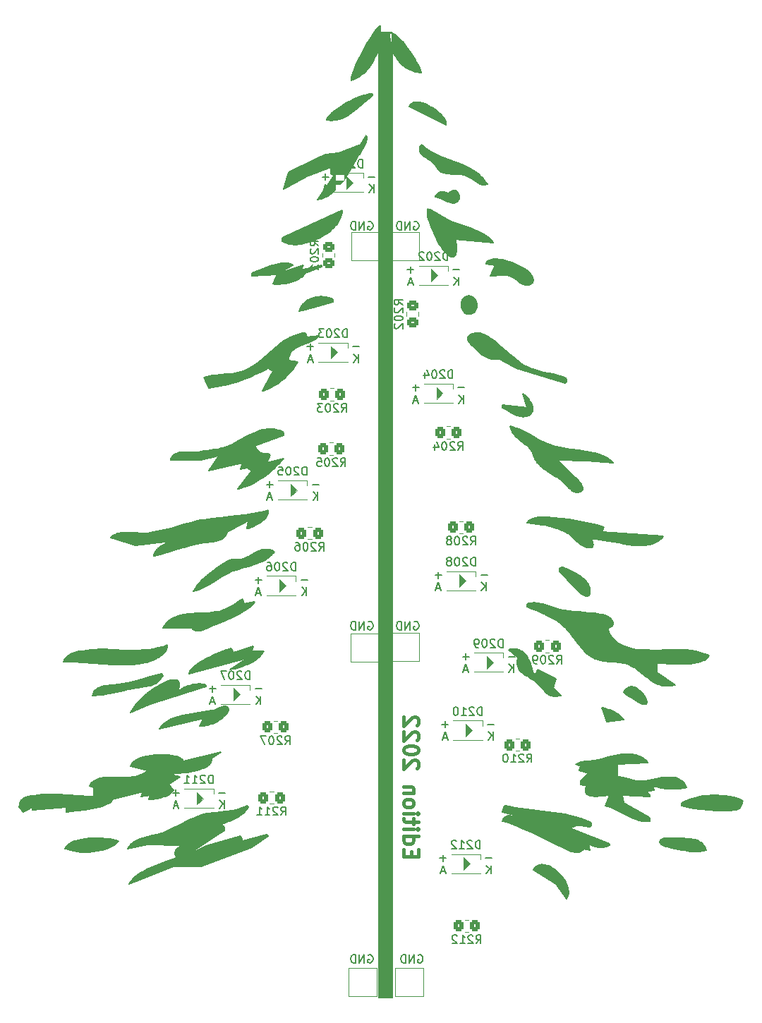
<source format=gbo>
G04 #@! TF.GenerationSoftware,KiCad,Pcbnew,(6.0.4-0)*
G04 #@! TF.CreationDate,2022-11-06T12:02:49+01:00*
G04 #@! TF.ProjectId,SL_Christmas_Tree_B,534c5f43-6872-4697-9374-6d61735f5472,rev?*
G04 #@! TF.SameCoordinates,Original*
G04 #@! TF.FileFunction,Legend,Bot*
G04 #@! TF.FilePolarity,Positive*
%FSLAX46Y46*%
G04 Gerber Fmt 4.6, Leading zero omitted, Abs format (unit mm)*
G04 Created by KiCad (PCBNEW (6.0.4-0)) date 2022-11-06 12:02:49*
%MOMM*%
%LPD*%
G01*
G04 APERTURE LIST*
G04 Aperture macros list*
%AMRoundRect*
0 Rectangle with rounded corners*
0 $1 Rounding radius*
0 $2 $3 $4 $5 $6 $7 $8 $9 X,Y pos of 4 corners*
0 Add a 4 corners polygon primitive as box body*
4,1,4,$2,$3,$4,$5,$6,$7,$8,$9,$2,$3,0*
0 Add four circle primitives for the rounded corners*
1,1,$1+$1,$2,$3*
1,1,$1+$1,$4,$5*
1,1,$1+$1,$6,$7*
1,1,$1+$1,$8,$9*
0 Add four rect primitives between the rounded corners*
20,1,$1+$1,$2,$3,$4,$5,0*
20,1,$1+$1,$4,$5,$6,$7,0*
20,1,$1+$1,$6,$7,$8,$9,0*
20,1,$1+$1,$8,$9,$2,$3,0*%
G04 Aperture macros list end*
%ADD10C,0.200000*%
%ADD11C,0.150000*%
%ADD12C,0.400000*%
%ADD13C,0.120000*%
%ADD14RoundRect,0.250000X-0.350000X-0.450000X0.350000X-0.450000X0.350000X0.450000X-0.350000X0.450000X0*%
%ADD15R,3.000000X3.000000*%
%ADD16R,1.100000X0.750000*%
%ADD17RoundRect,0.250000X-0.450000X0.350000X-0.450000X-0.350000X0.450000X-0.350000X0.450000X0.350000X0*%
G04 APERTURE END LIST*
D10*
G36*
X105055688Y-70996630D02*
G01*
X105213118Y-71061096D01*
X105367126Y-71131434D01*
X105518204Y-71206851D01*
X105666844Y-71286553D01*
X105813540Y-71369747D01*
X106103068Y-71543434D01*
X106680460Y-71897785D01*
X106827335Y-71983197D01*
X106976207Y-72065751D01*
X107127567Y-72144654D01*
X107281908Y-72219111D01*
X107621038Y-72367413D01*
X107974067Y-72508259D01*
X108710506Y-72776741D01*
X109468594Y-73042872D01*
X110225699Y-73324969D01*
X110596810Y-73477728D01*
X110959189Y-73641347D01*
X111310007Y-73818114D01*
X111646433Y-74010320D01*
X111965641Y-74220255D01*
X112264800Y-74450206D01*
X112541082Y-74702465D01*
X112669760Y-74837674D01*
X112791658Y-74979319D01*
X108200197Y-74612010D01*
X108253926Y-74813315D01*
X108298203Y-75031507D01*
X108331425Y-75260009D01*
X108351986Y-75492250D01*
X108358282Y-75721653D01*
X108348708Y-75941646D01*
X108321661Y-76145655D01*
X108301083Y-76239610D01*
X108275535Y-76327104D01*
X108244816Y-76407315D01*
X108208726Y-76479421D01*
X108167065Y-76542600D01*
X108119630Y-76596031D01*
X108066223Y-76638891D01*
X108006643Y-76670360D01*
X107940688Y-76689615D01*
X107868159Y-76695834D01*
X107788854Y-76688196D01*
X107702574Y-76665879D01*
X107609117Y-76628061D01*
X107508284Y-76573921D01*
X107399873Y-76502636D01*
X107283684Y-76413385D01*
X107159516Y-76305347D01*
X107027170Y-76177699D01*
X106845820Y-75976871D01*
X106656455Y-75733685D01*
X106462165Y-75453600D01*
X106266040Y-75142075D01*
X106071171Y-74804570D01*
X105880648Y-74446546D01*
X105697561Y-74073461D01*
X105525002Y-73690776D01*
X105366060Y-73303949D01*
X105223825Y-72918441D01*
X105101389Y-72539712D01*
X105001841Y-72173221D01*
X104928272Y-71824427D01*
X104883772Y-71498791D01*
X104873389Y-71346363D01*
X104871432Y-71201772D01*
X104878288Y-71065700D01*
X104894342Y-70938830D01*
X105055688Y-70996630D01*
G37*
X105055688Y-70996630D02*
X105213118Y-71061096D01*
X105367126Y-71131434D01*
X105518204Y-71206851D01*
X105666844Y-71286553D01*
X105813540Y-71369747D01*
X106103068Y-71543434D01*
X106680460Y-71897785D01*
X106827335Y-71983197D01*
X106976207Y-72065751D01*
X107127567Y-72144654D01*
X107281908Y-72219111D01*
X107621038Y-72367413D01*
X107974067Y-72508259D01*
X108710506Y-72776741D01*
X109468594Y-73042872D01*
X110225699Y-73324969D01*
X110596810Y-73477728D01*
X110959189Y-73641347D01*
X111310007Y-73818114D01*
X111646433Y-74010320D01*
X111965641Y-74220255D01*
X112264800Y-74450206D01*
X112541082Y-74702465D01*
X112669760Y-74837674D01*
X112791658Y-74979319D01*
X108200197Y-74612010D01*
X108253926Y-74813315D01*
X108298203Y-75031507D01*
X108331425Y-75260009D01*
X108351986Y-75492250D01*
X108358282Y-75721653D01*
X108348708Y-75941646D01*
X108321661Y-76145655D01*
X108301083Y-76239610D01*
X108275535Y-76327104D01*
X108244816Y-76407315D01*
X108208726Y-76479421D01*
X108167065Y-76542600D01*
X108119630Y-76596031D01*
X108066223Y-76638891D01*
X108006643Y-76670360D01*
X107940688Y-76689615D01*
X107868159Y-76695834D01*
X107788854Y-76688196D01*
X107702574Y-76665879D01*
X107609117Y-76628061D01*
X107508284Y-76573921D01*
X107399873Y-76502636D01*
X107283684Y-76413385D01*
X107159516Y-76305347D01*
X107027170Y-76177699D01*
X106845820Y-75976871D01*
X106656455Y-75733685D01*
X106462165Y-75453600D01*
X106266040Y-75142075D01*
X106071171Y-74804570D01*
X105880648Y-74446546D01*
X105697561Y-74073461D01*
X105525002Y-73690776D01*
X105366060Y-73303949D01*
X105223825Y-72918441D01*
X105101389Y-72539712D01*
X105001841Y-72173221D01*
X104928272Y-71824427D01*
X104883772Y-71498791D01*
X104873389Y-71346363D01*
X104871432Y-71201772D01*
X104878288Y-71065700D01*
X104894342Y-70938830D01*
X105055688Y-70996630D01*
G36*
X86242051Y-97373036D02*
G01*
X86462929Y-97398106D01*
X86687671Y-97437522D01*
X86916535Y-97492002D01*
X87149774Y-97562267D01*
X87387645Y-97649037D01*
X87630403Y-97753031D01*
X87630403Y-98120326D01*
X84140886Y-99405940D01*
X84222487Y-99538438D01*
X84302742Y-99660386D01*
X84382559Y-99771897D01*
X84462847Y-99873087D01*
X84503452Y-99919848D01*
X84544515Y-99964071D01*
X84586150Y-100005772D01*
X84628471Y-100044965D01*
X84671591Y-100081663D01*
X84715624Y-100115882D01*
X84760684Y-100147636D01*
X84806883Y-100176940D01*
X84854337Y-100203807D01*
X84903157Y-100228252D01*
X84953459Y-100250289D01*
X85005355Y-100269933D01*
X85058959Y-100287199D01*
X85114385Y-100302100D01*
X85171746Y-100314651D01*
X85231155Y-100324867D01*
X85292728Y-100332761D01*
X85356576Y-100338349D01*
X85422814Y-100341644D01*
X85491555Y-100342661D01*
X85562913Y-100341414D01*
X85637002Y-100337918D01*
X85793825Y-100324237D01*
X85977487Y-100507899D01*
X85610162Y-101426196D01*
X87630403Y-100875224D01*
X87366926Y-101184732D01*
X87088645Y-101490853D01*
X86796422Y-101792028D01*
X86491118Y-102086699D01*
X86173594Y-102373309D01*
X85844712Y-102650299D01*
X85505332Y-102916113D01*
X85156316Y-103169191D01*
X84798526Y-103407976D01*
X84432822Y-103630911D01*
X84060066Y-103836436D01*
X83681119Y-104022995D01*
X83296842Y-104189029D01*
X82908096Y-104332980D01*
X82515744Y-104453291D01*
X82120645Y-104548403D01*
X83773584Y-102344500D01*
X83222597Y-101977183D01*
X82487970Y-102160845D01*
X82671632Y-101426203D01*
X78631135Y-102344500D01*
X79916742Y-100507907D01*
X79523750Y-100645441D01*
X79141480Y-100761786D01*
X78768367Y-100858537D01*
X78402848Y-100937289D01*
X78043359Y-100999636D01*
X77688335Y-101047174D01*
X77336214Y-101081497D01*
X76985430Y-101104200D01*
X76634421Y-101116878D01*
X76281621Y-101121126D01*
X75564397Y-101110710D01*
X74039659Y-101058886D01*
X74086567Y-100932846D01*
X74141484Y-100818418D01*
X74204012Y-100715060D01*
X74273749Y-100622230D01*
X74350296Y-100539385D01*
X74433252Y-100465983D01*
X74522218Y-100401483D01*
X74616793Y-100345341D01*
X74716577Y-100297015D01*
X74821171Y-100255963D01*
X74930174Y-100221642D01*
X75043185Y-100193510D01*
X75159806Y-100171026D01*
X75279635Y-100153646D01*
X75527320Y-100132029D01*
X75783040Y-100124323D01*
X76043593Y-100126188D01*
X76566396Y-100141277D01*
X76822246Y-100145824D01*
X77070126Y-100142587D01*
X77306837Y-100127228D01*
X77420003Y-100113647D01*
X77529176Y-100095408D01*
X77753076Y-100054820D01*
X77975968Y-100019322D01*
X78418925Y-99958892D01*
X79294946Y-99847358D01*
X79728816Y-99777430D01*
X79944892Y-99734808D01*
X80160462Y-99685512D01*
X80375577Y-99628365D01*
X80590287Y-99562192D01*
X80804642Y-99485815D01*
X81018693Y-99398059D01*
X81436080Y-99203227D01*
X81843373Y-98993790D01*
X82635852Y-98554133D01*
X83412486Y-98125160D01*
X83799973Y-97929077D01*
X84189631Y-97752941D01*
X84583505Y-97602512D01*
X84782662Y-97538736D01*
X84983640Y-97483547D01*
X85186694Y-97437664D01*
X85392080Y-97401807D01*
X85600053Y-97376696D01*
X85810869Y-97363051D01*
X86024783Y-97361590D01*
X86242051Y-97373036D01*
G37*
X86242051Y-97373036D02*
X86462929Y-97398106D01*
X86687671Y-97437522D01*
X86916535Y-97492002D01*
X87149774Y-97562267D01*
X87387645Y-97649037D01*
X87630403Y-97753031D01*
X87630403Y-98120326D01*
X84140886Y-99405940D01*
X84222487Y-99538438D01*
X84302742Y-99660386D01*
X84382559Y-99771897D01*
X84462847Y-99873087D01*
X84503452Y-99919848D01*
X84544515Y-99964071D01*
X84586150Y-100005772D01*
X84628471Y-100044965D01*
X84671591Y-100081663D01*
X84715624Y-100115882D01*
X84760684Y-100147636D01*
X84806883Y-100176940D01*
X84854337Y-100203807D01*
X84903157Y-100228252D01*
X84953459Y-100250289D01*
X85005355Y-100269933D01*
X85058959Y-100287199D01*
X85114385Y-100302100D01*
X85171746Y-100314651D01*
X85231155Y-100324867D01*
X85292728Y-100332761D01*
X85356576Y-100338349D01*
X85422814Y-100341644D01*
X85491555Y-100342661D01*
X85562913Y-100341414D01*
X85637002Y-100337918D01*
X85793825Y-100324237D01*
X85977487Y-100507899D01*
X85610162Y-101426196D01*
X87630403Y-100875224D01*
X87366926Y-101184732D01*
X87088645Y-101490853D01*
X86796422Y-101792028D01*
X86491118Y-102086699D01*
X86173594Y-102373309D01*
X85844712Y-102650299D01*
X85505332Y-102916113D01*
X85156316Y-103169191D01*
X84798526Y-103407976D01*
X84432822Y-103630911D01*
X84060066Y-103836436D01*
X83681119Y-104022995D01*
X83296842Y-104189029D01*
X82908096Y-104332980D01*
X82515744Y-104453291D01*
X82120645Y-104548403D01*
X83773584Y-102344500D01*
X83222597Y-101977183D01*
X82487970Y-102160845D01*
X82671632Y-101426203D01*
X78631135Y-102344500D01*
X79916742Y-100507907D01*
X79523750Y-100645441D01*
X79141480Y-100761786D01*
X78768367Y-100858537D01*
X78402848Y-100937289D01*
X78043359Y-100999636D01*
X77688335Y-101047174D01*
X77336214Y-101081497D01*
X76985430Y-101104200D01*
X76634421Y-101116878D01*
X76281621Y-101121126D01*
X75564397Y-101110710D01*
X74039659Y-101058886D01*
X74086567Y-100932846D01*
X74141484Y-100818418D01*
X74204012Y-100715060D01*
X74273749Y-100622230D01*
X74350296Y-100539385D01*
X74433252Y-100465983D01*
X74522218Y-100401483D01*
X74616793Y-100345341D01*
X74716577Y-100297015D01*
X74821171Y-100255963D01*
X74930174Y-100221642D01*
X75043185Y-100193510D01*
X75159806Y-100171026D01*
X75279635Y-100153646D01*
X75527320Y-100132029D01*
X75783040Y-100124323D01*
X76043593Y-100126188D01*
X76566396Y-100141277D01*
X76822246Y-100145824D01*
X77070126Y-100142587D01*
X77306837Y-100127228D01*
X77420003Y-100113647D01*
X77529176Y-100095408D01*
X77753076Y-100054820D01*
X77975968Y-100019322D01*
X78418925Y-99958892D01*
X79294946Y-99847358D01*
X79728816Y-99777430D01*
X79944892Y-99734808D01*
X80160462Y-99685512D01*
X80375577Y-99628365D01*
X80590287Y-99562192D01*
X80804642Y-99485815D01*
X81018693Y-99398059D01*
X81436080Y-99203227D01*
X81843373Y-98993790D01*
X82635852Y-98554133D01*
X83412486Y-98125160D01*
X83799973Y-97929077D01*
X84189631Y-97752941D01*
X84583505Y-97602512D01*
X84782662Y-97538736D01*
X84983640Y-97483547D01*
X85186694Y-97437664D01*
X85392080Y-97401807D01*
X85600053Y-97376696D01*
X85810869Y-97363051D01*
X86024783Y-97361590D01*
X86242051Y-97373036D01*
G36*
X86528451Y-112078410D02*
G01*
X86528447Y-112078408D01*
X86528451Y-112078402D01*
X86528451Y-112078410D01*
G37*
X86528451Y-112078410D02*
X86528447Y-112078408D01*
X86528451Y-112078402D01*
X86528451Y-112078410D01*
G36*
X88035589Y-77464699D02*
G01*
X88175050Y-77482625D01*
X88306118Y-77510589D01*
X88428089Y-77549160D01*
X88540258Y-77598909D01*
X88641920Y-77660408D01*
X88732353Y-77734211D01*
X87630403Y-78285182D01*
X87630403Y-78468844D01*
X90017969Y-77734210D01*
X89650644Y-78285182D01*
X92221872Y-77734210D01*
X92221872Y-77917872D01*
X90201631Y-78652507D01*
X90131444Y-78753663D01*
X90054459Y-78850316D01*
X89971029Y-78942520D01*
X89881511Y-79030334D01*
X89786260Y-79113815D01*
X89685630Y-79193019D01*
X89579976Y-79268004D01*
X89469655Y-79338826D01*
X89355020Y-79405543D01*
X89236428Y-79468212D01*
X88988790Y-79581632D01*
X88729581Y-79679543D01*
X88461643Y-79762401D01*
X88187816Y-79830663D01*
X87910942Y-79884785D01*
X87633861Y-79925223D01*
X87359414Y-79952433D01*
X87090443Y-79966871D01*
X86829788Y-79968995D01*
X86580289Y-79959259D01*
X86344789Y-79938121D01*
X86895776Y-78836169D01*
X83773584Y-79019831D01*
X83773584Y-78652514D01*
X84893962Y-78207941D01*
X85596780Y-77948116D01*
X85964107Y-77824795D01*
X86334525Y-77711954D01*
X86702394Y-77614157D01*
X87062075Y-77535968D01*
X87407928Y-77481953D01*
X87734313Y-77456675D01*
X87888442Y-77456239D01*
X88035589Y-77464699D01*
G37*
X88035589Y-77464699D02*
X88175050Y-77482625D01*
X88306118Y-77510589D01*
X88428089Y-77549160D01*
X88540258Y-77598909D01*
X88641920Y-77660408D01*
X88732353Y-77734211D01*
X87630403Y-78285182D01*
X87630403Y-78468844D01*
X90017969Y-77734210D01*
X89650644Y-78285182D01*
X92221872Y-77734210D01*
X92221872Y-77917872D01*
X90201631Y-78652507D01*
X90131444Y-78753663D01*
X90054459Y-78850316D01*
X89971029Y-78942520D01*
X89881511Y-79030334D01*
X89786260Y-79113815D01*
X89685630Y-79193019D01*
X89579976Y-79268004D01*
X89469655Y-79338826D01*
X89355020Y-79405543D01*
X89236428Y-79468212D01*
X88988790Y-79581632D01*
X88729581Y-79679543D01*
X88461643Y-79762401D01*
X88187816Y-79830663D01*
X87910942Y-79884785D01*
X87633861Y-79925223D01*
X87359414Y-79952433D01*
X87090443Y-79966871D01*
X86829788Y-79968995D01*
X86580289Y-79959259D01*
X86344789Y-79938121D01*
X86895776Y-78836169D01*
X83773584Y-79019831D01*
X83773584Y-78652514D01*
X84893962Y-78207941D01*
X85596780Y-77948116D01*
X85964107Y-77824795D01*
X86334525Y-77711954D01*
X86702394Y-77614157D01*
X87062075Y-77535968D01*
X87407928Y-77481953D01*
X87734313Y-77456675D01*
X87888442Y-77456239D01*
X88035589Y-77464699D01*
G36*
X113240110Y-76981929D02*
G01*
X113425549Y-77001029D01*
X113811697Y-77065125D01*
X114210908Y-77159226D01*
X114614426Y-77277904D01*
X115013494Y-77415730D01*
X115399355Y-77567277D01*
X115763252Y-77727115D01*
X116096429Y-77889817D01*
X116390128Y-78049955D01*
X116635593Y-78202099D01*
X116824068Y-78340823D01*
X116899976Y-78406299D01*
X116981958Y-78482427D01*
X117067423Y-78567891D01*
X117153780Y-78661377D01*
X117238440Y-78761569D01*
X117318810Y-78867152D01*
X117392300Y-78976812D01*
X117425655Y-79032760D01*
X117456319Y-79089233D01*
X117483968Y-79146068D01*
X117508277Y-79203101D01*
X117528924Y-79260166D01*
X117545584Y-79317099D01*
X117557933Y-79373737D01*
X117565647Y-79429914D01*
X117568403Y-79485467D01*
X117565876Y-79540231D01*
X117557744Y-79594041D01*
X117543682Y-79646733D01*
X117523366Y-79698143D01*
X117496472Y-79748107D01*
X117462677Y-79796460D01*
X117421656Y-79843037D01*
X117373087Y-79887675D01*
X117316644Y-79930209D01*
X117236053Y-79980011D01*
X117155063Y-80019698D01*
X117073726Y-80049778D01*
X116992097Y-80070758D01*
X116910228Y-80083147D01*
X116828174Y-80087453D01*
X116745987Y-80084182D01*
X116663721Y-80073842D01*
X116581431Y-80056942D01*
X116499168Y-80033988D01*
X116416987Y-80005490D01*
X116334941Y-79971953D01*
X116253084Y-79933886D01*
X116171469Y-79891797D01*
X116009179Y-79797582D01*
X115848498Y-79693371D01*
X115689856Y-79583223D01*
X115380395Y-79361367D01*
X115230433Y-79257782D01*
X115084219Y-79164507D01*
X114942182Y-79085603D01*
X114872864Y-79052811D01*
X114804750Y-79025134D01*
X114658113Y-78976804D01*
X114511005Y-78939429D01*
X114363464Y-78912035D01*
X114215531Y-78893643D01*
X114067246Y-78883278D01*
X113918649Y-78879964D01*
X113769781Y-78882724D01*
X113620681Y-78890582D01*
X113321947Y-78917687D01*
X113022767Y-78953467D01*
X112723464Y-78990114D01*
X112424356Y-79019816D01*
X112424341Y-79019816D01*
X112975320Y-77734202D01*
X111873369Y-77550540D01*
X111926559Y-77427415D01*
X111997245Y-77320613D01*
X112084332Y-77229454D01*
X112186725Y-77153260D01*
X112303330Y-77091353D01*
X112433052Y-77043053D01*
X112574797Y-77007684D01*
X112727470Y-76984565D01*
X112889976Y-76973019D01*
X113061221Y-76972366D01*
X113240110Y-76981929D01*
G37*
X113240110Y-76981929D02*
X113425549Y-77001029D01*
X113811697Y-77065125D01*
X114210908Y-77159226D01*
X114614426Y-77277904D01*
X115013494Y-77415730D01*
X115399355Y-77567277D01*
X115763252Y-77727115D01*
X116096429Y-77889817D01*
X116390128Y-78049955D01*
X116635593Y-78202099D01*
X116824068Y-78340823D01*
X116899976Y-78406299D01*
X116981958Y-78482427D01*
X117067423Y-78567891D01*
X117153780Y-78661377D01*
X117238440Y-78761569D01*
X117318810Y-78867152D01*
X117392300Y-78976812D01*
X117425655Y-79032760D01*
X117456319Y-79089233D01*
X117483968Y-79146068D01*
X117508277Y-79203101D01*
X117528924Y-79260166D01*
X117545584Y-79317099D01*
X117557933Y-79373737D01*
X117565647Y-79429914D01*
X117568403Y-79485467D01*
X117565876Y-79540231D01*
X117557744Y-79594041D01*
X117543682Y-79646733D01*
X117523366Y-79698143D01*
X117496472Y-79748107D01*
X117462677Y-79796460D01*
X117421656Y-79843037D01*
X117373087Y-79887675D01*
X117316644Y-79930209D01*
X117236053Y-79980011D01*
X117155063Y-80019698D01*
X117073726Y-80049778D01*
X116992097Y-80070758D01*
X116910228Y-80083147D01*
X116828174Y-80087453D01*
X116745987Y-80084182D01*
X116663721Y-80073842D01*
X116581431Y-80056942D01*
X116499168Y-80033988D01*
X116416987Y-80005490D01*
X116334941Y-79971953D01*
X116253084Y-79933886D01*
X116171469Y-79891797D01*
X116009179Y-79797582D01*
X115848498Y-79693371D01*
X115689856Y-79583223D01*
X115380395Y-79361367D01*
X115230433Y-79257782D01*
X115084219Y-79164507D01*
X114942182Y-79085603D01*
X114872864Y-79052811D01*
X114804750Y-79025134D01*
X114658113Y-78976804D01*
X114511005Y-78939429D01*
X114363464Y-78912035D01*
X114215531Y-78893643D01*
X114067246Y-78883278D01*
X113918649Y-78879964D01*
X113769781Y-78882724D01*
X113620681Y-78890582D01*
X113321947Y-78917687D01*
X113022767Y-78953467D01*
X112723464Y-78990114D01*
X112424356Y-79019816D01*
X112424341Y-79019816D01*
X112975320Y-77734202D01*
X111873369Y-77550540D01*
X111926559Y-77427415D01*
X111997245Y-77320613D01*
X112084332Y-77229454D01*
X112186725Y-77153260D01*
X112303330Y-77091353D01*
X112433052Y-77043053D01*
X112574797Y-77007684D01*
X112727470Y-76984565D01*
X112889976Y-76973019D01*
X113061221Y-76972366D01*
X113240110Y-76981929D01*
G36*
X129120227Y-136366653D02*
G01*
X129328629Y-136383435D01*
X129534057Y-136410779D01*
X129736132Y-136449405D01*
X129934474Y-136500031D01*
X130128702Y-136563377D01*
X130318437Y-136640160D01*
X130503298Y-136731099D01*
X130682905Y-136836914D01*
X130856878Y-136958322D01*
X131024838Y-137096043D01*
X131186404Y-137250795D01*
X131341196Y-137423297D01*
X131341196Y-137423312D01*
X127668016Y-137606967D01*
X127668016Y-139076251D01*
X127844705Y-139092488D01*
X128018945Y-139117441D01*
X128191103Y-139149770D01*
X128361546Y-139188136D01*
X128698752Y-139277621D01*
X129033496Y-139375178D01*
X129368714Y-139470092D01*
X129537417Y-139513208D01*
X129707338Y-139551645D01*
X129878844Y-139584064D01*
X130052303Y-139609123D01*
X130228079Y-139625484D01*
X130406541Y-139631808D01*
X130731528Y-139617248D01*
X131086526Y-139575556D01*
X131863165Y-139440914D01*
X132689672Y-139288149D01*
X133107005Y-139223804D01*
X133519259Y-139177529D01*
X133920586Y-139156857D01*
X134305138Y-139169321D01*
X134489296Y-139190334D01*
X134667067Y-139222456D01*
X134837719Y-139266629D01*
X135000523Y-139323794D01*
X135154746Y-139394893D01*
X135299658Y-139480869D01*
X135434528Y-139582662D01*
X135558625Y-139701214D01*
X135671217Y-139837467D01*
X135771574Y-139992363D01*
X135858964Y-140166843D01*
X135932657Y-140361849D01*
X135690929Y-140426059D01*
X135444462Y-140477648D01*
X135193964Y-140517156D01*
X134940141Y-140545127D01*
X134683699Y-140562103D01*
X134425345Y-140568626D01*
X134165787Y-140565237D01*
X133905731Y-140552480D01*
X133645883Y-140530895D01*
X133386951Y-140501026D01*
X133129641Y-140463415D01*
X132874660Y-140418603D01*
X132622714Y-140367133D01*
X132374511Y-140309547D01*
X132130758Y-140246387D01*
X131892160Y-140178195D01*
X132075822Y-140729174D01*
X131157533Y-140912844D01*
X131524850Y-141280169D01*
X131524850Y-141463824D01*
X128218996Y-141280169D01*
X128402658Y-142198458D01*
X131524850Y-144035037D01*
X131524850Y-144402362D01*
X131358499Y-144428708D01*
X131191710Y-144443264D01*
X131024528Y-144446667D01*
X130856995Y-144439556D01*
X130689154Y-144422571D01*
X130521049Y-144396349D01*
X130352722Y-144361531D01*
X130184218Y-144318754D01*
X129846846Y-144211883D01*
X129509279Y-144080845D01*
X129171862Y-143930752D01*
X128834938Y-143766715D01*
X127499087Y-143073346D01*
X127169810Y-142916254D01*
X126843096Y-142775884D01*
X126519291Y-142657346D01*
X126198740Y-142565753D01*
X126749727Y-141280154D01*
X125797725Y-141390957D01*
X125522118Y-141417400D01*
X125245656Y-141434836D01*
X124975435Y-141439011D01*
X124718549Y-141425673D01*
X124482092Y-141390570D01*
X124373742Y-141363527D01*
X124273159Y-141329448D01*
X124181230Y-141287802D01*
X124098843Y-141238056D01*
X124026884Y-141179679D01*
X123966240Y-141112140D01*
X123917797Y-141034908D01*
X123882443Y-140947449D01*
X123861064Y-140849234D01*
X123854547Y-140739729D01*
X123863779Y-140618405D01*
X123889647Y-140484729D01*
X123933037Y-140338169D01*
X123994836Y-140178195D01*
X123260210Y-139994540D01*
X123260210Y-139627215D01*
X124178499Y-138708926D01*
X123076547Y-138341601D01*
X123260210Y-137790621D01*
X122709222Y-137606951D01*
X122771498Y-137562049D01*
X122834346Y-137521116D01*
X122897750Y-137483952D01*
X122961698Y-137450354D01*
X123026173Y-137420124D01*
X123091162Y-137393059D01*
X123222621Y-137347622D01*
X123355959Y-137312438D01*
X123491057Y-137285899D01*
X123627799Y-137266399D01*
X123766067Y-137252330D01*
X124332066Y-137218229D01*
X124476212Y-137207212D01*
X124621182Y-137191986D01*
X124766859Y-137170942D01*
X124913125Y-137142474D01*
X125691579Y-136948268D01*
X126525841Y-136727587D01*
X126956298Y-136621693D01*
X127391586Y-136526427D01*
X127828663Y-136447541D01*
X128264490Y-136390784D01*
X128696024Y-136361905D01*
X129120227Y-136366653D01*
G37*
X129120227Y-136366653D02*
X129328629Y-136383435D01*
X129534057Y-136410779D01*
X129736132Y-136449405D01*
X129934474Y-136500031D01*
X130128702Y-136563377D01*
X130318437Y-136640160D01*
X130503298Y-136731099D01*
X130682905Y-136836914D01*
X130856878Y-136958322D01*
X131024838Y-137096043D01*
X131186404Y-137250795D01*
X131341196Y-137423297D01*
X131341196Y-137423312D01*
X127668016Y-137606967D01*
X127668016Y-139076251D01*
X127844705Y-139092488D01*
X128018945Y-139117441D01*
X128191103Y-139149770D01*
X128361546Y-139188136D01*
X128698752Y-139277621D01*
X129033496Y-139375178D01*
X129368714Y-139470092D01*
X129537417Y-139513208D01*
X129707338Y-139551645D01*
X129878844Y-139584064D01*
X130052303Y-139609123D01*
X130228079Y-139625484D01*
X130406541Y-139631808D01*
X130731528Y-139617248D01*
X131086526Y-139575556D01*
X131863165Y-139440914D01*
X132689672Y-139288149D01*
X133107005Y-139223804D01*
X133519259Y-139177529D01*
X133920586Y-139156857D01*
X134305138Y-139169321D01*
X134489296Y-139190334D01*
X134667067Y-139222456D01*
X134837719Y-139266629D01*
X135000523Y-139323794D01*
X135154746Y-139394893D01*
X135299658Y-139480869D01*
X135434528Y-139582662D01*
X135558625Y-139701214D01*
X135671217Y-139837467D01*
X135771574Y-139992363D01*
X135858964Y-140166843D01*
X135932657Y-140361849D01*
X135690929Y-140426059D01*
X135444462Y-140477648D01*
X135193964Y-140517156D01*
X134940141Y-140545127D01*
X134683699Y-140562103D01*
X134425345Y-140568626D01*
X134165787Y-140565237D01*
X133905731Y-140552480D01*
X133645883Y-140530895D01*
X133386951Y-140501026D01*
X133129641Y-140463415D01*
X132874660Y-140418603D01*
X132622714Y-140367133D01*
X132374511Y-140309547D01*
X132130758Y-140246387D01*
X131892160Y-140178195D01*
X132075822Y-140729174D01*
X131157533Y-140912844D01*
X131524850Y-141280169D01*
X131524850Y-141463824D01*
X128218996Y-141280169D01*
X128402658Y-142198458D01*
X131524850Y-144035037D01*
X131524850Y-144402362D01*
X131358499Y-144428708D01*
X131191710Y-144443264D01*
X131024528Y-144446667D01*
X130856995Y-144439556D01*
X130689154Y-144422571D01*
X130521049Y-144396349D01*
X130352722Y-144361531D01*
X130184218Y-144318754D01*
X129846846Y-144211883D01*
X129509279Y-144080845D01*
X129171862Y-143930752D01*
X128834938Y-143766715D01*
X127499087Y-143073346D01*
X127169810Y-142916254D01*
X126843096Y-142775884D01*
X126519291Y-142657346D01*
X126198740Y-142565753D01*
X126749727Y-141280154D01*
X125797725Y-141390957D01*
X125522118Y-141417400D01*
X125245656Y-141434836D01*
X124975435Y-141439011D01*
X124718549Y-141425673D01*
X124482092Y-141390570D01*
X124373742Y-141363527D01*
X124273159Y-141329448D01*
X124181230Y-141287802D01*
X124098843Y-141238056D01*
X124026884Y-141179679D01*
X123966240Y-141112140D01*
X123917797Y-141034908D01*
X123882443Y-140947449D01*
X123861064Y-140849234D01*
X123854547Y-140739729D01*
X123863779Y-140618405D01*
X123889647Y-140484729D01*
X123933037Y-140338169D01*
X123994836Y-140178195D01*
X123260210Y-139994540D01*
X123260210Y-139627215D01*
X124178499Y-138708926D01*
X123076547Y-138341601D01*
X123260210Y-137790621D01*
X122709222Y-137606951D01*
X122771498Y-137562049D01*
X122834346Y-137521116D01*
X122897750Y-137483952D01*
X122961698Y-137450354D01*
X123026173Y-137420124D01*
X123091162Y-137393059D01*
X123222621Y-137347622D01*
X123355959Y-137312438D01*
X123491057Y-137285899D01*
X123627799Y-137266399D01*
X123766067Y-137252330D01*
X124332066Y-137218229D01*
X124476212Y-137207212D01*
X124621182Y-137191986D01*
X124766859Y-137170942D01*
X124913125Y-137142474D01*
X125691579Y-136948268D01*
X126525841Y-136727587D01*
X126956298Y-136621693D01*
X127391586Y-136526427D01*
X127828663Y-136447541D01*
X128264490Y-136390784D01*
X128696024Y-136361905D01*
X129120227Y-136366653D01*
G36*
X100670000Y-49891254D02*
G01*
X100555800Y-49851558D01*
X100427156Y-49824668D01*
X100302858Y-49818064D01*
X100330736Y-50254766D01*
X100383172Y-50685822D01*
X100460996Y-51108492D01*
X100565034Y-51520035D01*
X100627143Y-51720777D01*
X100670000Y-51843143D01*
X100670000Y-165623126D01*
X99070001Y-165623126D01*
X99070001Y-51369052D01*
X99165417Y-50870136D01*
X99226751Y-50366290D01*
X99253126Y-49866758D01*
X99251252Y-49759982D01*
X100670000Y-49759982D01*
X100670000Y-49891254D01*
G37*
X100670000Y-49891254D02*
X100555800Y-49851558D01*
X100427156Y-49824668D01*
X100302858Y-49818064D01*
X100330736Y-50254766D01*
X100383172Y-50685822D01*
X100460996Y-51108492D01*
X100565034Y-51520035D01*
X100627143Y-51720777D01*
X100670000Y-51843143D01*
X100670000Y-165623126D01*
X99070001Y-165623126D01*
X99070001Y-51369052D01*
X99165417Y-50870136D01*
X99226751Y-50366290D01*
X99253126Y-49866758D01*
X99251252Y-49759982D01*
X100670000Y-49759982D01*
X100670000Y-49891254D01*
G36*
X116370155Y-93208000D02*
G01*
X116459428Y-93262273D01*
X116548463Y-93323822D01*
X116636730Y-93392107D01*
X116723697Y-93466588D01*
X116808834Y-93546728D01*
X116891609Y-93631987D01*
X116971493Y-93721826D01*
X117047953Y-93815706D01*
X117120459Y-93913088D01*
X117188480Y-94013433D01*
X117251485Y-94116203D01*
X117308943Y-94220857D01*
X117360323Y-94326859D01*
X117405095Y-94433667D01*
X117442727Y-94540744D01*
X117472688Y-94647550D01*
X117494448Y-94753546D01*
X117507475Y-94858194D01*
X117511239Y-94960954D01*
X117505208Y-95061288D01*
X117488853Y-95158657D01*
X117461641Y-95252521D01*
X117423042Y-95342341D01*
X117372525Y-95427579D01*
X117309559Y-95507696D01*
X117233613Y-95582152D01*
X117144157Y-95650409D01*
X117040658Y-95711928D01*
X116922587Y-95766169D01*
X116789413Y-95812595D01*
X116640604Y-95850665D01*
X116555804Y-95865929D01*
X116469770Y-95875724D01*
X116382619Y-95880290D01*
X116294467Y-95879865D01*
X116205431Y-95874689D01*
X116115628Y-95865002D01*
X115934187Y-95833054D01*
X115751077Y-95785935D01*
X115567230Y-95725562D01*
X115383581Y-95653852D01*
X115201063Y-95572721D01*
X115020608Y-95484085D01*
X114843151Y-95389860D01*
X114500960Y-95192310D01*
X113893610Y-94814463D01*
X113893610Y-94447154D01*
X116832162Y-94814463D01*
X116281175Y-93161540D01*
X116370155Y-93208000D01*
G37*
X116370155Y-93208000D02*
X116459428Y-93262273D01*
X116548463Y-93323822D01*
X116636730Y-93392107D01*
X116723697Y-93466588D01*
X116808834Y-93546728D01*
X116891609Y-93631987D01*
X116971493Y-93721826D01*
X117047953Y-93815706D01*
X117120459Y-93913088D01*
X117188480Y-94013433D01*
X117251485Y-94116203D01*
X117308943Y-94220857D01*
X117360323Y-94326859D01*
X117405095Y-94433667D01*
X117442727Y-94540744D01*
X117472688Y-94647550D01*
X117494448Y-94753546D01*
X117507475Y-94858194D01*
X117511239Y-94960954D01*
X117505208Y-95061288D01*
X117488853Y-95158657D01*
X117461641Y-95252521D01*
X117423042Y-95342341D01*
X117372525Y-95427579D01*
X117309559Y-95507696D01*
X117233613Y-95582152D01*
X117144157Y-95650409D01*
X117040658Y-95711928D01*
X116922587Y-95766169D01*
X116789413Y-95812595D01*
X116640604Y-95850665D01*
X116555804Y-95865929D01*
X116469770Y-95875724D01*
X116382619Y-95880290D01*
X116294467Y-95879865D01*
X116205431Y-95874689D01*
X116115628Y-95865002D01*
X115934187Y-95833054D01*
X115751077Y-95785935D01*
X115567230Y-95725562D01*
X115383581Y-95653852D01*
X115201063Y-95572721D01*
X115020608Y-95484085D01*
X114843151Y-95389860D01*
X114500960Y-95192310D01*
X113893610Y-94814463D01*
X113893610Y-94447154D01*
X116832162Y-94814463D01*
X116281175Y-93161540D01*
X116370155Y-93208000D01*
G36*
X85615031Y-111805497D02*
G01*
X85734712Y-111819047D01*
X85857544Y-111840441D01*
X85983798Y-111870060D01*
X86113745Y-111908285D01*
X86247656Y-111955497D01*
X86385801Y-112012078D01*
X86528447Y-112078408D01*
X86404238Y-112231880D01*
X86274974Y-112375746D01*
X86140891Y-112510473D01*
X86002223Y-112636531D01*
X85859201Y-112754393D01*
X85712059Y-112864529D01*
X85561030Y-112967411D01*
X85406345Y-113063509D01*
X85086941Y-113237242D01*
X84755708Y-113389499D01*
X84414509Y-113524050D01*
X84065204Y-113644665D01*
X83709655Y-113755114D01*
X83349724Y-113859170D01*
X82624159Y-114063178D01*
X82262249Y-114170672D01*
X81903401Y-114286853D01*
X81549478Y-114415492D01*
X81202341Y-114560359D01*
X80926885Y-114690970D01*
X80653349Y-114832813D01*
X80381321Y-114983843D01*
X80110388Y-115142018D01*
X79029366Y-115805290D01*
X78484706Y-116126660D01*
X78209895Y-116277626D01*
X77932881Y-116419388D01*
X77653251Y-116549903D01*
X77370593Y-116667126D01*
X77084494Y-116769015D01*
X76794542Y-116853526D01*
X76859881Y-116723962D01*
X76934841Y-116592222D01*
X77018925Y-116458605D01*
X77111640Y-116323405D01*
X77320980Y-116049446D01*
X77558902Y-115772720D01*
X77821447Y-115495599D01*
X78104657Y-115220456D01*
X78404572Y-114949664D01*
X78717234Y-114685597D01*
X79038684Y-114430628D01*
X79364962Y-114187129D01*
X79692110Y-113957473D01*
X80016170Y-113744035D01*
X80333182Y-113549186D01*
X80639186Y-113375300D01*
X80930226Y-113224750D01*
X81202341Y-113099910D01*
X81253331Y-113079683D01*
X81304403Y-113062233D01*
X81355553Y-113047371D01*
X81406778Y-113034911D01*
X81509435Y-113016446D01*
X81612342Y-113005339D01*
X81715467Y-113000090D01*
X81818779Y-112999200D01*
X82025840Y-113004503D01*
X82233272Y-113009255D01*
X82337049Y-113007676D01*
X82440824Y-113001463D01*
X82544566Y-112989115D01*
X82648243Y-112969135D01*
X82700048Y-112955814D01*
X82751825Y-112940022D01*
X82803570Y-112921573D01*
X82855279Y-112900279D01*
X83109439Y-112781420D01*
X83350213Y-112657322D01*
X83800266Y-112405612D01*
X84222767Y-112169556D01*
X84429100Y-112065027D01*
X84635043Y-111973565D01*
X84738545Y-111933687D01*
X84842761Y-111898221D01*
X84947963Y-111867547D01*
X85054421Y-111842046D01*
X85162406Y-111822100D01*
X85272189Y-111808091D01*
X85384040Y-111800400D01*
X85498231Y-111799408D01*
X85615031Y-111805497D01*
G37*
X85615031Y-111805497D02*
X85734712Y-111819047D01*
X85857544Y-111840441D01*
X85983798Y-111870060D01*
X86113745Y-111908285D01*
X86247656Y-111955497D01*
X86385801Y-112012078D01*
X86528447Y-112078408D01*
X86404238Y-112231880D01*
X86274974Y-112375746D01*
X86140891Y-112510473D01*
X86002223Y-112636531D01*
X85859201Y-112754393D01*
X85712059Y-112864529D01*
X85561030Y-112967411D01*
X85406345Y-113063509D01*
X85086941Y-113237242D01*
X84755708Y-113389499D01*
X84414509Y-113524050D01*
X84065204Y-113644665D01*
X83709655Y-113755114D01*
X83349724Y-113859170D01*
X82624159Y-114063178D01*
X82262249Y-114170672D01*
X81903401Y-114286853D01*
X81549478Y-114415492D01*
X81202341Y-114560359D01*
X80926885Y-114690970D01*
X80653349Y-114832813D01*
X80381321Y-114983843D01*
X80110388Y-115142018D01*
X79029366Y-115805290D01*
X78484706Y-116126660D01*
X78209895Y-116277626D01*
X77932881Y-116419388D01*
X77653251Y-116549903D01*
X77370593Y-116667126D01*
X77084494Y-116769015D01*
X76794542Y-116853526D01*
X76859881Y-116723962D01*
X76934841Y-116592222D01*
X77018925Y-116458605D01*
X77111640Y-116323405D01*
X77320980Y-116049446D01*
X77558902Y-115772720D01*
X77821447Y-115495599D01*
X78104657Y-115220456D01*
X78404572Y-114949664D01*
X78717234Y-114685597D01*
X79038684Y-114430628D01*
X79364962Y-114187129D01*
X79692110Y-113957473D01*
X80016170Y-113744035D01*
X80333182Y-113549186D01*
X80639186Y-113375300D01*
X80930226Y-113224750D01*
X81202341Y-113099910D01*
X81253331Y-113079683D01*
X81304403Y-113062233D01*
X81355553Y-113047371D01*
X81406778Y-113034911D01*
X81509435Y-113016446D01*
X81612342Y-113005339D01*
X81715467Y-113000090D01*
X81818779Y-112999200D01*
X82025840Y-113004503D01*
X82233272Y-113009255D01*
X82337049Y-113007676D01*
X82440824Y-113001463D01*
X82544566Y-112989115D01*
X82648243Y-112969135D01*
X82700048Y-112955814D01*
X82751825Y-112940022D01*
X82803570Y-112921573D01*
X82855279Y-112900279D01*
X83109439Y-112781420D01*
X83350213Y-112657322D01*
X83800266Y-112405612D01*
X84222767Y-112169556D01*
X84429100Y-112065027D01*
X84635043Y-111973565D01*
X84738545Y-111933687D01*
X84842761Y-111898221D01*
X84947963Y-111867547D01*
X85054421Y-111842046D01*
X85162406Y-111822100D01*
X85272189Y-111808091D01*
X85384040Y-111800400D01*
X85498231Y-111799408D01*
X85615031Y-111805497D01*
G36*
X98282617Y-57164412D02*
G01*
X98282617Y-57348071D01*
X97944542Y-57609341D01*
X97618808Y-57878725D01*
X96993066Y-58426009D01*
X96382799Y-58958274D01*
X96076409Y-59208884D01*
X95765415Y-59443871D01*
X95446993Y-59659279D01*
X95284115Y-59758405D01*
X95118321Y-59851152D01*
X94949258Y-59937027D01*
X94776573Y-60015534D01*
X94599913Y-60086180D01*
X94418925Y-60148469D01*
X94233256Y-60201907D01*
X94042554Y-60246000D01*
X93846465Y-60280253D01*
X93644635Y-60304172D01*
X93436713Y-60317261D01*
X93222345Y-60319028D01*
X93001178Y-60308976D01*
X92772859Y-60286612D01*
X92818841Y-60169645D01*
X92884430Y-60048129D01*
X92968481Y-59922644D01*
X93069845Y-59793770D01*
X93187378Y-59662088D01*
X93319932Y-59528177D01*
X93625518Y-59255989D01*
X93977430Y-58981847D01*
X94366496Y-58710391D01*
X94783542Y-58446261D01*
X95219397Y-58194097D01*
X95664888Y-57958540D01*
X96110841Y-57744231D01*
X96548085Y-57555808D01*
X96967447Y-57397913D01*
X97359753Y-57275185D01*
X97715832Y-57192266D01*
X97877420Y-57167184D01*
X98026511Y-57153795D01*
X98161959Y-57152678D01*
X98282617Y-57164412D01*
G37*
X98282617Y-57164412D02*
X98282617Y-57348071D01*
X97944542Y-57609341D01*
X97618808Y-57878725D01*
X96993066Y-58426009D01*
X96382799Y-58958274D01*
X96076409Y-59208884D01*
X95765415Y-59443871D01*
X95446993Y-59659279D01*
X95284115Y-59758405D01*
X95118321Y-59851152D01*
X94949258Y-59937027D01*
X94776573Y-60015534D01*
X94599913Y-60086180D01*
X94418925Y-60148469D01*
X94233256Y-60201907D01*
X94042554Y-60246000D01*
X93846465Y-60280253D01*
X93644635Y-60304172D01*
X93436713Y-60317261D01*
X93222345Y-60319028D01*
X93001178Y-60308976D01*
X92772859Y-60286612D01*
X92818841Y-60169645D01*
X92884430Y-60048129D01*
X92968481Y-59922644D01*
X93069845Y-59793770D01*
X93187378Y-59662088D01*
X93319932Y-59528177D01*
X93625518Y-59255989D01*
X93977430Y-58981847D01*
X94366496Y-58710391D01*
X94783542Y-58446261D01*
X95219397Y-58194097D01*
X95664888Y-57958540D01*
X96110841Y-57744231D01*
X96548085Y-57555808D01*
X96967447Y-57397913D01*
X97359753Y-57275185D01*
X97715832Y-57192266D01*
X97877420Y-57167184D01*
X98026511Y-57153795D01*
X98161959Y-57152678D01*
X98282617Y-57164412D01*
G36*
X110835842Y-85821268D02*
G01*
X110933758Y-85827264D01*
X111031720Y-85838859D01*
X111129619Y-85855735D01*
X111227345Y-85877574D01*
X111421832Y-85934872D01*
X111614299Y-86008210D01*
X111803863Y-86095047D01*
X111989640Y-86192841D01*
X112170748Y-86299051D01*
X112346302Y-86411134D01*
X112515419Y-86526549D01*
X112677217Y-86642753D01*
X112975320Y-86867366D01*
X113225096Y-87064501D01*
X113475546Y-87271560D01*
X113979520Y-87707348D01*
X114489337Y-88158525D01*
X115007095Y-88608886D01*
X115269607Y-88828696D01*
X115534890Y-89042226D01*
X115803207Y-89247450D01*
X116074819Y-89442342D01*
X116349989Y-89624877D01*
X116628978Y-89793029D01*
X116912049Y-89944772D01*
X117199464Y-90078082D01*
X117473419Y-90186126D01*
X117747609Y-90278633D01*
X118022028Y-90358072D01*
X118296667Y-90426911D01*
X118846586Y-90542670D01*
X119397314Y-90645658D01*
X119948798Y-90755629D01*
X120224808Y-90819405D01*
X120500987Y-90892333D01*
X120777329Y-90976882D01*
X121053828Y-91075522D01*
X121330478Y-91190720D01*
X121607271Y-91324946D01*
X121607294Y-91324946D01*
X121607294Y-91692263D01*
X121423631Y-91875926D01*
X115546548Y-90063029D01*
X113526308Y-88937373D01*
X113396159Y-88959940D01*
X113269566Y-88976445D01*
X113146382Y-88987056D01*
X113026457Y-88991943D01*
X112909645Y-88991275D01*
X112795797Y-88985222D01*
X112684766Y-88973953D01*
X112576402Y-88957636D01*
X112470559Y-88936442D01*
X112367088Y-88910539D01*
X112265842Y-88880097D01*
X112166672Y-88845285D01*
X112069431Y-88806272D01*
X111973969Y-88763228D01*
X111787797Y-88665722D01*
X111606970Y-88554120D01*
X111430305Y-88429778D01*
X111256619Y-88294048D01*
X111084728Y-88148285D01*
X110913448Y-87993844D01*
X110741595Y-87832077D01*
X110391435Y-87491984D01*
X110229342Y-87332782D01*
X110144925Y-87246387D01*
X110061624Y-87156292D01*
X109981963Y-87063119D01*
X109908464Y-86967491D01*
X109874814Y-86918950D01*
X109843651Y-86870028D01*
X109815290Y-86820803D01*
X109790046Y-86771353D01*
X109768235Y-86721756D01*
X109750173Y-86672089D01*
X109736174Y-86622431D01*
X109726553Y-86572858D01*
X109721627Y-86523448D01*
X109721711Y-86474280D01*
X109727120Y-86425431D01*
X109738169Y-86376979D01*
X109755174Y-86329002D01*
X109778450Y-86281577D01*
X109808313Y-86234782D01*
X109845077Y-86188695D01*
X109889059Y-86143393D01*
X109940573Y-86098955D01*
X109999935Y-86055458D01*
X110067461Y-86012980D01*
X110161025Y-85962748D01*
X110255520Y-85920657D01*
X110350835Y-85886388D01*
X110446859Y-85859625D01*
X110543482Y-85840049D01*
X110640594Y-85827342D01*
X110738084Y-85821188D01*
X110835842Y-85821268D01*
G37*
X110835842Y-85821268D02*
X110933758Y-85827264D01*
X111031720Y-85838859D01*
X111129619Y-85855735D01*
X111227345Y-85877574D01*
X111421832Y-85934872D01*
X111614299Y-86008210D01*
X111803863Y-86095047D01*
X111989640Y-86192841D01*
X112170748Y-86299051D01*
X112346302Y-86411134D01*
X112515419Y-86526549D01*
X112677217Y-86642753D01*
X112975320Y-86867366D01*
X113225096Y-87064501D01*
X113475546Y-87271560D01*
X113979520Y-87707348D01*
X114489337Y-88158525D01*
X115007095Y-88608886D01*
X115269607Y-88828696D01*
X115534890Y-89042226D01*
X115803207Y-89247450D01*
X116074819Y-89442342D01*
X116349989Y-89624877D01*
X116628978Y-89793029D01*
X116912049Y-89944772D01*
X117199464Y-90078082D01*
X117473419Y-90186126D01*
X117747609Y-90278633D01*
X118022028Y-90358072D01*
X118296667Y-90426911D01*
X118846586Y-90542670D01*
X119397314Y-90645658D01*
X119948798Y-90755629D01*
X120224808Y-90819405D01*
X120500987Y-90892333D01*
X120777329Y-90976882D01*
X121053828Y-91075522D01*
X121330478Y-91190720D01*
X121607271Y-91324946D01*
X121607294Y-91324946D01*
X121607294Y-91692263D01*
X121423631Y-91875926D01*
X115546548Y-90063029D01*
X113526308Y-88937373D01*
X113396159Y-88959940D01*
X113269566Y-88976445D01*
X113146382Y-88987056D01*
X113026457Y-88991943D01*
X112909645Y-88991275D01*
X112795797Y-88985222D01*
X112684766Y-88973953D01*
X112576402Y-88957636D01*
X112470559Y-88936442D01*
X112367088Y-88910539D01*
X112265842Y-88880097D01*
X112166672Y-88845285D01*
X112069431Y-88806272D01*
X111973969Y-88763228D01*
X111787797Y-88665722D01*
X111606970Y-88554120D01*
X111430305Y-88429778D01*
X111256619Y-88294048D01*
X111084728Y-88148285D01*
X110913448Y-87993844D01*
X110741595Y-87832077D01*
X110391435Y-87491984D01*
X110229342Y-87332782D01*
X110144925Y-87246387D01*
X110061624Y-87156292D01*
X109981963Y-87063119D01*
X109908464Y-86967491D01*
X109874814Y-86918950D01*
X109843651Y-86870028D01*
X109815290Y-86820803D01*
X109790046Y-86771353D01*
X109768235Y-86721756D01*
X109750173Y-86672089D01*
X109736174Y-86622431D01*
X109726553Y-86572858D01*
X109721627Y-86523448D01*
X109721711Y-86474280D01*
X109727120Y-86425431D01*
X109738169Y-86376979D01*
X109755174Y-86329002D01*
X109778450Y-86281577D01*
X109808313Y-86234782D01*
X109845077Y-86188695D01*
X109889059Y-86143393D01*
X109940573Y-86098955D01*
X109999935Y-86055458D01*
X110067461Y-86012980D01*
X110161025Y-85962748D01*
X110255520Y-85920657D01*
X110350835Y-85886388D01*
X110446859Y-85859625D01*
X110543482Y-85840049D01*
X110640594Y-85827342D01*
X110738084Y-85821188D01*
X110835842Y-85821268D01*
G36*
X92185045Y-81482315D02*
G01*
X92336615Y-81490739D01*
X92487889Y-81505412D01*
X92638498Y-81526234D01*
X92788073Y-81553105D01*
X92936244Y-81585924D01*
X93082642Y-81624592D01*
X93226897Y-81669008D01*
X93368640Y-81719072D01*
X93507501Y-81774684D01*
X93507486Y-81774691D01*
X93507486Y-82142009D01*
X90201631Y-83060298D01*
X89467004Y-83243960D01*
X89523415Y-83080981D01*
X89588027Y-82926556D01*
X89660470Y-82780586D01*
X89740375Y-82642971D01*
X89827373Y-82513610D01*
X89921094Y-82392403D01*
X90021169Y-82279250D01*
X90127228Y-82174051D01*
X90238902Y-82076704D01*
X90355822Y-81987111D01*
X90477618Y-81905171D01*
X90603921Y-81830783D01*
X90734361Y-81763847D01*
X90868569Y-81704264D01*
X91006175Y-81651932D01*
X91146811Y-81606752D01*
X91290106Y-81568623D01*
X91435692Y-81537446D01*
X91583199Y-81513119D01*
X91732257Y-81495543D01*
X91882497Y-81484617D01*
X92033549Y-81480241D01*
X92185045Y-81482315D01*
G37*
X92185045Y-81482315D02*
X92336615Y-81490739D01*
X92487889Y-81505412D01*
X92638498Y-81526234D01*
X92788073Y-81553105D01*
X92936244Y-81585924D01*
X93082642Y-81624592D01*
X93226897Y-81669008D01*
X93368640Y-81719072D01*
X93507501Y-81774684D01*
X93507486Y-81774691D01*
X93507486Y-82142009D01*
X90201631Y-83060298D01*
X89467004Y-83243960D01*
X89523415Y-83080981D01*
X89588027Y-82926556D01*
X89660470Y-82780586D01*
X89740375Y-82642971D01*
X89827373Y-82513610D01*
X89921094Y-82392403D01*
X90021169Y-82279250D01*
X90127228Y-82174051D01*
X90238902Y-82076704D01*
X90355822Y-81987111D01*
X90477618Y-81905171D01*
X90603921Y-81830783D01*
X90734361Y-81763847D01*
X90868569Y-81704264D01*
X91006175Y-81651932D01*
X91146811Y-81606752D01*
X91290106Y-81568623D01*
X91435692Y-81537446D01*
X91583199Y-81513119D01*
X91732257Y-81495543D01*
X91882497Y-81484617D01*
X92033549Y-81480241D01*
X92185045Y-81482315D01*
G36*
X118908397Y-107929135D02*
G01*
X119219713Y-107940554D01*
X120057605Y-107994685D01*
X120914504Y-108078278D01*
X121782551Y-108190285D01*
X122653893Y-108329658D01*
X123520672Y-108495349D01*
X124375033Y-108686308D01*
X125209120Y-108901489D01*
X126015077Y-109139842D01*
X126015092Y-109139849D01*
X125831438Y-109690829D01*
X133177789Y-110241801D01*
X132985483Y-110451498D01*
X132780503Y-110635537D01*
X132563618Y-110795203D01*
X132335596Y-110931784D01*
X132097203Y-111046568D01*
X131849208Y-111140841D01*
X131592378Y-111215890D01*
X131327481Y-111273003D01*
X131055285Y-111313466D01*
X130776557Y-111338566D01*
X130492065Y-111349591D01*
X130202577Y-111347828D01*
X129611683Y-111311085D01*
X129010016Y-111238634D01*
X128403717Y-111140771D01*
X127798928Y-111027793D01*
X126618446Y-110797678D01*
X126055035Y-110701135D01*
X125517701Y-110630662D01*
X125012583Y-110596558D01*
X124774025Y-110596361D01*
X124545824Y-110609118D01*
X124608213Y-110745246D01*
X124640008Y-110820843D01*
X124670128Y-110899638D01*
X124697015Y-110980265D01*
X124719112Y-111061356D01*
X124734862Y-111141545D01*
X124739870Y-111180873D01*
X124742708Y-111219463D01*
X124743180Y-111257144D01*
X124741092Y-111293744D01*
X124736250Y-111329093D01*
X124728458Y-111363020D01*
X124717522Y-111395355D01*
X124703248Y-111425925D01*
X124685440Y-111454560D01*
X124663905Y-111481090D01*
X124638447Y-111505344D01*
X124608872Y-111527150D01*
X124574986Y-111546337D01*
X124536592Y-111562736D01*
X124493498Y-111576174D01*
X124445508Y-111586481D01*
X124392427Y-111593486D01*
X124334062Y-111597018D01*
X124233573Y-111595893D01*
X124134553Y-111587047D01*
X124036950Y-111570897D01*
X123940710Y-111547862D01*
X123845780Y-111518358D01*
X123752107Y-111482803D01*
X123659637Y-111441616D01*
X123568318Y-111395213D01*
X123478097Y-111344012D01*
X123388919Y-111288431D01*
X123213484Y-111165798D01*
X123041588Y-111030656D01*
X122872805Y-110886345D01*
X122220300Y-110284226D01*
X122060704Y-110144182D01*
X121901669Y-110015014D01*
X121742770Y-109900062D01*
X121663238Y-109848962D01*
X121583581Y-109802668D01*
X121289615Y-109648950D01*
X120998155Y-109511239D01*
X120708579Y-109388331D01*
X120420265Y-109279018D01*
X120132589Y-109182096D01*
X119844928Y-109096359D01*
X119556660Y-109020600D01*
X119267162Y-108953615D01*
X118975811Y-108894197D01*
X118681983Y-108841140D01*
X118084410Y-108749289D01*
X116832147Y-108588870D01*
X116876419Y-108525727D01*
X116924568Y-108466590D01*
X116976402Y-108411335D01*
X117031728Y-108359838D01*
X117090356Y-108311976D01*
X117152093Y-108267625D01*
X117216747Y-108226660D01*
X117284127Y-108188957D01*
X117354039Y-108154393D01*
X117426293Y-108122843D01*
X117500696Y-108094184D01*
X117577057Y-108068292D01*
X117734882Y-108024312D01*
X117898234Y-107989911D01*
X118065576Y-107964097D01*
X118235373Y-107945880D01*
X118406089Y-107934266D01*
X118576189Y-107928265D01*
X118744137Y-107926885D01*
X118908397Y-107929135D01*
G37*
X118908397Y-107929135D02*
X119219713Y-107940554D01*
X120057605Y-107994685D01*
X120914504Y-108078278D01*
X121782551Y-108190285D01*
X122653893Y-108329658D01*
X123520672Y-108495349D01*
X124375033Y-108686308D01*
X125209120Y-108901489D01*
X126015077Y-109139842D01*
X126015092Y-109139849D01*
X125831438Y-109690829D01*
X133177789Y-110241801D01*
X132985483Y-110451498D01*
X132780503Y-110635537D01*
X132563618Y-110795203D01*
X132335596Y-110931784D01*
X132097203Y-111046568D01*
X131849208Y-111140841D01*
X131592378Y-111215890D01*
X131327481Y-111273003D01*
X131055285Y-111313466D01*
X130776557Y-111338566D01*
X130492065Y-111349591D01*
X130202577Y-111347828D01*
X129611683Y-111311085D01*
X129010016Y-111238634D01*
X128403717Y-111140771D01*
X127798928Y-111027793D01*
X126618446Y-110797678D01*
X126055035Y-110701135D01*
X125517701Y-110630662D01*
X125012583Y-110596558D01*
X124774025Y-110596361D01*
X124545824Y-110609118D01*
X124608213Y-110745246D01*
X124640008Y-110820843D01*
X124670128Y-110899638D01*
X124697015Y-110980265D01*
X124719112Y-111061356D01*
X124734862Y-111141545D01*
X124739870Y-111180873D01*
X124742708Y-111219463D01*
X124743180Y-111257144D01*
X124741092Y-111293744D01*
X124736250Y-111329093D01*
X124728458Y-111363020D01*
X124717522Y-111395355D01*
X124703248Y-111425925D01*
X124685440Y-111454560D01*
X124663905Y-111481090D01*
X124638447Y-111505344D01*
X124608872Y-111527150D01*
X124574986Y-111546337D01*
X124536592Y-111562736D01*
X124493498Y-111576174D01*
X124445508Y-111586481D01*
X124392427Y-111593486D01*
X124334062Y-111597018D01*
X124233573Y-111595893D01*
X124134553Y-111587047D01*
X124036950Y-111570897D01*
X123940710Y-111547862D01*
X123845780Y-111518358D01*
X123752107Y-111482803D01*
X123659637Y-111441616D01*
X123568318Y-111395213D01*
X123478097Y-111344012D01*
X123388919Y-111288431D01*
X123213484Y-111165798D01*
X123041588Y-111030656D01*
X122872805Y-110886345D01*
X122220300Y-110284226D01*
X122060704Y-110144182D01*
X121901669Y-110015014D01*
X121742770Y-109900062D01*
X121663238Y-109848962D01*
X121583581Y-109802668D01*
X121289615Y-109648950D01*
X120998155Y-109511239D01*
X120708579Y-109388331D01*
X120420265Y-109279018D01*
X120132589Y-109182096D01*
X119844928Y-109096359D01*
X119556660Y-109020600D01*
X119267162Y-108953615D01*
X118975811Y-108894197D01*
X118681983Y-108841140D01*
X118084410Y-108749289D01*
X116832147Y-108588870D01*
X116876419Y-108525727D01*
X116924568Y-108466590D01*
X116976402Y-108411335D01*
X117031728Y-108359838D01*
X117090356Y-108311976D01*
X117152093Y-108267625D01*
X117216747Y-108226660D01*
X117284127Y-108188957D01*
X117354039Y-108154393D01*
X117426293Y-108122843D01*
X117500696Y-108094184D01*
X117577057Y-108068292D01*
X117734882Y-108024312D01*
X117898234Y-107989911D01*
X118065576Y-107964097D01*
X118235373Y-107945880D01*
X118406089Y-107934266D01*
X118576189Y-107928265D01*
X118744137Y-107926885D01*
X118908397Y-107929135D01*
G36*
X94607674Y-71365780D02*
G01*
X94575302Y-71607985D01*
X94513948Y-71848380D01*
X94425242Y-72086244D01*
X94310811Y-72320858D01*
X94172284Y-72551501D01*
X94011288Y-72777454D01*
X93829453Y-72997996D01*
X93628406Y-73212408D01*
X93409775Y-73419969D01*
X93175189Y-73619959D01*
X92926275Y-73811658D01*
X92664663Y-73994346D01*
X92391980Y-74167303D01*
X92109854Y-74329809D01*
X91819914Y-74481144D01*
X91523788Y-74620587D01*
X91223104Y-74747420D01*
X90919490Y-74860921D01*
X90614575Y-74960371D01*
X90309987Y-75045049D01*
X90007353Y-75114236D01*
X89708302Y-75167211D01*
X89414463Y-75203255D01*
X89127463Y-75221647D01*
X88848931Y-75221667D01*
X88580495Y-75202595D01*
X88323783Y-75163711D01*
X88080424Y-75104296D01*
X87852044Y-75023628D01*
X87640274Y-74920989D01*
X87446741Y-74795657D01*
X87446741Y-74428347D01*
X94609437Y-71122485D01*
X94607674Y-71365780D01*
G37*
X94607674Y-71365780D02*
X94575302Y-71607985D01*
X94513948Y-71848380D01*
X94425242Y-72086244D01*
X94310811Y-72320858D01*
X94172284Y-72551501D01*
X94011288Y-72777454D01*
X93829453Y-72997996D01*
X93628406Y-73212408D01*
X93409775Y-73419969D01*
X93175189Y-73619959D01*
X92926275Y-73811658D01*
X92664663Y-73994346D01*
X92391980Y-74167303D01*
X92109854Y-74329809D01*
X91819914Y-74481144D01*
X91523788Y-74620587D01*
X91223104Y-74747420D01*
X90919490Y-74860921D01*
X90614575Y-74960371D01*
X90309987Y-75045049D01*
X90007353Y-75114236D01*
X89708302Y-75167211D01*
X89414463Y-75203255D01*
X89127463Y-75221647D01*
X88848931Y-75221667D01*
X88580495Y-75202595D01*
X88323783Y-75163711D01*
X88080424Y-75104296D01*
X87852044Y-75023628D01*
X87640274Y-74920989D01*
X87446741Y-74795657D01*
X87446741Y-74428347D01*
X94609437Y-71122485D01*
X94607674Y-71365780D01*
G36*
X83406259Y-142749423D02*
G01*
X83330725Y-142867704D01*
X83249049Y-142981998D01*
X83161519Y-143092384D01*
X83068420Y-143198942D01*
X82970040Y-143301752D01*
X82866665Y-143400895D01*
X82758584Y-143496450D01*
X82646081Y-143588498D01*
X82408962Y-143762390D01*
X82157604Y-143923211D01*
X81894301Y-144071602D01*
X81621349Y-144208201D01*
X81341042Y-144333650D01*
X81055676Y-144448588D01*
X80767545Y-144553655D01*
X80478945Y-144649491D01*
X80192171Y-144736736D01*
X79909518Y-144816030D01*
X79365755Y-144953326D01*
X79365755Y-145136981D01*
X80284051Y-144953326D01*
X80467714Y-145136981D01*
X80467714Y-145504306D01*
X75508928Y-148810168D01*
X78263811Y-147414172D01*
X82487955Y-146238940D01*
X82671617Y-146789920D01*
X85610162Y-146055285D01*
X85793825Y-146238955D01*
X83773584Y-147559832D01*
X77712846Y-149821780D01*
X74406984Y-149811114D01*
X69080888Y-151932376D01*
X69165519Y-151785683D01*
X69263609Y-151642683D01*
X69374413Y-151503325D01*
X69497188Y-151367556D01*
X69631190Y-151235322D01*
X69775674Y-151106573D01*
X69929896Y-150981255D01*
X70093113Y-150859316D01*
X70443555Y-150625365D01*
X70821047Y-150404302D01*
X71219638Y-150195706D01*
X71633375Y-149999158D01*
X72056306Y-149814239D01*
X72482479Y-149640529D01*
X73320744Y-149325060D01*
X74774293Y-148810183D01*
X74720444Y-148694397D01*
X74675722Y-148586534D01*
X74640365Y-148485910D01*
X74626274Y-148438098D01*
X74614613Y-148391839D01*
X74605414Y-148347047D01*
X74598705Y-148303635D01*
X74594516Y-148261519D01*
X74592878Y-148220613D01*
X74593820Y-148180831D01*
X74597372Y-148142087D01*
X74603563Y-148104296D01*
X74612424Y-148067372D01*
X74623985Y-148031229D01*
X74638275Y-147995782D01*
X74655324Y-147960945D01*
X74675162Y-147926632D01*
X74697819Y-147892757D01*
X74723325Y-147859235D01*
X74751709Y-147825980D01*
X74783001Y-147792907D01*
X74817231Y-147759930D01*
X74854430Y-147726962D01*
X74937850Y-147660715D01*
X75033500Y-147593479D01*
X75141618Y-147524569D01*
X75141618Y-147340899D01*
X71277421Y-147219516D01*
X68897203Y-147708224D01*
X68973840Y-147584827D01*
X69056843Y-147468997D01*
X69145896Y-147360403D01*
X69240682Y-147258712D01*
X69340886Y-147163595D01*
X69446190Y-147074719D01*
X69556278Y-146991753D01*
X69670834Y-146914366D01*
X69789541Y-146842226D01*
X69912083Y-146775001D01*
X70167405Y-146653973D01*
X70434269Y-146548630D01*
X70710144Y-146456320D01*
X70992496Y-146374394D01*
X71278796Y-146300198D01*
X71853111Y-146164392D01*
X72412835Y-146027691D01*
X72680896Y-145952377D01*
X72937715Y-145868884D01*
X73266009Y-145745985D01*
X73589996Y-145612244D01*
X73910404Y-145469474D01*
X74227957Y-145319489D01*
X74857404Y-145005129D01*
X75484144Y-144683671D01*
X76113984Y-144369625D01*
X76431881Y-144219916D01*
X76752730Y-144077501D01*
X77077258Y-143944193D01*
X77406191Y-143821807D01*
X77740253Y-143712156D01*
X78080171Y-143617053D01*
X78430087Y-143535817D01*
X78768885Y-143471108D01*
X79098134Y-143419827D01*
X79419400Y-143378877D01*
X80655998Y-143256438D01*
X80960868Y-143220681D01*
X81267162Y-143176669D01*
X81576448Y-143121306D01*
X81890292Y-143051493D01*
X82210263Y-142964134D01*
X82537928Y-142856130D01*
X82874855Y-142724384D01*
X83222612Y-142565798D01*
X83222612Y-142565795D01*
X83222611Y-142565792D01*
X83222610Y-142565791D01*
X83222610Y-142565789D01*
X83222608Y-142565787D01*
X83222607Y-142565785D01*
X83222604Y-142565781D01*
X83222603Y-142565780D01*
X83222602Y-142565778D01*
X83222602Y-142565777D01*
X83222601Y-142565775D01*
X83222600Y-142565774D01*
X83222600Y-142565772D01*
X83222599Y-142565771D01*
X83222598Y-142565769D01*
X83222598Y-142565765D01*
X83222597Y-142565763D01*
X83222597Y-142565753D01*
X83406259Y-142749423D01*
G37*
X83406259Y-142749423D02*
X83330725Y-142867704D01*
X83249049Y-142981998D01*
X83161519Y-143092384D01*
X83068420Y-143198942D01*
X82970040Y-143301752D01*
X82866665Y-143400895D01*
X82758584Y-143496450D01*
X82646081Y-143588498D01*
X82408962Y-143762390D01*
X82157604Y-143923211D01*
X81894301Y-144071602D01*
X81621349Y-144208201D01*
X81341042Y-144333650D01*
X81055676Y-144448588D01*
X80767545Y-144553655D01*
X80478945Y-144649491D01*
X80192171Y-144736736D01*
X79909518Y-144816030D01*
X79365755Y-144953326D01*
X79365755Y-145136981D01*
X80284051Y-144953326D01*
X80467714Y-145136981D01*
X80467714Y-145504306D01*
X75508928Y-148810168D01*
X78263811Y-147414172D01*
X82487955Y-146238940D01*
X82671617Y-146789920D01*
X85610162Y-146055285D01*
X85793825Y-146238955D01*
X83773584Y-147559832D01*
X77712846Y-149821780D01*
X74406984Y-149811114D01*
X69080888Y-151932376D01*
X69165519Y-151785683D01*
X69263609Y-151642683D01*
X69374413Y-151503325D01*
X69497188Y-151367556D01*
X69631190Y-151235322D01*
X69775674Y-151106573D01*
X69929896Y-150981255D01*
X70093113Y-150859316D01*
X70443555Y-150625365D01*
X70821047Y-150404302D01*
X71219638Y-150195706D01*
X71633375Y-149999158D01*
X72056306Y-149814239D01*
X72482479Y-149640529D01*
X73320744Y-149325060D01*
X74774293Y-148810183D01*
X74720444Y-148694397D01*
X74675722Y-148586534D01*
X74640365Y-148485910D01*
X74626274Y-148438098D01*
X74614613Y-148391839D01*
X74605414Y-148347047D01*
X74598705Y-148303635D01*
X74594516Y-148261519D01*
X74592878Y-148220613D01*
X74593820Y-148180831D01*
X74597372Y-148142087D01*
X74603563Y-148104296D01*
X74612424Y-148067372D01*
X74623985Y-148031229D01*
X74638275Y-147995782D01*
X74655324Y-147960945D01*
X74675162Y-147926632D01*
X74697819Y-147892757D01*
X74723325Y-147859235D01*
X74751709Y-147825980D01*
X74783001Y-147792907D01*
X74817231Y-147759930D01*
X74854430Y-147726962D01*
X74937850Y-147660715D01*
X75033500Y-147593479D01*
X75141618Y-147524569D01*
X75141618Y-147340899D01*
X71277421Y-147219516D01*
X68897203Y-147708224D01*
X68973840Y-147584827D01*
X69056843Y-147468997D01*
X69145896Y-147360403D01*
X69240682Y-147258712D01*
X69340886Y-147163595D01*
X69446190Y-147074719D01*
X69556278Y-146991753D01*
X69670834Y-146914366D01*
X69789541Y-146842226D01*
X69912083Y-146775001D01*
X70167405Y-146653973D01*
X70434269Y-146548630D01*
X70710144Y-146456320D01*
X70992496Y-146374394D01*
X71278796Y-146300198D01*
X71853111Y-146164392D01*
X72412835Y-146027691D01*
X72680896Y-145952377D01*
X72937715Y-145868884D01*
X73266009Y-145745985D01*
X73589996Y-145612244D01*
X73910404Y-145469474D01*
X74227957Y-145319489D01*
X74857404Y-145005129D01*
X75484144Y-144683671D01*
X76113984Y-144369625D01*
X76431881Y-144219916D01*
X76752730Y-144077501D01*
X77077258Y-143944193D01*
X77406191Y-143821807D01*
X77740253Y-143712156D01*
X78080171Y-143617053D01*
X78430087Y-143535817D01*
X78768885Y-143471108D01*
X79098134Y-143419827D01*
X79419400Y-143378877D01*
X80655998Y-143256438D01*
X80960868Y-143220681D01*
X81267162Y-143176669D01*
X81576448Y-143121306D01*
X81890292Y-143051493D01*
X82210263Y-142964134D01*
X82537928Y-142856130D01*
X82874855Y-142724384D01*
X83222612Y-142565798D01*
X83222612Y-142565795D01*
X83222611Y-142565792D01*
X83222610Y-142565791D01*
X83222610Y-142565789D01*
X83222608Y-142565787D01*
X83222607Y-142565785D01*
X83222604Y-142565781D01*
X83222603Y-142565780D01*
X83222602Y-142565778D01*
X83222602Y-142565777D01*
X83222601Y-142565775D01*
X83222600Y-142565774D01*
X83222600Y-142565772D01*
X83222599Y-142565771D01*
X83222598Y-142565769D01*
X83222598Y-142565765D01*
X83222597Y-142565763D01*
X83222597Y-142565753D01*
X83406259Y-142749423D01*
G36*
X74548462Y-127460326D02*
G01*
X74624876Y-127467102D01*
X74696432Y-127480296D01*
X74762856Y-127500185D01*
X74823877Y-127527049D01*
X74879222Y-127561165D01*
X74928616Y-127602812D01*
X74971789Y-127652269D01*
X75008466Y-127709814D01*
X75038374Y-127775725D01*
X75061242Y-127850281D01*
X75076796Y-127933760D01*
X75084763Y-128026440D01*
X75084871Y-128128601D01*
X75076846Y-128240521D01*
X75060415Y-128362477D01*
X75035307Y-128494750D01*
X75001247Y-128637616D01*
X74957966Y-128791343D01*
X74957948Y-128791354D01*
X74957963Y-128791354D01*
X74957966Y-128791343D01*
X75144090Y-128680139D01*
X75334633Y-128573534D01*
X75529221Y-128472417D01*
X75727494Y-128377666D01*
X75929095Y-128290159D01*
X76133665Y-128210774D01*
X76340845Y-128140388D01*
X76550277Y-128079879D01*
X76761603Y-128030125D01*
X76974465Y-127992003D01*
X77188504Y-127966392D01*
X77403361Y-127954170D01*
X77618679Y-127956214D01*
X77834099Y-127973401D01*
X78049262Y-128006611D01*
X78263811Y-128056720D01*
X78263811Y-128240374D01*
X71652101Y-130379077D01*
X69264528Y-131362567D01*
X69402597Y-131107805D01*
X69565847Y-130851248D01*
X69751824Y-130594347D01*
X69958076Y-130338553D01*
X70182147Y-130085315D01*
X70421586Y-129836085D01*
X70673938Y-129592314D01*
X70936750Y-129355450D01*
X71207568Y-129126947D01*
X71483939Y-128908253D01*
X71763408Y-128700820D01*
X72043524Y-128506098D01*
X72321831Y-128325538D01*
X72595877Y-128160590D01*
X72863208Y-128012705D01*
X73121370Y-127883334D01*
X73351885Y-127778197D01*
X73577157Y-127684250D01*
X73795002Y-127603720D01*
X74003239Y-127538835D01*
X74199683Y-127491823D01*
X74292800Y-127475715D01*
X74382151Y-127464910D01*
X74467463Y-127459688D01*
X74548462Y-127460326D01*
G37*
X74548462Y-127460326D02*
X74624876Y-127467102D01*
X74696432Y-127480296D01*
X74762856Y-127500185D01*
X74823877Y-127527049D01*
X74879222Y-127561165D01*
X74928616Y-127602812D01*
X74971789Y-127652269D01*
X75008466Y-127709814D01*
X75038374Y-127775725D01*
X75061242Y-127850281D01*
X75076796Y-127933760D01*
X75084763Y-128026440D01*
X75084871Y-128128601D01*
X75076846Y-128240521D01*
X75060415Y-128362477D01*
X75035307Y-128494750D01*
X75001247Y-128637616D01*
X74957966Y-128791343D01*
X74957948Y-128791354D01*
X74957963Y-128791354D01*
X74957966Y-128791343D01*
X75144090Y-128680139D01*
X75334633Y-128573534D01*
X75529221Y-128472417D01*
X75727494Y-128377666D01*
X75929095Y-128290159D01*
X76133665Y-128210774D01*
X76340845Y-128140388D01*
X76550277Y-128079879D01*
X76761603Y-128030125D01*
X76974465Y-127992003D01*
X77188504Y-127966392D01*
X77403361Y-127954170D01*
X77618679Y-127956214D01*
X77834099Y-127973401D01*
X78049262Y-128006611D01*
X78263811Y-128056720D01*
X78263811Y-128240374D01*
X71652101Y-130379077D01*
X69264528Y-131362567D01*
X69402597Y-131107805D01*
X69565847Y-130851248D01*
X69751824Y-130594347D01*
X69958076Y-130338553D01*
X70182147Y-130085315D01*
X70421586Y-129836085D01*
X70673938Y-129592314D01*
X70936750Y-129355450D01*
X71207568Y-129126947D01*
X71483939Y-128908253D01*
X71763408Y-128700820D01*
X72043524Y-128506098D01*
X72321831Y-128325538D01*
X72595877Y-128160590D01*
X72863208Y-128012705D01*
X73121370Y-127883334D01*
X73351885Y-127778197D01*
X73577157Y-127684250D01*
X73795002Y-127603720D01*
X74003239Y-127538835D01*
X74199683Y-127491823D01*
X74292800Y-127475715D01*
X74382151Y-127464910D01*
X74467463Y-127459688D01*
X74548462Y-127460326D01*
G36*
X65810611Y-146489841D02*
G01*
X66276921Y-146525166D01*
X66716996Y-146575085D01*
X67122381Y-146637349D01*
X67484625Y-146709705D01*
X67795274Y-146789904D01*
X67700620Y-146925638D01*
X67588517Y-147053780D01*
X67460023Y-147174400D01*
X67316199Y-147287565D01*
X67158105Y-147393345D01*
X66986799Y-147491808D01*
X66803343Y-147583023D01*
X66608794Y-147667057D01*
X66190661Y-147813861D01*
X65740876Y-147932768D01*
X65267918Y-148024326D01*
X64780263Y-148089085D01*
X64286389Y-148127593D01*
X63794772Y-148140399D01*
X63313890Y-148128050D01*
X62852221Y-148091095D01*
X62418240Y-148030084D01*
X62020425Y-147945564D01*
X61667254Y-147838085D01*
X61510059Y-147775906D01*
X61367204Y-147708194D01*
X61456834Y-147566255D01*
X61564208Y-147434435D01*
X61688269Y-147312453D01*
X61827959Y-147200028D01*
X61982224Y-147096879D01*
X62150005Y-147002723D01*
X62330247Y-146917280D01*
X62521893Y-146840268D01*
X62723885Y-146771406D01*
X62935168Y-146710412D01*
X63381379Y-146610906D01*
X63852073Y-146539499D01*
X64338796Y-146493939D01*
X64833095Y-146471977D01*
X65326518Y-146471361D01*
X65810611Y-146489841D01*
G37*
X65810611Y-146489841D02*
X66276921Y-146525166D01*
X66716996Y-146575085D01*
X67122381Y-146637349D01*
X67484625Y-146709705D01*
X67795274Y-146789904D01*
X67700620Y-146925638D01*
X67588517Y-147053780D01*
X67460023Y-147174400D01*
X67316199Y-147287565D01*
X67158105Y-147393345D01*
X66986799Y-147491808D01*
X66803343Y-147583023D01*
X66608794Y-147667057D01*
X66190661Y-147813861D01*
X65740876Y-147932768D01*
X65267918Y-148024326D01*
X64780263Y-148089085D01*
X64286389Y-148127593D01*
X63794772Y-148140399D01*
X63313890Y-148128050D01*
X62852221Y-148091095D01*
X62418240Y-148030084D01*
X62020425Y-147945564D01*
X61667254Y-147838085D01*
X61510059Y-147775906D01*
X61367204Y-147708194D01*
X61456834Y-147566255D01*
X61564208Y-147434435D01*
X61688269Y-147312453D01*
X61827959Y-147200028D01*
X61982224Y-147096879D01*
X62150005Y-147002723D01*
X62330247Y-146917280D01*
X62521893Y-146840268D01*
X62723885Y-146771406D01*
X62935168Y-146710412D01*
X63381379Y-146610906D01*
X63852073Y-146539499D01*
X64338796Y-146493939D01*
X64833095Y-146471977D01*
X65326518Y-146471361D01*
X65810611Y-146489841D01*
G36*
X104387623Y-63430078D02*
G01*
X104621954Y-63619835D01*
X104862167Y-63795588D01*
X105107742Y-63958494D01*
X105612911Y-64250392D01*
X106133313Y-64504782D01*
X106664803Y-64730919D01*
X107203232Y-64938056D01*
X108284327Y-65332348D01*
X108818699Y-65538009D01*
X109343425Y-65761687D01*
X109854359Y-66012634D01*
X110347354Y-66300105D01*
X110585829Y-66460428D01*
X110818264Y-66633353D01*
X111044141Y-66820035D01*
X111262942Y-67021632D01*
X111474148Y-67239300D01*
X111677241Y-67474197D01*
X111871703Y-67727478D01*
X112057016Y-68000300D01*
X111959672Y-68019290D01*
X111865761Y-68032622D01*
X111775085Y-68040548D01*
X111687449Y-68043317D01*
X111602655Y-68041180D01*
X111520507Y-68034386D01*
X111440809Y-68023186D01*
X111363363Y-68007829D01*
X111287973Y-67988566D01*
X111214444Y-67965646D01*
X111142577Y-67939321D01*
X111072177Y-67909839D01*
X110934991Y-67842407D01*
X110801312Y-67765352D01*
X110669568Y-67680673D01*
X110538187Y-67590372D01*
X110270222Y-67400903D01*
X110130493Y-67305736D01*
X109984836Y-67212949D01*
X109831680Y-67124541D01*
X109669450Y-67042514D01*
X109578163Y-67002472D01*
X109485695Y-66966898D01*
X109297550Y-66907983D01*
X109105679Y-66863425D01*
X108910745Y-66830882D01*
X108713413Y-66808011D01*
X108514345Y-66792469D01*
X108113658Y-66774004D01*
X107713996Y-66756744D01*
X107516207Y-66742709D01*
X107320666Y-66721948D01*
X107128035Y-66692117D01*
X106938978Y-66650875D01*
X106754160Y-66595877D01*
X106663547Y-66562489D01*
X106574243Y-66524783D01*
X106528743Y-66502839D01*
X106485380Y-66479120D01*
X106444031Y-66453723D01*
X106404573Y-66426743D01*
X106366886Y-66398278D01*
X106330846Y-66368423D01*
X106296331Y-66337274D01*
X106263218Y-66304929D01*
X106200713Y-66237033D01*
X106142353Y-66165506D01*
X106087158Y-66091118D01*
X106034151Y-66014640D01*
X105930787Y-65858496D01*
X105878473Y-65780372D01*
X105824435Y-65703242D01*
X105767693Y-65627874D01*
X105707270Y-65555041D01*
X105675372Y-65519816D01*
X105642187Y-65485514D01*
X105607592Y-65452230D01*
X105571466Y-65420062D01*
X105432013Y-65309209D01*
X105278309Y-65199658D01*
X104946217Y-64980336D01*
X104776862Y-64868502D01*
X104611325Y-64753846D01*
X104454123Y-64635336D01*
X104309772Y-64511940D01*
X104243828Y-64448088D01*
X104182790Y-64382627D01*
X104127224Y-64315430D01*
X104077694Y-64246367D01*
X104034764Y-64175310D01*
X103999000Y-64102129D01*
X103970966Y-64026695D01*
X103951227Y-63948880D01*
X103940347Y-63868554D01*
X103938891Y-63785590D01*
X103947424Y-63699857D01*
X103966509Y-63611228D01*
X103996713Y-63519572D01*
X104038599Y-63424762D01*
X104092732Y-63326668D01*
X104159677Y-63225161D01*
X104159692Y-63225161D01*
X104387623Y-63430078D01*
G37*
X104387623Y-63430078D02*
X104621954Y-63619835D01*
X104862167Y-63795588D01*
X105107742Y-63958494D01*
X105612911Y-64250392D01*
X106133313Y-64504782D01*
X106664803Y-64730919D01*
X107203232Y-64938056D01*
X108284327Y-65332348D01*
X108818699Y-65538009D01*
X109343425Y-65761687D01*
X109854359Y-66012634D01*
X110347354Y-66300105D01*
X110585829Y-66460428D01*
X110818264Y-66633353D01*
X111044141Y-66820035D01*
X111262942Y-67021632D01*
X111474148Y-67239300D01*
X111677241Y-67474197D01*
X111871703Y-67727478D01*
X112057016Y-68000300D01*
X111959672Y-68019290D01*
X111865761Y-68032622D01*
X111775085Y-68040548D01*
X111687449Y-68043317D01*
X111602655Y-68041180D01*
X111520507Y-68034386D01*
X111440809Y-68023186D01*
X111363363Y-68007829D01*
X111287973Y-67988566D01*
X111214444Y-67965646D01*
X111142577Y-67939321D01*
X111072177Y-67909839D01*
X110934991Y-67842407D01*
X110801312Y-67765352D01*
X110669568Y-67680673D01*
X110538187Y-67590372D01*
X110270222Y-67400903D01*
X110130493Y-67305736D01*
X109984836Y-67212949D01*
X109831680Y-67124541D01*
X109669450Y-67042514D01*
X109578163Y-67002472D01*
X109485695Y-66966898D01*
X109297550Y-66907983D01*
X109105679Y-66863425D01*
X108910745Y-66830882D01*
X108713413Y-66808011D01*
X108514345Y-66792469D01*
X108113658Y-66774004D01*
X107713996Y-66756744D01*
X107516207Y-66742709D01*
X107320666Y-66721948D01*
X107128035Y-66692117D01*
X106938978Y-66650875D01*
X106754160Y-66595877D01*
X106663547Y-66562489D01*
X106574243Y-66524783D01*
X106528743Y-66502839D01*
X106485380Y-66479120D01*
X106444031Y-66453723D01*
X106404573Y-66426743D01*
X106366886Y-66398278D01*
X106330846Y-66368423D01*
X106296331Y-66337274D01*
X106263218Y-66304929D01*
X106200713Y-66237033D01*
X106142353Y-66165506D01*
X106087158Y-66091118D01*
X106034151Y-66014640D01*
X105930787Y-65858496D01*
X105878473Y-65780372D01*
X105824435Y-65703242D01*
X105767693Y-65627874D01*
X105707270Y-65555041D01*
X105675372Y-65519816D01*
X105642187Y-65485514D01*
X105607592Y-65452230D01*
X105571466Y-65420062D01*
X105432013Y-65309209D01*
X105278309Y-65199658D01*
X104946217Y-64980336D01*
X104776862Y-64868502D01*
X104611325Y-64753846D01*
X104454123Y-64635336D01*
X104309772Y-64511940D01*
X104243828Y-64448088D01*
X104182790Y-64382627D01*
X104127224Y-64315430D01*
X104077694Y-64246367D01*
X104034764Y-64175310D01*
X103999000Y-64102129D01*
X103970966Y-64026695D01*
X103951227Y-63948880D01*
X103940347Y-63868554D01*
X103938891Y-63785590D01*
X103947424Y-63699857D01*
X103966509Y-63611228D01*
X103996713Y-63519572D01*
X104038599Y-63424762D01*
X104092732Y-63326668D01*
X104159677Y-63225161D01*
X104159692Y-63225161D01*
X104387623Y-63430078D01*
G36*
X90385293Y-86366168D02*
G01*
X91854570Y-86182505D01*
X91747113Y-86296543D01*
X91632687Y-86401553D01*
X91511943Y-86498296D01*
X91385530Y-86587532D01*
X91254097Y-86670018D01*
X91118294Y-86746515D01*
X90836175Y-86884580D01*
X90544371Y-87007800D01*
X90248077Y-87122251D01*
X89662804Y-87349150D01*
X89384219Y-87473746D01*
X89121929Y-87613876D01*
X88998518Y-87691663D01*
X88881131Y-87775612D01*
X88770415Y-87866482D01*
X88667021Y-87965032D01*
X88571598Y-88072021D01*
X88484796Y-88188209D01*
X88407264Y-88314356D01*
X88339651Y-88451220D01*
X88282608Y-88599562D01*
X88236784Y-88760140D01*
X88202828Y-88933714D01*
X88181390Y-89121043D01*
X89283342Y-89304705D01*
X89140075Y-89581215D01*
X88969827Y-89860525D01*
X88774929Y-90140368D01*
X88557715Y-90418473D01*
X88320515Y-90692572D01*
X88065661Y-90960395D01*
X87795486Y-91219674D01*
X87512321Y-91468138D01*
X87218498Y-91703518D01*
X86916350Y-91923545D01*
X86608207Y-92125951D01*
X86296402Y-92308465D01*
X85983267Y-92468819D01*
X85671133Y-92604742D01*
X85362333Y-92713967D01*
X85209911Y-92757857D01*
X85059198Y-92794223D01*
X86344812Y-90406657D01*
X85793825Y-90039347D01*
X84978865Y-90469896D01*
X84556090Y-90677373D01*
X84124489Y-90878348D01*
X83685091Y-91071843D01*
X83238923Y-91256879D01*
X82787014Y-91432480D01*
X82330391Y-91597666D01*
X81870084Y-91751461D01*
X81407121Y-91892886D01*
X80942529Y-92020963D01*
X80477338Y-92134715D01*
X80012574Y-92233163D01*
X79549267Y-92315329D01*
X79088445Y-92380236D01*
X78631135Y-92426905D01*
X78080141Y-91141299D01*
X78408458Y-91055260D01*
X78740599Y-90987767D01*
X79075873Y-90935491D01*
X79413593Y-90895104D01*
X80093614Y-90836675D01*
X80775150Y-90785846D01*
X81114764Y-90754959D01*
X81452691Y-90715984D01*
X81788242Y-90665592D01*
X82120728Y-90600453D01*
X82449459Y-90517239D01*
X82773748Y-90412620D01*
X83092906Y-90283266D01*
X83406244Y-90125849D01*
X83642995Y-89988950D01*
X83872229Y-89846478D01*
X84310526Y-89547099D01*
X84725888Y-89232285D01*
X85123070Y-88906607D01*
X86625070Y-87586693D01*
X87002659Y-87275271D01*
X87390590Y-86980416D01*
X87793620Y-86706699D01*
X88002281Y-86579196D01*
X88216500Y-86458692D01*
X88436870Y-86345757D01*
X88663986Y-86240965D01*
X88898442Y-86144886D01*
X89140831Y-86058091D01*
X89391749Y-85981153D01*
X89651790Y-85914642D01*
X89921547Y-85859130D01*
X90201616Y-85815188D01*
X90201631Y-85815188D01*
X90385293Y-86366168D01*
G37*
X90385293Y-86366168D02*
X91854570Y-86182505D01*
X91747113Y-86296543D01*
X91632687Y-86401553D01*
X91511943Y-86498296D01*
X91385530Y-86587532D01*
X91254097Y-86670018D01*
X91118294Y-86746515D01*
X90836175Y-86884580D01*
X90544371Y-87007800D01*
X90248077Y-87122251D01*
X89662804Y-87349150D01*
X89384219Y-87473746D01*
X89121929Y-87613876D01*
X88998518Y-87691663D01*
X88881131Y-87775612D01*
X88770415Y-87866482D01*
X88667021Y-87965032D01*
X88571598Y-88072021D01*
X88484796Y-88188209D01*
X88407264Y-88314356D01*
X88339651Y-88451220D01*
X88282608Y-88599562D01*
X88236784Y-88760140D01*
X88202828Y-88933714D01*
X88181390Y-89121043D01*
X89283342Y-89304705D01*
X89140075Y-89581215D01*
X88969827Y-89860525D01*
X88774929Y-90140368D01*
X88557715Y-90418473D01*
X88320515Y-90692572D01*
X88065661Y-90960395D01*
X87795486Y-91219674D01*
X87512321Y-91468138D01*
X87218498Y-91703518D01*
X86916350Y-91923545D01*
X86608207Y-92125951D01*
X86296402Y-92308465D01*
X85983267Y-92468819D01*
X85671133Y-92604742D01*
X85362333Y-92713967D01*
X85209911Y-92757857D01*
X85059198Y-92794223D01*
X86344812Y-90406657D01*
X85793825Y-90039347D01*
X84978865Y-90469896D01*
X84556090Y-90677373D01*
X84124489Y-90878348D01*
X83685091Y-91071843D01*
X83238923Y-91256879D01*
X82787014Y-91432480D01*
X82330391Y-91597666D01*
X81870084Y-91751461D01*
X81407121Y-91892886D01*
X80942529Y-92020963D01*
X80477338Y-92134715D01*
X80012574Y-92233163D01*
X79549267Y-92315329D01*
X79088445Y-92380236D01*
X78631135Y-92426905D01*
X78080141Y-91141299D01*
X78408458Y-91055260D01*
X78740599Y-90987767D01*
X79075873Y-90935491D01*
X79413593Y-90895104D01*
X80093614Y-90836675D01*
X80775150Y-90785846D01*
X81114764Y-90754959D01*
X81452691Y-90715984D01*
X81788242Y-90665592D01*
X82120728Y-90600453D01*
X82449459Y-90517239D01*
X82773748Y-90412620D01*
X83092906Y-90283266D01*
X83406244Y-90125849D01*
X83642995Y-89988950D01*
X83872229Y-89846478D01*
X84310526Y-89547099D01*
X84725888Y-89232285D01*
X85123070Y-88906607D01*
X86625070Y-87586693D01*
X87002659Y-87275271D01*
X87390590Y-86980416D01*
X87793620Y-86706699D01*
X88002281Y-86579196D01*
X88216500Y-86458692D01*
X88436870Y-86345757D01*
X88663986Y-86240965D01*
X88898442Y-86144886D01*
X89140831Y-86058091D01*
X89391749Y-85981153D01*
X89651790Y-85914642D01*
X89921547Y-85859130D01*
X90201616Y-85815188D01*
X90201631Y-85815188D01*
X90385293Y-86366168D01*
G36*
X99244519Y-49376322D02*
G01*
X99251252Y-49759982D01*
X99070001Y-49759982D01*
X99070001Y-51369052D01*
X99069148Y-51373511D01*
X98937969Y-51871633D01*
X98771904Y-52359717D01*
X98570977Y-52832980D01*
X98335211Y-53286638D01*
X98064630Y-53715908D01*
X97916292Y-53919902D01*
X97759260Y-54116005D01*
X97593535Y-54303620D01*
X97419122Y-54482147D01*
X97236024Y-54650990D01*
X97044243Y-54809550D01*
X96843782Y-54957229D01*
X96634645Y-55093429D01*
X96416834Y-55217553D01*
X96190352Y-55329002D01*
X95955203Y-55427179D01*
X95711389Y-55511485D01*
X95757361Y-55191478D01*
X95848262Y-54824070D01*
X95979382Y-54416755D01*
X96146012Y-53977025D01*
X96343441Y-53512376D01*
X96566961Y-53030300D01*
X96811860Y-52538293D01*
X97073429Y-52043847D01*
X97346958Y-51554457D01*
X97627736Y-51077616D01*
X97911056Y-50620818D01*
X98192205Y-50191558D01*
X98466475Y-49797329D01*
X98729155Y-49445625D01*
X98975535Y-49143940D01*
X99200906Y-48899768D01*
X99244519Y-49376322D01*
G37*
X99244519Y-49376322D02*
X99251252Y-49759982D01*
X99070001Y-49759982D01*
X99070001Y-51369052D01*
X99069148Y-51373511D01*
X98937969Y-51871633D01*
X98771904Y-52359717D01*
X98570977Y-52832980D01*
X98335211Y-53286638D01*
X98064630Y-53715908D01*
X97916292Y-53919902D01*
X97759260Y-54116005D01*
X97593535Y-54303620D01*
X97419122Y-54482147D01*
X97236024Y-54650990D01*
X97044243Y-54809550D01*
X96843782Y-54957229D01*
X96634645Y-55093429D01*
X96416834Y-55217553D01*
X96190352Y-55329002D01*
X95955203Y-55427179D01*
X95711389Y-55511485D01*
X95757361Y-55191478D01*
X95848262Y-54824070D01*
X95979382Y-54416755D01*
X96146012Y-53977025D01*
X96343441Y-53512376D01*
X96566961Y-53030300D01*
X96811860Y-52538293D01*
X97073429Y-52043847D01*
X97346958Y-51554457D01*
X97627736Y-51077616D01*
X97911056Y-50620818D01*
X98192205Y-50191558D01*
X98466475Y-49797329D01*
X98729155Y-49445625D01*
X98975535Y-49143940D01*
X99200906Y-48899768D01*
X99244519Y-49376322D01*
G36*
X140104163Y-141343143D02*
G01*
X140608026Y-141385540D01*
X141093362Y-141454615D01*
X141554101Y-141551221D01*
X141984174Y-141676213D01*
X142377511Y-141830446D01*
X142558507Y-141918794D01*
X142728044Y-142014773D01*
X142676404Y-142182077D01*
X142621145Y-142346641D01*
X142590710Y-142426664D01*
X142557634Y-142504522D01*
X142521335Y-142579722D01*
X142481236Y-142651772D01*
X142436757Y-142720179D01*
X142387319Y-142784448D01*
X142360559Y-142814877D01*
X142332342Y-142844087D01*
X142302596Y-142872017D01*
X142271248Y-142898604D01*
X142238226Y-142923787D01*
X142203457Y-142947504D01*
X142166869Y-142969694D01*
X142128390Y-142990295D01*
X142087947Y-143009245D01*
X142045467Y-143026483D01*
X142000879Y-143041947D01*
X141954111Y-143055575D01*
X141664403Y-143115908D01*
X141325980Y-143158216D01*
X140945821Y-143183763D01*
X140530906Y-143193814D01*
X140088215Y-143189633D01*
X139624728Y-143172482D01*
X138663287Y-143104331D01*
X137702422Y-142999471D01*
X136797975Y-142868014D01*
X136005785Y-142720071D01*
X135669236Y-142643077D01*
X135381692Y-142565753D01*
X135381692Y-142198443D01*
X135737035Y-142021061D01*
X136134540Y-141861812D01*
X136568139Y-141721551D01*
X137031764Y-141601131D01*
X137519344Y-141501408D01*
X138024811Y-141423236D01*
X138542095Y-141367469D01*
X139065128Y-141334962D01*
X139587840Y-141326568D01*
X140104163Y-141343143D01*
G37*
X140104163Y-141343143D02*
X140608026Y-141385540D01*
X141093362Y-141454615D01*
X141554101Y-141551221D01*
X141984174Y-141676213D01*
X142377511Y-141830446D01*
X142558507Y-141918794D01*
X142728044Y-142014773D01*
X142676404Y-142182077D01*
X142621145Y-142346641D01*
X142590710Y-142426664D01*
X142557634Y-142504522D01*
X142521335Y-142579722D01*
X142481236Y-142651772D01*
X142436757Y-142720179D01*
X142387319Y-142784448D01*
X142360559Y-142814877D01*
X142332342Y-142844087D01*
X142302596Y-142872017D01*
X142271248Y-142898604D01*
X142238226Y-142923787D01*
X142203457Y-142947504D01*
X142166869Y-142969694D01*
X142128390Y-142990295D01*
X142087947Y-143009245D01*
X142045467Y-143026483D01*
X142000879Y-143041947D01*
X141954111Y-143055575D01*
X141664403Y-143115908D01*
X141325980Y-143158216D01*
X140945821Y-143183763D01*
X140530906Y-143193814D01*
X140088215Y-143189633D01*
X139624728Y-143172482D01*
X138663287Y-143104331D01*
X137702422Y-142999471D01*
X136797975Y-142868014D01*
X136005785Y-142720071D01*
X135669236Y-142643077D01*
X135381692Y-142565753D01*
X135381692Y-142198443D01*
X135737035Y-142021061D01*
X136134540Y-141861812D01*
X136568139Y-141721551D01*
X137031764Y-141601131D01*
X137519344Y-141501408D01*
X138024811Y-141423236D01*
X138542095Y-141367469D01*
X139065128Y-141334962D01*
X139587840Y-141326568D01*
X140104163Y-141343143D01*
G36*
X82855279Y-118322795D02*
G01*
X84140886Y-118139132D01*
X84029939Y-118273822D01*
X83911387Y-118404618D01*
X83785631Y-118531639D01*
X83653074Y-118655001D01*
X83369168Y-118891226D01*
X83062890Y-119114235D01*
X82737460Y-119324973D01*
X82396098Y-119524385D01*
X82042025Y-119713413D01*
X81678462Y-119893003D01*
X81308630Y-120064098D01*
X80935748Y-120227642D01*
X80193719Y-120535855D01*
X79478140Y-120825191D01*
X78814775Y-121103205D01*
X78548335Y-121222021D01*
X78264033Y-121344833D01*
X78117571Y-121402691D01*
X77969508Y-121455493D01*
X77820798Y-121501220D01*
X77672397Y-121537854D01*
X77525259Y-121563376D01*
X77452463Y-121571339D01*
X77380340Y-121575767D01*
X77309010Y-121576407D01*
X77238593Y-121573008D01*
X77169208Y-121565318D01*
X77100974Y-121553083D01*
X77034011Y-121536051D01*
X76968438Y-121513971D01*
X76904374Y-121486589D01*
X76841939Y-121453654D01*
X76781252Y-121414913D01*
X76722432Y-121370114D01*
X76665599Y-121319005D01*
X76610872Y-121261332D01*
X73121355Y-121261332D01*
X73232688Y-121052276D01*
X73357762Y-120860797D01*
X73495857Y-120686080D01*
X73646248Y-120527310D01*
X73808213Y-120383672D01*
X73981031Y-120254350D01*
X74163978Y-120138528D01*
X74356332Y-120035392D01*
X74557372Y-119944126D01*
X74766373Y-119863914D01*
X74982615Y-119793941D01*
X75205375Y-119733392D01*
X75667556Y-119637304D01*
X76147139Y-119569125D01*
X76638344Y-119522333D01*
X77135391Y-119490405D01*
X78123896Y-119445048D01*
X78603796Y-119418572D01*
X79066420Y-119380867D01*
X79505990Y-119325409D01*
X79916727Y-119245677D01*
X80102098Y-119195611D01*
X80284966Y-119135087D01*
X80465489Y-119065145D01*
X80643826Y-118986825D01*
X80820139Y-118901165D01*
X80994586Y-118809205D01*
X81167328Y-118711985D01*
X81338523Y-118610544D01*
X81676917Y-118399158D01*
X82011045Y-118183364D01*
X82342185Y-117971478D01*
X82671617Y-117771815D01*
X82855279Y-118322795D01*
G37*
X82855279Y-118322795D02*
X84140886Y-118139132D01*
X84029939Y-118273822D01*
X83911387Y-118404618D01*
X83785631Y-118531639D01*
X83653074Y-118655001D01*
X83369168Y-118891226D01*
X83062890Y-119114235D01*
X82737460Y-119324973D01*
X82396098Y-119524385D01*
X82042025Y-119713413D01*
X81678462Y-119893003D01*
X81308630Y-120064098D01*
X80935748Y-120227642D01*
X80193719Y-120535855D01*
X79478140Y-120825191D01*
X78814775Y-121103205D01*
X78548335Y-121222021D01*
X78264033Y-121344833D01*
X78117571Y-121402691D01*
X77969508Y-121455493D01*
X77820798Y-121501220D01*
X77672397Y-121537854D01*
X77525259Y-121563376D01*
X77452463Y-121571339D01*
X77380340Y-121575767D01*
X77309010Y-121576407D01*
X77238593Y-121573008D01*
X77169208Y-121565318D01*
X77100974Y-121553083D01*
X77034011Y-121536051D01*
X76968438Y-121513971D01*
X76904374Y-121486589D01*
X76841939Y-121453654D01*
X76781252Y-121414913D01*
X76722432Y-121370114D01*
X76665599Y-121319005D01*
X76610872Y-121261332D01*
X73121355Y-121261332D01*
X73232688Y-121052276D01*
X73357762Y-120860797D01*
X73495857Y-120686080D01*
X73646248Y-120527310D01*
X73808213Y-120383672D01*
X73981031Y-120254350D01*
X74163978Y-120138528D01*
X74356332Y-120035392D01*
X74557372Y-119944126D01*
X74766373Y-119863914D01*
X74982615Y-119793941D01*
X75205375Y-119733392D01*
X75667556Y-119637304D01*
X76147139Y-119569125D01*
X76638344Y-119522333D01*
X77135391Y-119490405D01*
X78123896Y-119445048D01*
X78603796Y-119418572D01*
X79066420Y-119380867D01*
X79505990Y-119325409D01*
X79916727Y-119245677D01*
X80102098Y-119195611D01*
X80284966Y-119135087D01*
X80465489Y-119065145D01*
X80643826Y-118986825D01*
X80820139Y-118901165D01*
X80994586Y-118809205D01*
X81167328Y-118711985D01*
X81338523Y-118610544D01*
X81676917Y-118399158D01*
X82011045Y-118183364D01*
X82342185Y-117971478D01*
X82671617Y-117771815D01*
X82855279Y-118322795D01*
G36*
X73668682Y-123398657D02*
G01*
X73654436Y-123512389D01*
X73630087Y-123622790D01*
X73596126Y-123729876D01*
X73553042Y-123833659D01*
X73501326Y-123934154D01*
X73441469Y-124031376D01*
X73373962Y-124125339D01*
X73299294Y-124216055D01*
X73217956Y-124303541D01*
X73130439Y-124387810D01*
X73037234Y-124468876D01*
X72938829Y-124546753D01*
X72835718Y-124621455D01*
X72728388Y-124692998D01*
X72617332Y-124761393D01*
X72503039Y-124826657D01*
X72386001Y-124888803D01*
X72145648Y-125003797D01*
X71900197Y-125106490D01*
X71653573Y-125196993D01*
X71409698Y-125275422D01*
X71172497Y-125341888D01*
X70945894Y-125396505D01*
X70733812Y-125439387D01*
X70131202Y-125533865D01*
X69531741Y-125599298D01*
X68934916Y-125638967D01*
X68340218Y-125656149D01*
X67747133Y-125654124D01*
X67155152Y-125636169D01*
X65972455Y-125565588D01*
X63597810Y-125377539D01*
X62397682Y-125312530D01*
X61792628Y-125298754D01*
X61183565Y-125301837D01*
X61246256Y-125182875D01*
X61313021Y-125071569D01*
X61383713Y-124967637D01*
X61458189Y-124870794D01*
X61536301Y-124780756D01*
X61617906Y-124697239D01*
X61702858Y-124619961D01*
X61791011Y-124548635D01*
X61882220Y-124482980D01*
X61976340Y-124422711D01*
X62073226Y-124367543D01*
X62172732Y-124317194D01*
X62274713Y-124271380D01*
X62379024Y-124229816D01*
X62485520Y-124192218D01*
X62594055Y-124158304D01*
X62816661Y-124100388D01*
X63045681Y-124053797D01*
X63279952Y-124016260D01*
X63518312Y-123985506D01*
X64489397Y-123884906D01*
X65048173Y-123834823D01*
X65614821Y-123810231D01*
X66188087Y-123806022D01*
X66766717Y-123817087D01*
X69109802Y-123911906D01*
X69696446Y-123922706D01*
X70280933Y-123918127D01*
X70862009Y-123893059D01*
X71438419Y-123842394D01*
X72008910Y-123761022D01*
X72572229Y-123643835D01*
X73127121Y-123485724D01*
X73672334Y-123281581D01*
X73668682Y-123398657D01*
G37*
X73668682Y-123398657D02*
X73654436Y-123512389D01*
X73630087Y-123622790D01*
X73596126Y-123729876D01*
X73553042Y-123833659D01*
X73501326Y-123934154D01*
X73441469Y-124031376D01*
X73373962Y-124125339D01*
X73299294Y-124216055D01*
X73217956Y-124303541D01*
X73130439Y-124387810D01*
X73037234Y-124468876D01*
X72938829Y-124546753D01*
X72835718Y-124621455D01*
X72728388Y-124692998D01*
X72617332Y-124761393D01*
X72503039Y-124826657D01*
X72386001Y-124888803D01*
X72145648Y-125003797D01*
X71900197Y-125106490D01*
X71653573Y-125196993D01*
X71409698Y-125275422D01*
X71172497Y-125341888D01*
X70945894Y-125396505D01*
X70733812Y-125439387D01*
X70131202Y-125533865D01*
X69531741Y-125599298D01*
X68934916Y-125638967D01*
X68340218Y-125656149D01*
X67747133Y-125654124D01*
X67155152Y-125636169D01*
X65972455Y-125565588D01*
X63597810Y-125377539D01*
X62397682Y-125312530D01*
X61792628Y-125298754D01*
X61183565Y-125301837D01*
X61246256Y-125182875D01*
X61313021Y-125071569D01*
X61383713Y-124967637D01*
X61458189Y-124870794D01*
X61536301Y-124780756D01*
X61617906Y-124697239D01*
X61702858Y-124619961D01*
X61791011Y-124548635D01*
X61882220Y-124482980D01*
X61976340Y-124422711D01*
X62073226Y-124367543D01*
X62172732Y-124317194D01*
X62274713Y-124271380D01*
X62379024Y-124229816D01*
X62485520Y-124192218D01*
X62594055Y-124158304D01*
X62816661Y-124100388D01*
X63045681Y-124053797D01*
X63279952Y-124016260D01*
X63518312Y-123985506D01*
X64489397Y-123884906D01*
X65048173Y-123834823D01*
X65614821Y-123810231D01*
X66188087Y-123806022D01*
X66766717Y-123817087D01*
X69109802Y-123911906D01*
X69696446Y-123922706D01*
X70280933Y-123918127D01*
X70862009Y-123893059D01*
X71438419Y-123842394D01*
X72008910Y-123761022D01*
X72572229Y-123643835D01*
X73127121Y-123485724D01*
X73672334Y-123281581D01*
X73668682Y-123398657D01*
G36*
X127117044Y-101426181D02*
G01*
X127117029Y-101426188D01*
X127117020Y-101426179D01*
X127117044Y-101426181D01*
G37*
X127117044Y-101426181D02*
X127117029Y-101426188D01*
X127117020Y-101426179D01*
X127117044Y-101426181D01*
G36*
X121068867Y-113976137D02*
G01*
X121274664Y-114047045D01*
X121488061Y-114127257D01*
X121707085Y-114216321D01*
X121929761Y-114313788D01*
X122154115Y-114419210D01*
X122378173Y-114532136D01*
X122599961Y-114652117D01*
X122817504Y-114778703D01*
X123028829Y-114911444D01*
X123231961Y-115049893D01*
X123424926Y-115193597D01*
X123605750Y-115342109D01*
X123772459Y-115494978D01*
X123923079Y-115651756D01*
X124055635Y-115811991D01*
X124107418Y-115887626D01*
X124159864Y-115978825D01*
X124211207Y-116082961D01*
X124259684Y-116197410D01*
X124303529Y-116319543D01*
X124340977Y-116446734D01*
X124370264Y-116576357D01*
X124389624Y-116705786D01*
X124395031Y-116769606D01*
X124397293Y-116832392D01*
X124396193Y-116893817D01*
X124391507Y-116953551D01*
X124383016Y-117011267D01*
X124370499Y-117066635D01*
X124353737Y-117119329D01*
X124332507Y-117169019D01*
X124306589Y-117215376D01*
X124275763Y-117258074D01*
X124239808Y-117296783D01*
X124198504Y-117331175D01*
X124151630Y-117360922D01*
X124098965Y-117385696D01*
X124040289Y-117405167D01*
X123975381Y-117419009D01*
X123914627Y-117420456D01*
X123845747Y-117407291D01*
X123769283Y-117380370D01*
X123685777Y-117340549D01*
X123595770Y-117288684D01*
X123499805Y-117225634D01*
X123292169Y-117069399D01*
X123067205Y-116878697D01*
X122829247Y-116660380D01*
X122582633Y-116421302D01*
X122331698Y-116168313D01*
X121834209Y-115648016D01*
X121371468Y-115154310D01*
X120978163Y-114742016D01*
X120818389Y-114583529D01*
X120688982Y-114465953D01*
X120688982Y-114098643D01*
X120872644Y-113914981D01*
X121068867Y-113976137D01*
G37*
X121068867Y-113976137D02*
X121274664Y-114047045D01*
X121488061Y-114127257D01*
X121707085Y-114216321D01*
X121929761Y-114313788D01*
X122154115Y-114419210D01*
X122378173Y-114532136D01*
X122599961Y-114652117D01*
X122817504Y-114778703D01*
X123028829Y-114911444D01*
X123231961Y-115049893D01*
X123424926Y-115193597D01*
X123605750Y-115342109D01*
X123772459Y-115494978D01*
X123923079Y-115651756D01*
X124055635Y-115811991D01*
X124107418Y-115887626D01*
X124159864Y-115978825D01*
X124211207Y-116082961D01*
X124259684Y-116197410D01*
X124303529Y-116319543D01*
X124340977Y-116446734D01*
X124370264Y-116576357D01*
X124389624Y-116705786D01*
X124395031Y-116769606D01*
X124397293Y-116832392D01*
X124396193Y-116893817D01*
X124391507Y-116953551D01*
X124383016Y-117011267D01*
X124370499Y-117066635D01*
X124353737Y-117119329D01*
X124332507Y-117169019D01*
X124306589Y-117215376D01*
X124275763Y-117258074D01*
X124239808Y-117296783D01*
X124198504Y-117331175D01*
X124151630Y-117360922D01*
X124098965Y-117385696D01*
X124040289Y-117405167D01*
X123975381Y-117419009D01*
X123914627Y-117420456D01*
X123845747Y-117407291D01*
X123769283Y-117380370D01*
X123685777Y-117340549D01*
X123595770Y-117288684D01*
X123499805Y-117225634D01*
X123292169Y-117069399D01*
X123067205Y-116878697D01*
X122829247Y-116660380D01*
X122582633Y-116421302D01*
X122331698Y-116168313D01*
X121834209Y-115648016D01*
X121371468Y-115154310D01*
X120978163Y-114742016D01*
X120818389Y-114583529D01*
X120688982Y-114465953D01*
X120688982Y-114098643D01*
X120872644Y-113914981D01*
X121068867Y-113976137D01*
G36*
X100688330Y-49897626D02*
G01*
X100824290Y-49961762D01*
X100963218Y-50042859D01*
X101104656Y-50139808D01*
X101248146Y-50251501D01*
X101393229Y-50376829D01*
X101539444Y-50514683D01*
X101686335Y-50663956D01*
X101980303Y-50992322D01*
X102271463Y-51353058D01*
X102556141Y-51737298D01*
X102830668Y-52136173D01*
X103091371Y-52540816D01*
X103334579Y-52942358D01*
X103556621Y-53331932D01*
X103753825Y-53700669D01*
X103922519Y-54039703D01*
X104059032Y-54340165D01*
X104159692Y-54593188D01*
X103913517Y-54566723D01*
X103676483Y-54528912D01*
X103448487Y-54480098D01*
X103229425Y-54420624D01*
X103019195Y-54350833D01*
X102817692Y-54271067D01*
X102624813Y-54181668D01*
X102440454Y-54082979D01*
X102264512Y-53975343D01*
X102096884Y-53859102D01*
X101937466Y-53734598D01*
X101786154Y-53602174D01*
X101642845Y-53462174D01*
X101507436Y-53314938D01*
X101379822Y-53160811D01*
X101259901Y-53000134D01*
X101147568Y-52833249D01*
X101042721Y-52660501D01*
X100945256Y-52482230D01*
X100855069Y-52298780D01*
X100772057Y-52110492D01*
X100696116Y-51917711D01*
X100670000Y-51843143D01*
X100670000Y-49891254D01*
X100688330Y-49897626D01*
G37*
X100688330Y-49897626D02*
X100824290Y-49961762D01*
X100963218Y-50042859D01*
X101104656Y-50139808D01*
X101248146Y-50251501D01*
X101393229Y-50376829D01*
X101539444Y-50514683D01*
X101686335Y-50663956D01*
X101980303Y-50992322D01*
X102271463Y-51353058D01*
X102556141Y-51737298D01*
X102830668Y-52136173D01*
X103091371Y-52540816D01*
X103334579Y-52942358D01*
X103556621Y-53331932D01*
X103753825Y-53700669D01*
X103922519Y-54039703D01*
X104059032Y-54340165D01*
X104159692Y-54593188D01*
X103913517Y-54566723D01*
X103676483Y-54528912D01*
X103448487Y-54480098D01*
X103229425Y-54420624D01*
X103019195Y-54350833D01*
X102817692Y-54271067D01*
X102624813Y-54181668D01*
X102440454Y-54082979D01*
X102264512Y-53975343D01*
X102096884Y-53859102D01*
X101937466Y-53734598D01*
X101786154Y-53602174D01*
X101642845Y-53462174D01*
X101507436Y-53314938D01*
X101379822Y-53160811D01*
X101259901Y-53000134D01*
X101147568Y-52833249D01*
X101042721Y-52660501D01*
X100945256Y-52482230D01*
X100855069Y-52298780D01*
X100772057Y-52110492D01*
X100696116Y-51917711D01*
X100670000Y-51843143D01*
X100670000Y-49891254D01*
X100688330Y-49897626D01*
G36*
X109908842Y-81393474D02*
G01*
X110026857Y-81416011D01*
X110132406Y-81448120D01*
X110230133Y-81489987D01*
X110320067Y-81540855D01*
X110402242Y-81599971D01*
X110476688Y-81666582D01*
X110543437Y-81739932D01*
X110602520Y-81819267D01*
X110653969Y-81903834D01*
X110697815Y-81992878D01*
X110734090Y-82085646D01*
X110762825Y-82181382D01*
X110784052Y-82279333D01*
X110797802Y-82378745D01*
X110804106Y-82478863D01*
X110802997Y-82578933D01*
X110794505Y-82678201D01*
X110778662Y-82775914D01*
X110755499Y-82871316D01*
X110725048Y-82963654D01*
X110687341Y-83052173D01*
X110642409Y-83136119D01*
X110590283Y-83214739D01*
X110530994Y-83287277D01*
X110464575Y-83352981D01*
X110391057Y-83411095D01*
X110310471Y-83460865D01*
X110222848Y-83501538D01*
X110128221Y-83532359D01*
X110026620Y-83552574D01*
X109918077Y-83561428D01*
X109802624Y-83558169D01*
X109680292Y-83542041D01*
X109580449Y-83517423D01*
X109487972Y-83481670D01*
X109402837Y-83435623D01*
X109325023Y-83380127D01*
X109254506Y-83316027D01*
X109191265Y-83244165D01*
X109135276Y-83165386D01*
X109086517Y-83080533D01*
X109044966Y-82990450D01*
X109010601Y-82895982D01*
X108983397Y-82797971D01*
X108963335Y-82697263D01*
X108950389Y-82594700D01*
X108944539Y-82491127D01*
X108945762Y-82387387D01*
X108954034Y-82284324D01*
X108969335Y-82182783D01*
X108991640Y-82083606D01*
X109020928Y-81987639D01*
X109057177Y-81895724D01*
X109100363Y-81808705D01*
X109150464Y-81727427D01*
X109207457Y-81652733D01*
X109271321Y-81585467D01*
X109342033Y-81526473D01*
X109419569Y-81476594D01*
X109503909Y-81436676D01*
X109595028Y-81407560D01*
X109692905Y-81390092D01*
X109797517Y-81385115D01*
X109908842Y-81393474D01*
G37*
X109908842Y-81393474D02*
X110026857Y-81416011D01*
X110132406Y-81448120D01*
X110230133Y-81489987D01*
X110320067Y-81540855D01*
X110402242Y-81599971D01*
X110476688Y-81666582D01*
X110543437Y-81739932D01*
X110602520Y-81819267D01*
X110653969Y-81903834D01*
X110697815Y-81992878D01*
X110734090Y-82085646D01*
X110762825Y-82181382D01*
X110784052Y-82279333D01*
X110797802Y-82378745D01*
X110804106Y-82478863D01*
X110802997Y-82578933D01*
X110794505Y-82678201D01*
X110778662Y-82775914D01*
X110755499Y-82871316D01*
X110725048Y-82963654D01*
X110687341Y-83052173D01*
X110642409Y-83136119D01*
X110590283Y-83214739D01*
X110530994Y-83287277D01*
X110464575Y-83352981D01*
X110391057Y-83411095D01*
X110310471Y-83460865D01*
X110222848Y-83501538D01*
X110128221Y-83532359D01*
X110026620Y-83552574D01*
X109918077Y-83561428D01*
X109802624Y-83558169D01*
X109680292Y-83542041D01*
X109580449Y-83517423D01*
X109487972Y-83481670D01*
X109402837Y-83435623D01*
X109325023Y-83380127D01*
X109254506Y-83316027D01*
X109191265Y-83244165D01*
X109135276Y-83165386D01*
X109086517Y-83080533D01*
X109044966Y-82990450D01*
X109010601Y-82895982D01*
X108983397Y-82797971D01*
X108963335Y-82697263D01*
X108950389Y-82594700D01*
X108944539Y-82491127D01*
X108945762Y-82387387D01*
X108954034Y-82284324D01*
X108969335Y-82182783D01*
X108991640Y-82083606D01*
X109020928Y-81987639D01*
X109057177Y-81895724D01*
X109100363Y-81808705D01*
X109150464Y-81727427D01*
X109207457Y-81652733D01*
X109271321Y-81585467D01*
X109342033Y-81526473D01*
X109419569Y-81476594D01*
X109503909Y-81436676D01*
X109595028Y-81407560D01*
X109692905Y-81390092D01*
X109797517Y-81385115D01*
X109908842Y-81393474D01*
G36*
X103624338Y-58127015D02*
G01*
X103798715Y-58143418D01*
X103981093Y-58174626D01*
X104170029Y-58219765D01*
X104364081Y-58277961D01*
X104561807Y-58348340D01*
X104761764Y-58430027D01*
X105162603Y-58623831D01*
X105555059Y-58852378D01*
X105927592Y-59108675D01*
X106268665Y-59385730D01*
X106423797Y-59529855D01*
X106566737Y-59676548D01*
X106696042Y-59824932D01*
X106810270Y-59974135D01*
X106907979Y-60123283D01*
X106987725Y-60271500D01*
X107048068Y-60417913D01*
X107087563Y-60561647D01*
X107104770Y-60701829D01*
X107098245Y-60837584D01*
X107098245Y-60837588D01*
X102690439Y-58633681D01*
X102748883Y-58500172D01*
X102826868Y-58388461D01*
X102922950Y-58297675D01*
X103035687Y-58226939D01*
X103163636Y-58175379D01*
X103305356Y-58142121D01*
X103459405Y-58126291D01*
X103624338Y-58127015D01*
G37*
X103624338Y-58127015D02*
X103798715Y-58143418D01*
X103981093Y-58174626D01*
X104170029Y-58219765D01*
X104364081Y-58277961D01*
X104561807Y-58348340D01*
X104761764Y-58430027D01*
X105162603Y-58623831D01*
X105555059Y-58852378D01*
X105927592Y-59108675D01*
X106268665Y-59385730D01*
X106423797Y-59529855D01*
X106566737Y-59676548D01*
X106696042Y-59824932D01*
X106810270Y-59974135D01*
X106907979Y-60123283D01*
X106987725Y-60271500D01*
X107048068Y-60417913D01*
X107087563Y-60561647D01*
X107104770Y-60701829D01*
X107098245Y-60837584D01*
X107098245Y-60837588D01*
X102690439Y-58633681D01*
X102748883Y-58500172D01*
X102826868Y-58388461D01*
X102922950Y-58297675D01*
X103035687Y-58226939D01*
X103163636Y-58175379D01*
X103305356Y-58142121D01*
X103459405Y-58126291D01*
X103624338Y-58127015D01*
G36*
X85793825Y-107119616D02*
G01*
X85793824Y-107119616D01*
X85793825Y-107119609D01*
X85793825Y-107119616D01*
G37*
X85793825Y-107119616D02*
X85793824Y-107119616D01*
X85793825Y-107119609D01*
X85793825Y-107119616D01*
G36*
X88732370Y-77734225D02*
G01*
X88732353Y-77734211D01*
X88732355Y-77734210D01*
X88732370Y-77734225D01*
G37*
X88732370Y-77734225D02*
X88732353Y-77734211D01*
X88732355Y-77734210D01*
X88732370Y-77734225D01*
G36*
X115305162Y-123757924D02*
G01*
X115456564Y-123769996D01*
X115601193Y-123793381D01*
X115739226Y-123827592D01*
X115870841Y-123872139D01*
X115996216Y-123926534D01*
X116115530Y-123990287D01*
X116228959Y-124062910D01*
X116336682Y-124143913D01*
X116438876Y-124232808D01*
X116535720Y-124329106D01*
X116627392Y-124432319D01*
X116714069Y-124541957D01*
X116795929Y-124657531D01*
X116873150Y-124778553D01*
X116945911Y-124904533D01*
X117014388Y-125034984D01*
X117139205Y-125307338D01*
X117249024Y-125591706D01*
X117345269Y-125884176D01*
X117429363Y-126180838D01*
X117502728Y-126477779D01*
X117566789Y-126771090D01*
X117566789Y-126771106D01*
X117934114Y-126771106D01*
X118117776Y-126220126D01*
X120321680Y-127322070D01*
X119954355Y-128424029D01*
X120872644Y-129342318D01*
X120719768Y-129376866D01*
X120574624Y-129402330D01*
X120436813Y-129419063D01*
X120305939Y-129427416D01*
X120181606Y-129427740D01*
X120063415Y-129420387D01*
X119950971Y-129405709D01*
X119843875Y-129384057D01*
X119741732Y-129355782D01*
X119644144Y-129321236D01*
X119550714Y-129280771D01*
X119461045Y-129234738D01*
X119374740Y-129183488D01*
X119291402Y-129127373D01*
X119210634Y-129066744D01*
X119132040Y-129001954D01*
X118979782Y-128861292D01*
X118831453Y-128708201D01*
X118533878Y-128375974D01*
X118378280Y-128202463D01*
X118213906Y-128027770D01*
X118037583Y-127854706D01*
X117846132Y-127686084D01*
X117633623Y-127522118D01*
X117417500Y-127374307D01*
X117200832Y-127238635D01*
X116986686Y-127111081D01*
X116578230Y-126864253D01*
X116390054Y-126736942D01*
X116216670Y-126601675D01*
X116136484Y-126529801D01*
X116061146Y-126454432D01*
X115991040Y-126375064D01*
X115926549Y-126291195D01*
X115868057Y-126202323D01*
X115815946Y-126107946D01*
X115770601Y-126007560D01*
X115732405Y-125900665D01*
X115701742Y-125786756D01*
X115678994Y-125665333D01*
X115664545Y-125535893D01*
X115658779Y-125397933D01*
X115662079Y-125250951D01*
X115674829Y-125094444D01*
X115697412Y-124927911D01*
X115730211Y-124750849D01*
X114628259Y-123832553D01*
X114808535Y-123794480D01*
X114981325Y-123769677D01*
X115146808Y-123757655D01*
X115305162Y-123757924D01*
G37*
X115305162Y-123757924D02*
X115456564Y-123769996D01*
X115601193Y-123793381D01*
X115739226Y-123827592D01*
X115870841Y-123872139D01*
X115996216Y-123926534D01*
X116115530Y-123990287D01*
X116228959Y-124062910D01*
X116336682Y-124143913D01*
X116438876Y-124232808D01*
X116535720Y-124329106D01*
X116627392Y-124432319D01*
X116714069Y-124541957D01*
X116795929Y-124657531D01*
X116873150Y-124778553D01*
X116945911Y-124904533D01*
X117014388Y-125034984D01*
X117139205Y-125307338D01*
X117249024Y-125591706D01*
X117345269Y-125884176D01*
X117429363Y-126180838D01*
X117502728Y-126477779D01*
X117566789Y-126771090D01*
X117566789Y-126771106D01*
X117934114Y-126771106D01*
X118117776Y-126220126D01*
X120321680Y-127322070D01*
X119954355Y-128424029D01*
X120872644Y-129342318D01*
X120719768Y-129376866D01*
X120574624Y-129402330D01*
X120436813Y-129419063D01*
X120305939Y-129427416D01*
X120181606Y-129427740D01*
X120063415Y-129420387D01*
X119950971Y-129405709D01*
X119843875Y-129384057D01*
X119741732Y-129355782D01*
X119644144Y-129321236D01*
X119550714Y-129280771D01*
X119461045Y-129234738D01*
X119374740Y-129183488D01*
X119291402Y-129127373D01*
X119210634Y-129066744D01*
X119132040Y-129001954D01*
X118979782Y-128861292D01*
X118831453Y-128708201D01*
X118533878Y-128375974D01*
X118378280Y-128202463D01*
X118213906Y-128027770D01*
X118037583Y-127854706D01*
X117846132Y-127686084D01*
X117633623Y-127522118D01*
X117417500Y-127374307D01*
X117200832Y-127238635D01*
X116986686Y-127111081D01*
X116578230Y-126864253D01*
X116390054Y-126736942D01*
X116216670Y-126601675D01*
X116136484Y-126529801D01*
X116061146Y-126454432D01*
X115991040Y-126375064D01*
X115926549Y-126291195D01*
X115868057Y-126202323D01*
X115815946Y-126107946D01*
X115770601Y-126007560D01*
X115732405Y-125900665D01*
X115701742Y-125786756D01*
X115678994Y-125665333D01*
X115664545Y-125535893D01*
X115658779Y-125397933D01*
X115662079Y-125250951D01*
X115674829Y-125094444D01*
X115697412Y-124927911D01*
X115730211Y-124750849D01*
X114628259Y-123832553D01*
X114808535Y-123794480D01*
X114981325Y-123769677D01*
X115146808Y-123757655D01*
X115305162Y-123757924D01*
G36*
X108127822Y-68708933D02*
G01*
X108195267Y-68727292D01*
X108260038Y-68755215D01*
X108321742Y-68791924D01*
X108379982Y-68836642D01*
X108434365Y-68888592D01*
X108484498Y-68946997D01*
X108529984Y-69011081D01*
X108570430Y-69080065D01*
X108605442Y-69153174D01*
X108634625Y-69229630D01*
X108657585Y-69308657D01*
X108673928Y-69389476D01*
X108683258Y-69471312D01*
X108685182Y-69553387D01*
X108679306Y-69634924D01*
X108665235Y-69715147D01*
X108642574Y-69793278D01*
X108610929Y-69868540D01*
X108569906Y-69940156D01*
X108519111Y-70007350D01*
X108458149Y-70069344D01*
X108386626Y-70125361D01*
X108304147Y-70174624D01*
X108245984Y-70200439D01*
X108184124Y-70219808D01*
X108118811Y-70233067D01*
X108050287Y-70240552D01*
X107978794Y-70242599D01*
X107904576Y-70239543D01*
X107827874Y-70231722D01*
X107748932Y-70219469D01*
X107585294Y-70183017D01*
X107415604Y-70132873D01*
X107241801Y-70071725D01*
X107065825Y-70002259D01*
X106715117Y-69849124D01*
X106379000Y-69694964D01*
X106072998Y-69561275D01*
X105936140Y-69508825D01*
X105812631Y-69469554D01*
X105851958Y-69401778D01*
X105891788Y-69338736D01*
X105932151Y-69280318D01*
X105973077Y-69226414D01*
X106014593Y-69176915D01*
X106056730Y-69131708D01*
X106099517Y-69090685D01*
X106142982Y-69053735D01*
X106187155Y-69020747D01*
X106232065Y-68991613D01*
X106277742Y-68966220D01*
X106324213Y-68944460D01*
X106371510Y-68926222D01*
X106419659Y-68911395D01*
X106468692Y-68899870D01*
X106518636Y-68891535D01*
X106569522Y-68886282D01*
X106621378Y-68884000D01*
X106674233Y-68884578D01*
X106728117Y-68887906D01*
X106783058Y-68893875D01*
X106839086Y-68902373D01*
X106896231Y-68913291D01*
X106954521Y-68926518D01*
X107074652Y-68959459D01*
X107199714Y-69000315D01*
X107329939Y-69048204D01*
X107465562Y-69102244D01*
X107539326Y-68999570D01*
X107613965Y-68913453D01*
X107689085Y-68843114D01*
X107764291Y-68787778D01*
X107839190Y-68746666D01*
X107913387Y-68719003D01*
X107986488Y-68704011D01*
X108058097Y-68700913D01*
X108127822Y-68708933D01*
G37*
X108127822Y-68708933D02*
X108195267Y-68727292D01*
X108260038Y-68755215D01*
X108321742Y-68791924D01*
X108379982Y-68836642D01*
X108434365Y-68888592D01*
X108484498Y-68946997D01*
X108529984Y-69011081D01*
X108570430Y-69080065D01*
X108605442Y-69153174D01*
X108634625Y-69229630D01*
X108657585Y-69308657D01*
X108673928Y-69389476D01*
X108683258Y-69471312D01*
X108685182Y-69553387D01*
X108679306Y-69634924D01*
X108665235Y-69715147D01*
X108642574Y-69793278D01*
X108610929Y-69868540D01*
X108569906Y-69940156D01*
X108519111Y-70007350D01*
X108458149Y-70069344D01*
X108386626Y-70125361D01*
X108304147Y-70174624D01*
X108245984Y-70200439D01*
X108184124Y-70219808D01*
X108118811Y-70233067D01*
X108050287Y-70240552D01*
X107978794Y-70242599D01*
X107904576Y-70239543D01*
X107827874Y-70231722D01*
X107748932Y-70219469D01*
X107585294Y-70183017D01*
X107415604Y-70132873D01*
X107241801Y-70071725D01*
X107065825Y-70002259D01*
X106715117Y-69849124D01*
X106379000Y-69694964D01*
X106072998Y-69561275D01*
X105936140Y-69508825D01*
X105812631Y-69469554D01*
X105851958Y-69401778D01*
X105891788Y-69338736D01*
X105932151Y-69280318D01*
X105973077Y-69226414D01*
X106014593Y-69176915D01*
X106056730Y-69131708D01*
X106099517Y-69090685D01*
X106142982Y-69053735D01*
X106187155Y-69020747D01*
X106232065Y-68991613D01*
X106277742Y-68966220D01*
X106324213Y-68944460D01*
X106371510Y-68926222D01*
X106419659Y-68911395D01*
X106468692Y-68899870D01*
X106518636Y-68891535D01*
X106569522Y-68886282D01*
X106621378Y-68884000D01*
X106674233Y-68884578D01*
X106728117Y-68887906D01*
X106783058Y-68893875D01*
X106839086Y-68902373D01*
X106896231Y-68913291D01*
X106954521Y-68926518D01*
X107074652Y-68959459D01*
X107199714Y-69000315D01*
X107329939Y-69048204D01*
X107465562Y-69102244D01*
X107539326Y-68999570D01*
X107613965Y-68913453D01*
X107689085Y-68843114D01*
X107764291Y-68787778D01*
X107839190Y-68746666D01*
X107913387Y-68719003D01*
X107986488Y-68704011D01*
X108058097Y-68700913D01*
X108127822Y-68708933D01*
G36*
X129456118Y-128296440D02*
G01*
X129618387Y-128324096D01*
X129779702Y-128375239D01*
X129938766Y-128447316D01*
X130094277Y-128537774D01*
X130244938Y-128644058D01*
X130389450Y-128763615D01*
X130526513Y-128893891D01*
X130654829Y-129032333D01*
X130773097Y-129176388D01*
X130880021Y-129323500D01*
X130974299Y-129471117D01*
X131054635Y-129616685D01*
X131119727Y-129757651D01*
X131168278Y-129891461D01*
X131198987Y-130015560D01*
X131210558Y-130127396D01*
X131201689Y-130224415D01*
X131171083Y-130304063D01*
X131117439Y-130363786D01*
X131039460Y-130401032D01*
X130935846Y-130413245D01*
X130805298Y-130397873D01*
X130646517Y-130352362D01*
X130458205Y-130274158D01*
X130239061Y-130160708D01*
X130145509Y-130106906D01*
X130052776Y-130051276D01*
X129960720Y-129994213D01*
X129869195Y-129936110D01*
X129505533Y-129701190D01*
X129227811Y-129522533D01*
X128951686Y-129341676D01*
X128676767Y-129159030D01*
X128402658Y-128975009D01*
X128535228Y-128766749D01*
X128675938Y-128599853D01*
X128823489Y-128471766D01*
X128976581Y-128379935D01*
X129133916Y-128321806D01*
X129294195Y-128294825D01*
X129456118Y-128296440D01*
G37*
X129456118Y-128296440D02*
X129618387Y-128324096D01*
X129779702Y-128375239D01*
X129938766Y-128447316D01*
X130094277Y-128537774D01*
X130244938Y-128644058D01*
X130389450Y-128763615D01*
X130526513Y-128893891D01*
X130654829Y-129032333D01*
X130773097Y-129176388D01*
X130880021Y-129323500D01*
X130974299Y-129471117D01*
X131054635Y-129616685D01*
X131119727Y-129757651D01*
X131168278Y-129891461D01*
X131198987Y-130015560D01*
X131210558Y-130127396D01*
X131201689Y-130224415D01*
X131171083Y-130304063D01*
X131117439Y-130363786D01*
X131039460Y-130401032D01*
X130935846Y-130413245D01*
X130805298Y-130397873D01*
X130646517Y-130352362D01*
X130458205Y-130274158D01*
X130239061Y-130160708D01*
X130145509Y-130106906D01*
X130052776Y-130051276D01*
X129960720Y-129994213D01*
X129869195Y-129936110D01*
X129505533Y-129701190D01*
X129227811Y-129522533D01*
X128951686Y-129341676D01*
X128676767Y-129159030D01*
X128402658Y-128975009D01*
X128535228Y-128766749D01*
X128675938Y-128599853D01*
X128823489Y-128471766D01*
X128976581Y-128379935D01*
X129133916Y-128321806D01*
X129294195Y-128294825D01*
X129456118Y-128296440D01*
G36*
X133723103Y-146455623D02*
G01*
X133844902Y-146459493D01*
X134080066Y-146473780D01*
X134291306Y-146489759D01*
X134463403Y-146498980D01*
X135585256Y-146505069D01*
X135880282Y-146514508D01*
X136174374Y-146533162D01*
X136464151Y-146564055D01*
X136746232Y-146610211D01*
X137017239Y-146674656D01*
X137273789Y-146760412D01*
X137395587Y-146812227D01*
X137512504Y-146870505D01*
X137624117Y-146935623D01*
X137730003Y-147007958D01*
X137829741Y-147087890D01*
X137922906Y-147175797D01*
X138009078Y-147272055D01*
X138087833Y-147377044D01*
X138158749Y-147491141D01*
X138221404Y-147614725D01*
X138275374Y-147748173D01*
X138320238Y-147891864D01*
X138183503Y-147929791D01*
X138046950Y-147962762D01*
X137910510Y-147990943D01*
X137774118Y-148014500D01*
X137637703Y-148033599D01*
X137501200Y-148048406D01*
X137364539Y-148059086D01*
X137227653Y-148065806D01*
X137090474Y-148068732D01*
X136952936Y-148068029D01*
X136814968Y-148063863D01*
X136676505Y-148056401D01*
X136537478Y-148045808D01*
X136397819Y-148032251D01*
X136116334Y-147996905D01*
X135747993Y-147941552D01*
X135379843Y-147880950D01*
X135012622Y-147815008D01*
X134647066Y-147743640D01*
X134162357Y-147646794D01*
X133813912Y-147561759D01*
X133633205Y-147509417D01*
X133455808Y-147450270D01*
X133287446Y-147384126D01*
X133133844Y-147310794D01*
X133064368Y-147271372D01*
X133000728Y-147230081D01*
X132943641Y-147186896D01*
X132893821Y-147141795D01*
X132851986Y-147094753D01*
X132818850Y-147045745D01*
X132795129Y-146994749D01*
X132781539Y-146941740D01*
X132778795Y-146886694D01*
X132787613Y-146829586D01*
X132808709Y-146770395D01*
X132842798Y-146709094D01*
X132868710Y-146674292D01*
X132898595Y-146642632D01*
X132932215Y-146613982D01*
X132969333Y-146588209D01*
X133009712Y-146565182D01*
X133053112Y-146544768D01*
X133099297Y-146526836D01*
X133148029Y-146511254D01*
X133199069Y-146497890D01*
X133252181Y-146486611D01*
X133363666Y-146469782D01*
X133480583Y-146459712D01*
X133601030Y-146455344D01*
X133723103Y-146455623D01*
G37*
X133723103Y-146455623D02*
X133844902Y-146459493D01*
X134080066Y-146473780D01*
X134291306Y-146489759D01*
X134463403Y-146498980D01*
X135585256Y-146505069D01*
X135880282Y-146514508D01*
X136174374Y-146533162D01*
X136464151Y-146564055D01*
X136746232Y-146610211D01*
X137017239Y-146674656D01*
X137273789Y-146760412D01*
X137395587Y-146812227D01*
X137512504Y-146870505D01*
X137624117Y-146935623D01*
X137730003Y-147007958D01*
X137829741Y-147087890D01*
X137922906Y-147175797D01*
X138009078Y-147272055D01*
X138087833Y-147377044D01*
X138158749Y-147491141D01*
X138221404Y-147614725D01*
X138275374Y-147748173D01*
X138320238Y-147891864D01*
X138183503Y-147929791D01*
X138046950Y-147962762D01*
X137910510Y-147990943D01*
X137774118Y-148014500D01*
X137637703Y-148033599D01*
X137501200Y-148048406D01*
X137364539Y-148059086D01*
X137227653Y-148065806D01*
X137090474Y-148068732D01*
X136952936Y-148068029D01*
X136814968Y-148063863D01*
X136676505Y-148056401D01*
X136537478Y-148045808D01*
X136397819Y-148032251D01*
X136116334Y-147996905D01*
X135747993Y-147941552D01*
X135379843Y-147880950D01*
X135012622Y-147815008D01*
X134647066Y-147743640D01*
X134162357Y-147646794D01*
X133813912Y-147561759D01*
X133633205Y-147509417D01*
X133455808Y-147450270D01*
X133287446Y-147384126D01*
X133133844Y-147310794D01*
X133064368Y-147271372D01*
X133000728Y-147230081D01*
X132943641Y-147186896D01*
X132893821Y-147141795D01*
X132851986Y-147094753D01*
X132818850Y-147045745D01*
X132795129Y-146994749D01*
X132781539Y-146941740D01*
X132778795Y-146886694D01*
X132787613Y-146829586D01*
X132808709Y-146770395D01*
X132842798Y-146709094D01*
X132868710Y-146674292D01*
X132898595Y-146642632D01*
X132932215Y-146613982D01*
X132969333Y-146588209D01*
X133009712Y-146565182D01*
X133053112Y-146544768D01*
X133099297Y-146526836D01*
X133148029Y-146511254D01*
X133199069Y-146497890D01*
X133252181Y-146486611D01*
X133363666Y-146469782D01*
X133480583Y-146459712D01*
X133601030Y-146455344D01*
X133723103Y-146455623D01*
G36*
X115163604Y-97120852D02*
G01*
X115510907Y-97242760D01*
X115854549Y-97381438D01*
X116195260Y-97534225D01*
X116533772Y-97698462D01*
X116870818Y-97871486D01*
X117543439Y-98233258D01*
X118218979Y-98598258D01*
X118559673Y-98775317D01*
X118903292Y-98945202D01*
X119250569Y-99105252D01*
X119602235Y-99252807D01*
X119959023Y-99385206D01*
X120321664Y-99499789D01*
X120723687Y-99600251D01*
X121148297Y-99681725D01*
X121591301Y-99748849D01*
X122048509Y-99806262D01*
X122988766Y-99910508D01*
X123935534Y-100031572D01*
X124400880Y-100110008D01*
X124855279Y-100206564D01*
X125294538Y-100325878D01*
X125714465Y-100472591D01*
X126110870Y-100651339D01*
X126298942Y-100754177D01*
X126479560Y-100866763D01*
X126652202Y-100989677D01*
X126816344Y-101123500D01*
X126971460Y-101268810D01*
X127117020Y-101426179D01*
X123994852Y-101154185D01*
X120505342Y-101058871D01*
X120665781Y-101236350D01*
X120824269Y-101416621D01*
X121140615Y-101779226D01*
X121301080Y-101958400D01*
X121464811Y-102134047D01*
X121633113Y-102304590D01*
X121719386Y-102387453D01*
X121807290Y-102468447D01*
X122340855Y-102925519D01*
X122530648Y-103097494D01*
X122725538Y-103283654D01*
X122916794Y-103479550D01*
X123095683Y-103680734D01*
X123253473Y-103882758D01*
X123321728Y-103982694D01*
X123381433Y-104081172D01*
X123431498Y-104177636D01*
X123470831Y-104271529D01*
X123498340Y-104362295D01*
X123512934Y-104449378D01*
X123513522Y-104532222D01*
X123499012Y-104610272D01*
X123468312Y-104682970D01*
X123420331Y-104749762D01*
X123353978Y-104810090D01*
X123268161Y-104863399D01*
X123161788Y-104909132D01*
X123033769Y-104946734D01*
X122954332Y-104961608D01*
X122875603Y-104968287D01*
X122797586Y-104967196D01*
X122720285Y-104958758D01*
X122643705Y-104943399D01*
X122567851Y-104921542D01*
X122492728Y-104893611D01*
X122418340Y-104860032D01*
X122344691Y-104821227D01*
X122271786Y-104777621D01*
X122199631Y-104729638D01*
X122128228Y-104677702D01*
X121987702Y-104563671D01*
X121850245Y-104438920D01*
X121715894Y-104306842D01*
X121584685Y-104170832D01*
X121331842Y-103900589D01*
X121210282Y-103773143D01*
X121092012Y-103655338D01*
X120977068Y-103550569D01*
X120865488Y-103462229D01*
X120701605Y-103347801D01*
X120527748Y-103231975D01*
X120157238Y-102995571D01*
X119768210Y-102751897D01*
X119374916Y-102499831D01*
X119181124Y-102370301D01*
X118991609Y-102238252D01*
X118808153Y-102103545D01*
X118632539Y-101966040D01*
X118466547Y-101825595D01*
X118311959Y-101682071D01*
X118170557Y-101535328D01*
X118044122Y-101385226D01*
X117969886Y-101282384D01*
X117903886Y-101176329D01*
X117844813Y-101067558D01*
X117791360Y-100956569D01*
X117742219Y-100843860D01*
X117696082Y-100729927D01*
X117607590Y-100500382D01*
X117515422Y-100271914D01*
X117464689Y-100159327D01*
X117409114Y-100048501D01*
X117347388Y-99939934D01*
X117278204Y-99834124D01*
X117200254Y-99731567D01*
X117157583Y-99681664D01*
X117112230Y-99632762D01*
X116953401Y-99477203D01*
X116786310Y-99328185D01*
X116613156Y-99184081D01*
X116436141Y-99043267D01*
X116079329Y-98765004D01*
X115903935Y-98624305D01*
X115733484Y-98480392D01*
X115570175Y-98331642D01*
X115416211Y-98176427D01*
X115273792Y-98013124D01*
X115207600Y-97927930D01*
X115145119Y-97840105D01*
X115086625Y-97749445D01*
X115032393Y-97655747D01*
X114982698Y-97558807D01*
X114937815Y-97458422D01*
X114898019Y-97354390D01*
X114863586Y-97246507D01*
X114834790Y-97134569D01*
X114811906Y-97018374D01*
X115163604Y-97120852D01*
G37*
X115163604Y-97120852D02*
X115510907Y-97242760D01*
X115854549Y-97381438D01*
X116195260Y-97534225D01*
X116533772Y-97698462D01*
X116870818Y-97871486D01*
X117543439Y-98233258D01*
X118218979Y-98598258D01*
X118559673Y-98775317D01*
X118903292Y-98945202D01*
X119250569Y-99105252D01*
X119602235Y-99252807D01*
X119959023Y-99385206D01*
X120321664Y-99499789D01*
X120723687Y-99600251D01*
X121148297Y-99681725D01*
X121591301Y-99748849D01*
X122048509Y-99806262D01*
X122988766Y-99910508D01*
X123935534Y-100031572D01*
X124400880Y-100110008D01*
X124855279Y-100206564D01*
X125294538Y-100325878D01*
X125714465Y-100472591D01*
X126110870Y-100651339D01*
X126298942Y-100754177D01*
X126479560Y-100866763D01*
X126652202Y-100989677D01*
X126816344Y-101123500D01*
X126971460Y-101268810D01*
X127117020Y-101426179D01*
X123994852Y-101154185D01*
X120505342Y-101058871D01*
X120665781Y-101236350D01*
X120824269Y-101416621D01*
X121140615Y-101779226D01*
X121301080Y-101958400D01*
X121464811Y-102134047D01*
X121633113Y-102304590D01*
X121719386Y-102387453D01*
X121807290Y-102468447D01*
X122340855Y-102925519D01*
X122530648Y-103097494D01*
X122725538Y-103283654D01*
X122916794Y-103479550D01*
X123095683Y-103680734D01*
X123253473Y-103882758D01*
X123321728Y-103982694D01*
X123381433Y-104081172D01*
X123431498Y-104177636D01*
X123470831Y-104271529D01*
X123498340Y-104362295D01*
X123512934Y-104449378D01*
X123513522Y-104532222D01*
X123499012Y-104610272D01*
X123468312Y-104682970D01*
X123420331Y-104749762D01*
X123353978Y-104810090D01*
X123268161Y-104863399D01*
X123161788Y-104909132D01*
X123033769Y-104946734D01*
X122954332Y-104961608D01*
X122875603Y-104968287D01*
X122797586Y-104967196D01*
X122720285Y-104958758D01*
X122643705Y-104943399D01*
X122567851Y-104921542D01*
X122492728Y-104893611D01*
X122418340Y-104860032D01*
X122344691Y-104821227D01*
X122271786Y-104777621D01*
X122199631Y-104729638D01*
X122128228Y-104677702D01*
X121987702Y-104563671D01*
X121850245Y-104438920D01*
X121715894Y-104306842D01*
X121584685Y-104170832D01*
X121331842Y-103900589D01*
X121210282Y-103773143D01*
X121092012Y-103655338D01*
X120977068Y-103550569D01*
X120865488Y-103462229D01*
X120701605Y-103347801D01*
X120527748Y-103231975D01*
X120157238Y-102995571D01*
X119768210Y-102751897D01*
X119374916Y-102499831D01*
X119181124Y-102370301D01*
X118991609Y-102238252D01*
X118808153Y-102103545D01*
X118632539Y-101966040D01*
X118466547Y-101825595D01*
X118311959Y-101682071D01*
X118170557Y-101535328D01*
X118044122Y-101385226D01*
X117969886Y-101282384D01*
X117903886Y-101176329D01*
X117844813Y-101067558D01*
X117791360Y-100956569D01*
X117742219Y-100843860D01*
X117696082Y-100729927D01*
X117607590Y-100500382D01*
X117515422Y-100271914D01*
X117464689Y-100159327D01*
X117409114Y-100048501D01*
X117347388Y-99939934D01*
X117278204Y-99834124D01*
X117200254Y-99731567D01*
X117157583Y-99681664D01*
X117112230Y-99632762D01*
X116953401Y-99477203D01*
X116786310Y-99328185D01*
X116613156Y-99184081D01*
X116436141Y-99043267D01*
X116079329Y-98765004D01*
X115903935Y-98624305D01*
X115733484Y-98480392D01*
X115570175Y-98331642D01*
X115416211Y-98176427D01*
X115273792Y-98013124D01*
X115207600Y-97927930D01*
X115145119Y-97840105D01*
X115086625Y-97749445D01*
X115032393Y-97655747D01*
X114982698Y-97558807D01*
X114937815Y-97458422D01*
X114898019Y-97354390D01*
X114863586Y-97246507D01*
X114834790Y-97134569D01*
X114811906Y-97018374D01*
X115163604Y-97120852D01*
G36*
X114741113Y-142685514D02*
G01*
X115406392Y-142790000D01*
X116738938Y-142966985D01*
X119395710Y-143289855D01*
X120710641Y-143491083D01*
X121362708Y-143613751D01*
X122010402Y-143755735D01*
X122653141Y-143920493D01*
X123290346Y-144111484D01*
X123921433Y-144332167D01*
X124545824Y-144586001D01*
X124545824Y-144953326D01*
X124362161Y-145136981D01*
X123725387Y-145013664D01*
X123569685Y-144987743D01*
X123415523Y-144966560D01*
X123262975Y-144951504D01*
X123112113Y-144943961D01*
X122963010Y-144945320D01*
X122815737Y-144956968D01*
X122670367Y-144980294D01*
X122598418Y-144996770D01*
X122526972Y-145016685D01*
X122456038Y-145040213D01*
X122385625Y-145067528D01*
X122315743Y-145098803D01*
X122246399Y-145134212D01*
X122177603Y-145173927D01*
X122109365Y-145218123D01*
X122041692Y-145266973D01*
X121974596Y-145320651D01*
X126749727Y-147157244D01*
X126749727Y-147340899D01*
X126569235Y-147411592D01*
X126395739Y-147469393D01*
X126228304Y-147514719D01*
X126065997Y-147547982D01*
X125907885Y-147569599D01*
X125753033Y-147579983D01*
X125600509Y-147579548D01*
X125449379Y-147568711D01*
X125298709Y-147547885D01*
X125147566Y-147517485D01*
X124995016Y-147477925D01*
X124840127Y-147429620D01*
X124681964Y-147372985D01*
X124519594Y-147308435D01*
X124352083Y-147236383D01*
X124178499Y-147157244D01*
X124362161Y-147891879D01*
X123627534Y-147708209D01*
X123567144Y-147792157D01*
X123502925Y-147866234D01*
X123435095Y-147930840D01*
X123363872Y-147986373D01*
X123289471Y-148033235D01*
X123212110Y-148071825D01*
X123132006Y-148102543D01*
X123049376Y-148125790D01*
X122964436Y-148141964D01*
X122877405Y-148151467D01*
X122788499Y-148154698D01*
X122697935Y-148152057D01*
X122605929Y-148143945D01*
X122512700Y-148130760D01*
X122418464Y-148112904D01*
X122323437Y-148090775D01*
X122131882Y-148035303D01*
X121939771Y-147967543D01*
X121748840Y-147890695D01*
X121560825Y-147807959D01*
X120872644Y-147482135D01*
X119990117Y-147071344D01*
X119120609Y-146653565D01*
X117400410Y-145825776D01*
X116539600Y-145430129D01*
X115671569Y-145056222D01*
X114791259Y-144711239D01*
X114344918Y-144551838D01*
X113893610Y-144402362D01*
X113915817Y-144338961D01*
X113938894Y-144279583D01*
X113962871Y-144224121D01*
X113987776Y-144172473D01*
X114013638Y-144124534D01*
X114040486Y-144080200D01*
X114068348Y-144039366D01*
X114097255Y-144001929D01*
X114127234Y-143967784D01*
X114158314Y-143936826D01*
X114190525Y-143908952D01*
X114223895Y-143884058D01*
X114258453Y-143862039D01*
X114294228Y-143842791D01*
X114331249Y-143826210D01*
X114369544Y-143812192D01*
X114409144Y-143800632D01*
X114450076Y-143791426D01*
X114492370Y-143784470D01*
X114536053Y-143779659D01*
X114581157Y-143776890D01*
X114627708Y-143776059D01*
X114675736Y-143777060D01*
X114725270Y-143779791D01*
X114828972Y-143790021D01*
X114939044Y-143805917D01*
X115055717Y-143826643D01*
X115179223Y-143851367D01*
X115179223Y-143667712D01*
X113893610Y-143300387D01*
X114077272Y-142565753D01*
X114741113Y-142685514D01*
G37*
X114741113Y-142685514D02*
X115406392Y-142790000D01*
X116738938Y-142966985D01*
X119395710Y-143289855D01*
X120710641Y-143491083D01*
X121362708Y-143613751D01*
X122010402Y-143755735D01*
X122653141Y-143920493D01*
X123290346Y-144111484D01*
X123921433Y-144332167D01*
X124545824Y-144586001D01*
X124545824Y-144953326D01*
X124362161Y-145136981D01*
X123725387Y-145013664D01*
X123569685Y-144987743D01*
X123415523Y-144966560D01*
X123262975Y-144951504D01*
X123112113Y-144943961D01*
X122963010Y-144945320D01*
X122815737Y-144956968D01*
X122670367Y-144980294D01*
X122598418Y-144996770D01*
X122526972Y-145016685D01*
X122456038Y-145040213D01*
X122385625Y-145067528D01*
X122315743Y-145098803D01*
X122246399Y-145134212D01*
X122177603Y-145173927D01*
X122109365Y-145218123D01*
X122041692Y-145266973D01*
X121974596Y-145320651D01*
X126749727Y-147157244D01*
X126749727Y-147340899D01*
X126569235Y-147411592D01*
X126395739Y-147469393D01*
X126228304Y-147514719D01*
X126065997Y-147547982D01*
X125907885Y-147569599D01*
X125753033Y-147579983D01*
X125600509Y-147579548D01*
X125449379Y-147568711D01*
X125298709Y-147547885D01*
X125147566Y-147517485D01*
X124995016Y-147477925D01*
X124840127Y-147429620D01*
X124681964Y-147372985D01*
X124519594Y-147308435D01*
X124352083Y-147236383D01*
X124178499Y-147157244D01*
X124362161Y-147891879D01*
X123627534Y-147708209D01*
X123567144Y-147792157D01*
X123502925Y-147866234D01*
X123435095Y-147930840D01*
X123363872Y-147986373D01*
X123289471Y-148033235D01*
X123212110Y-148071825D01*
X123132006Y-148102543D01*
X123049376Y-148125790D01*
X122964436Y-148141964D01*
X122877405Y-148151467D01*
X122788499Y-148154698D01*
X122697935Y-148152057D01*
X122605929Y-148143945D01*
X122512700Y-148130760D01*
X122418464Y-148112904D01*
X122323437Y-148090775D01*
X122131882Y-148035303D01*
X121939771Y-147967543D01*
X121748840Y-147890695D01*
X121560825Y-147807959D01*
X120872644Y-147482135D01*
X119990117Y-147071344D01*
X119120609Y-146653565D01*
X117400410Y-145825776D01*
X116539600Y-145430129D01*
X115671569Y-145056222D01*
X114791259Y-144711239D01*
X114344918Y-144551838D01*
X113893610Y-144402362D01*
X113915817Y-144338961D01*
X113938894Y-144279583D01*
X113962871Y-144224121D01*
X113987776Y-144172473D01*
X114013638Y-144124534D01*
X114040486Y-144080200D01*
X114068348Y-144039366D01*
X114097255Y-144001929D01*
X114127234Y-143967784D01*
X114158314Y-143936826D01*
X114190525Y-143908952D01*
X114223895Y-143884058D01*
X114258453Y-143862039D01*
X114294228Y-143842791D01*
X114331249Y-143826210D01*
X114369544Y-143812192D01*
X114409144Y-143800632D01*
X114450076Y-143791426D01*
X114492370Y-143784470D01*
X114536053Y-143779659D01*
X114581157Y-143776890D01*
X114627708Y-143776059D01*
X114675736Y-143777060D01*
X114725270Y-143779791D01*
X114828972Y-143790021D01*
X114939044Y-143805917D01*
X115055717Y-143826643D01*
X115179223Y-143851367D01*
X115179223Y-143667712D01*
X113893610Y-143300387D01*
X114077272Y-142565753D01*
X114741113Y-142685514D01*
G36*
X85790797Y-107226449D02*
G01*
X85778683Y-107330785D01*
X85757893Y-107432621D01*
X85728837Y-107531963D01*
X85691924Y-107628817D01*
X85647565Y-107723187D01*
X85596168Y-107815081D01*
X85538143Y-107904502D01*
X85473901Y-107991457D01*
X85403851Y-108075952D01*
X85328403Y-108157991D01*
X85247966Y-108237581D01*
X85162950Y-108314727D01*
X85073765Y-108389434D01*
X84980821Y-108461708D01*
X84884527Y-108531555D01*
X84683528Y-108663989D01*
X84474048Y-108786780D01*
X84259363Y-108899972D01*
X84042752Y-109003611D01*
X83827492Y-109097739D01*
X83616861Y-109182403D01*
X83414136Y-109257645D01*
X83222597Y-109323512D01*
X83406259Y-108405223D01*
X80835031Y-109690837D01*
X80813231Y-109785931D01*
X80785434Y-109875860D01*
X80751900Y-109960784D01*
X80712887Y-110040860D01*
X80668654Y-110116249D01*
X80619460Y-110187107D01*
X80565565Y-110253595D01*
X80507226Y-110315871D01*
X80444703Y-110374094D01*
X80378256Y-110428423D01*
X80308142Y-110479017D01*
X80234621Y-110526034D01*
X80157951Y-110569634D01*
X80078393Y-110609974D01*
X79996204Y-110647215D01*
X79911644Y-110681515D01*
X79824971Y-110713032D01*
X79736444Y-110741926D01*
X79554867Y-110792478D01*
X79368983Y-110834442D01*
X79180863Y-110869089D01*
X78992580Y-110897690D01*
X78806205Y-110921514D01*
X78447465Y-110959918D01*
X78037863Y-111010082D01*
X77630948Y-111076503D01*
X77226369Y-111157243D01*
X76823775Y-111250368D01*
X76422812Y-111353942D01*
X76023131Y-111466031D01*
X75226203Y-111708007D01*
X73632246Y-112208967D01*
X72829589Y-112436984D01*
X72425610Y-112538603D01*
X72019395Y-112629382D01*
X72047396Y-112536670D01*
X72078001Y-112447074D01*
X72111176Y-112360547D01*
X72146887Y-112277042D01*
X72185102Y-112196514D01*
X72225785Y-112118914D01*
X72268903Y-112044197D01*
X72314423Y-111972316D01*
X72362311Y-111903224D01*
X72412533Y-111836874D01*
X72465055Y-111773220D01*
X72519844Y-111712215D01*
X72576865Y-111653812D01*
X72636086Y-111597964D01*
X72697472Y-111544625D01*
X72760990Y-111493748D01*
X72826605Y-111445287D01*
X72894285Y-111399194D01*
X72963995Y-111355424D01*
X73035702Y-111313928D01*
X73184970Y-111237576D01*
X73341821Y-111169764D01*
X73505983Y-111110120D01*
X73677188Y-111058268D01*
X73855165Y-111013837D01*
X74039644Y-110976451D01*
X74039644Y-110792788D01*
X69815492Y-111317317D01*
X66876985Y-110425471D01*
X66953053Y-110322791D01*
X67040331Y-110231022D01*
X67138170Y-110149618D01*
X67245922Y-110078031D01*
X67362936Y-110015715D01*
X67488564Y-109962122D01*
X67622157Y-109916705D01*
X67763065Y-109878918D01*
X67910641Y-109848213D01*
X68064234Y-109824043D01*
X68386877Y-109793121D01*
X68725803Y-109781775D01*
X69075819Y-109785629D01*
X69788350Y-109821432D01*
X70482934Y-109865519D01*
X70810514Y-109879728D01*
X71118030Y-109882880D01*
X71400290Y-109870597D01*
X71652101Y-109838504D01*
X72058111Y-109758511D01*
X72462982Y-109669824D01*
X73269799Y-109471602D01*
X74073530Y-109254312D01*
X74875154Y-109028427D01*
X75675651Y-108804419D01*
X76476000Y-108592760D01*
X77277181Y-108403925D01*
X77678388Y-108321338D01*
X78080171Y-108248385D01*
X79043889Y-108106068D01*
X80017238Y-107992106D01*
X81973845Y-107793232D01*
X82947612Y-107680315D01*
X83912028Y-107539742D01*
X84389247Y-107454709D01*
X84862348Y-107357510D01*
X85330738Y-107246396D01*
X85793824Y-107119616D01*
X85790797Y-107226449D01*
G37*
X85790797Y-107226449D02*
X85778683Y-107330785D01*
X85757893Y-107432621D01*
X85728837Y-107531963D01*
X85691924Y-107628817D01*
X85647565Y-107723187D01*
X85596168Y-107815081D01*
X85538143Y-107904502D01*
X85473901Y-107991457D01*
X85403851Y-108075952D01*
X85328403Y-108157991D01*
X85247966Y-108237581D01*
X85162950Y-108314727D01*
X85073765Y-108389434D01*
X84980821Y-108461708D01*
X84884527Y-108531555D01*
X84683528Y-108663989D01*
X84474048Y-108786780D01*
X84259363Y-108899972D01*
X84042752Y-109003611D01*
X83827492Y-109097739D01*
X83616861Y-109182403D01*
X83414136Y-109257645D01*
X83222597Y-109323512D01*
X83406259Y-108405223D01*
X80835031Y-109690837D01*
X80813231Y-109785931D01*
X80785434Y-109875860D01*
X80751900Y-109960784D01*
X80712887Y-110040860D01*
X80668654Y-110116249D01*
X80619460Y-110187107D01*
X80565565Y-110253595D01*
X80507226Y-110315871D01*
X80444703Y-110374094D01*
X80378256Y-110428423D01*
X80308142Y-110479017D01*
X80234621Y-110526034D01*
X80157951Y-110569634D01*
X80078393Y-110609974D01*
X79996204Y-110647215D01*
X79911644Y-110681515D01*
X79824971Y-110713032D01*
X79736444Y-110741926D01*
X79554867Y-110792478D01*
X79368983Y-110834442D01*
X79180863Y-110869089D01*
X78992580Y-110897690D01*
X78806205Y-110921514D01*
X78447465Y-110959918D01*
X78037863Y-111010082D01*
X77630948Y-111076503D01*
X77226369Y-111157243D01*
X76823775Y-111250368D01*
X76422812Y-111353942D01*
X76023131Y-111466031D01*
X75226203Y-111708007D01*
X73632246Y-112208967D01*
X72829589Y-112436984D01*
X72425610Y-112538603D01*
X72019395Y-112629382D01*
X72047396Y-112536670D01*
X72078001Y-112447074D01*
X72111176Y-112360547D01*
X72146887Y-112277042D01*
X72185102Y-112196514D01*
X72225785Y-112118914D01*
X72268903Y-112044197D01*
X72314423Y-111972316D01*
X72362311Y-111903224D01*
X72412533Y-111836874D01*
X72465055Y-111773220D01*
X72519844Y-111712215D01*
X72576865Y-111653812D01*
X72636086Y-111597964D01*
X72697472Y-111544625D01*
X72760990Y-111493748D01*
X72826605Y-111445287D01*
X72894285Y-111399194D01*
X72963995Y-111355424D01*
X73035702Y-111313928D01*
X73184970Y-111237576D01*
X73341821Y-111169764D01*
X73505983Y-111110120D01*
X73677188Y-111058268D01*
X73855165Y-111013837D01*
X74039644Y-110976451D01*
X74039644Y-110792788D01*
X69815492Y-111317317D01*
X66876985Y-110425471D01*
X66953053Y-110322791D01*
X67040331Y-110231022D01*
X67138170Y-110149618D01*
X67245922Y-110078031D01*
X67362936Y-110015715D01*
X67488564Y-109962122D01*
X67622157Y-109916705D01*
X67763065Y-109878918D01*
X67910641Y-109848213D01*
X68064234Y-109824043D01*
X68386877Y-109793121D01*
X68725803Y-109781775D01*
X69075819Y-109785629D01*
X69788350Y-109821432D01*
X70482934Y-109865519D01*
X70810514Y-109879728D01*
X71118030Y-109882880D01*
X71400290Y-109870597D01*
X71652101Y-109838504D01*
X72058111Y-109758511D01*
X72462982Y-109669824D01*
X73269799Y-109471602D01*
X74073530Y-109254312D01*
X74875154Y-109028427D01*
X75675651Y-108804419D01*
X76476000Y-108592760D01*
X77277181Y-108403925D01*
X77678388Y-108321338D01*
X78080171Y-108248385D01*
X79043889Y-108106068D01*
X80017238Y-107992106D01*
X81973845Y-107793232D01*
X82947612Y-107680315D01*
X83912028Y-107539742D01*
X84389247Y-107454709D01*
X84862348Y-107357510D01*
X85330738Y-107246396D01*
X85793824Y-107119616D01*
X85790797Y-107226449D01*
G36*
X126214192Y-130916943D02*
G01*
X126586113Y-131027552D01*
X126766964Y-131087501D01*
X126943851Y-131151973D01*
X127116356Y-131222038D01*
X127284060Y-131298766D01*
X127446545Y-131383227D01*
X127603393Y-131476491D01*
X127754184Y-131579628D01*
X127898501Y-131693708D01*
X128035926Y-131819800D01*
X128166039Y-131958976D01*
X128288422Y-132112305D01*
X128402658Y-132280856D01*
X126382417Y-132464526D01*
X125831438Y-130811587D01*
X126214192Y-130916943D01*
G37*
X126214192Y-130916943D02*
X126586113Y-131027552D01*
X126766964Y-131087501D01*
X126943851Y-131151973D01*
X127116356Y-131222038D01*
X127284060Y-131298766D01*
X127446545Y-131383227D01*
X127603393Y-131476491D01*
X127754184Y-131579628D01*
X127898501Y-131693708D01*
X128035926Y-131819800D01*
X128166039Y-131958976D01*
X128288422Y-132112305D01*
X128402658Y-132280856D01*
X126382417Y-132464526D01*
X125831438Y-130811587D01*
X126214192Y-130916943D01*
G36*
X117956551Y-118236514D02*
G01*
X118218653Y-118266756D01*
X118475747Y-118312742D01*
X118729127Y-118371981D01*
X118980090Y-118441983D01*
X119229931Y-118520259D01*
X119479947Y-118604317D01*
X119985685Y-118779823D01*
X120244000Y-118866289D01*
X120507673Y-118948578D01*
X120777999Y-119024199D01*
X121056276Y-119090663D01*
X121370396Y-119151933D01*
X121688241Y-119202197D01*
X122009220Y-119243214D01*
X122332740Y-119276742D01*
X122985038Y-119328360D01*
X123640399Y-119371114D01*
X124294091Y-119419069D01*
X124941378Y-119486285D01*
X125261141Y-119531512D01*
X125577527Y-119586828D01*
X125889944Y-119653991D01*
X126197801Y-119734759D01*
X126277481Y-119759990D01*
X126355167Y-119788972D01*
X126430618Y-119821475D01*
X126503594Y-119857270D01*
X126573854Y-119896126D01*
X126641158Y-119937813D01*
X126705267Y-119982100D01*
X126765938Y-120028758D01*
X126822932Y-120077557D01*
X126876009Y-120128266D01*
X126924928Y-120180655D01*
X126969449Y-120234494D01*
X127009332Y-120289553D01*
X127044335Y-120345602D01*
X127074219Y-120402410D01*
X127098743Y-120459747D01*
X127117667Y-120517384D01*
X127130750Y-120575089D01*
X127137753Y-120632634D01*
X127138434Y-120689787D01*
X127132554Y-120746319D01*
X127119872Y-120801999D01*
X127100147Y-120856597D01*
X127073139Y-120909883D01*
X127038608Y-120961627D01*
X126996313Y-121011599D01*
X126946015Y-121059569D01*
X126887472Y-121105306D01*
X126820444Y-121148580D01*
X126744692Y-121189161D01*
X126659973Y-121226820D01*
X126566049Y-121261325D01*
X126566064Y-121261332D01*
X126580140Y-121390445D01*
X126602292Y-121516372D01*
X126632215Y-121639097D01*
X126669603Y-121758608D01*
X126714150Y-121874889D01*
X126765550Y-121987927D01*
X126823496Y-122097707D01*
X126887683Y-122204215D01*
X126957805Y-122307437D01*
X127033554Y-122407359D01*
X127114627Y-122503966D01*
X127200716Y-122597244D01*
X127291514Y-122687179D01*
X127386718Y-122773756D01*
X127486019Y-122856962D01*
X127589113Y-122936783D01*
X127695692Y-123013203D01*
X127805452Y-123086209D01*
X128033287Y-123221921D01*
X128270169Y-123343805D01*
X128513651Y-123451748D01*
X128761282Y-123545635D01*
X129010616Y-123625352D01*
X129259203Y-123690787D01*
X129504594Y-123741824D01*
X130061142Y-123823484D01*
X130627244Y-123873628D01*
X131201350Y-123898150D01*
X131781909Y-123902943D01*
X134137665Y-123842723D01*
X134727231Y-123837290D01*
X135313946Y-123847495D01*
X135896259Y-123879231D01*
X136472620Y-123938393D01*
X137041479Y-124030876D01*
X137601284Y-124162573D01*
X138150485Y-124339379D01*
X138420625Y-124446539D01*
X138687532Y-124567187D01*
X138612474Y-124691614D01*
X138518943Y-124805599D01*
X138408012Y-124909570D01*
X138280753Y-125003952D01*
X138138239Y-125089173D01*
X137981542Y-125165658D01*
X137811735Y-125233835D01*
X137629891Y-125294130D01*
X137234380Y-125392778D01*
X136803591Y-125465016D01*
X136346104Y-125514255D01*
X135870499Y-125543908D01*
X135385358Y-125557387D01*
X134899261Y-125558103D01*
X133958522Y-125534898D01*
X133116928Y-125501590D01*
X132443124Y-125485476D01*
X132443124Y-126587428D01*
X134647028Y-128056689D01*
X134411166Y-128119302D01*
X134184417Y-128165428D01*
X133966274Y-128195833D01*
X133756230Y-128211283D01*
X133553779Y-128212541D01*
X133358413Y-128200374D01*
X133169627Y-128175547D01*
X132986913Y-128138824D01*
X132809765Y-128090971D01*
X132637676Y-128032754D01*
X132470139Y-127964936D01*
X132306648Y-127888284D01*
X132146696Y-127803563D01*
X131989775Y-127711537D01*
X131683004Y-127508633D01*
X131382280Y-127285694D01*
X131083551Y-127048842D01*
X130475860Y-126557879D01*
X130158791Y-126316012D01*
X129827500Y-126084717D01*
X129477935Y-125870114D01*
X129295033Y-125770985D01*
X129106042Y-125678324D01*
X128979672Y-125623651D01*
X128850579Y-125575265D01*
X128584909Y-125495484D01*
X128310407Y-125435238D01*
X128028446Y-125390780D01*
X127740398Y-125358366D01*
X127447637Y-125334252D01*
X126853467Y-125295941D01*
X126554805Y-125274255D01*
X126256922Y-125245888D01*
X125961191Y-125207096D01*
X125668985Y-125154133D01*
X125381677Y-125083255D01*
X125100641Y-124990717D01*
X124962904Y-124935155D01*
X124827249Y-124872773D01*
X124693849Y-124803105D01*
X124562875Y-124725680D01*
X124427916Y-124637000D01*
X124296562Y-124543040D01*
X124168610Y-124444113D01*
X124043854Y-124340532D01*
X123803110Y-124120663D01*
X123572687Y-123885938D01*
X123350944Y-123638866D01*
X123136239Y-123381951D01*
X122926931Y-123117700D01*
X122721379Y-122848621D01*
X122314972Y-122306002D01*
X121903887Y-121774146D01*
X121692485Y-121518521D01*
X121474989Y-121273105D01*
X121249756Y-121040407D01*
X121015146Y-120822932D01*
X120805167Y-120650854D01*
X120579950Y-120485926D01*
X120341291Y-120327726D01*
X120090984Y-120175828D01*
X119830824Y-120029808D01*
X119562606Y-119889240D01*
X119288126Y-119753702D01*
X119009178Y-119622767D01*
X118445057Y-119373013D01*
X117884602Y-119136580D01*
X117342174Y-118910073D01*
X116832132Y-118690097D01*
X116832132Y-118322787D01*
X116981036Y-118290601D01*
X117127230Y-118265152D01*
X117270875Y-118246130D01*
X117412135Y-118233222D01*
X117688143Y-118224506D01*
X117956551Y-118236514D01*
G37*
X117956551Y-118236514D02*
X118218653Y-118266756D01*
X118475747Y-118312742D01*
X118729127Y-118371981D01*
X118980090Y-118441983D01*
X119229931Y-118520259D01*
X119479947Y-118604317D01*
X119985685Y-118779823D01*
X120244000Y-118866289D01*
X120507673Y-118948578D01*
X120777999Y-119024199D01*
X121056276Y-119090663D01*
X121370396Y-119151933D01*
X121688241Y-119202197D01*
X122009220Y-119243214D01*
X122332740Y-119276742D01*
X122985038Y-119328360D01*
X123640399Y-119371114D01*
X124294091Y-119419069D01*
X124941378Y-119486285D01*
X125261141Y-119531512D01*
X125577527Y-119586828D01*
X125889944Y-119653991D01*
X126197801Y-119734759D01*
X126277481Y-119759990D01*
X126355167Y-119788972D01*
X126430618Y-119821475D01*
X126503594Y-119857270D01*
X126573854Y-119896126D01*
X126641158Y-119937813D01*
X126705267Y-119982100D01*
X126765938Y-120028758D01*
X126822932Y-120077557D01*
X126876009Y-120128266D01*
X126924928Y-120180655D01*
X126969449Y-120234494D01*
X127009332Y-120289553D01*
X127044335Y-120345602D01*
X127074219Y-120402410D01*
X127098743Y-120459747D01*
X127117667Y-120517384D01*
X127130750Y-120575089D01*
X127137753Y-120632634D01*
X127138434Y-120689787D01*
X127132554Y-120746319D01*
X127119872Y-120801999D01*
X127100147Y-120856597D01*
X127073139Y-120909883D01*
X127038608Y-120961627D01*
X126996313Y-121011599D01*
X126946015Y-121059569D01*
X126887472Y-121105306D01*
X126820444Y-121148580D01*
X126744692Y-121189161D01*
X126659973Y-121226820D01*
X126566049Y-121261325D01*
X126566064Y-121261332D01*
X126580140Y-121390445D01*
X126602292Y-121516372D01*
X126632215Y-121639097D01*
X126669603Y-121758608D01*
X126714150Y-121874889D01*
X126765550Y-121987927D01*
X126823496Y-122097707D01*
X126887683Y-122204215D01*
X126957805Y-122307437D01*
X127033554Y-122407359D01*
X127114627Y-122503966D01*
X127200716Y-122597244D01*
X127291514Y-122687179D01*
X127386718Y-122773756D01*
X127486019Y-122856962D01*
X127589113Y-122936783D01*
X127695692Y-123013203D01*
X127805452Y-123086209D01*
X128033287Y-123221921D01*
X128270169Y-123343805D01*
X128513651Y-123451748D01*
X128761282Y-123545635D01*
X129010616Y-123625352D01*
X129259203Y-123690787D01*
X129504594Y-123741824D01*
X130061142Y-123823484D01*
X130627244Y-123873628D01*
X131201350Y-123898150D01*
X131781909Y-123902943D01*
X134137665Y-123842723D01*
X134727231Y-123837290D01*
X135313946Y-123847495D01*
X135896259Y-123879231D01*
X136472620Y-123938393D01*
X137041479Y-124030876D01*
X137601284Y-124162573D01*
X138150485Y-124339379D01*
X138420625Y-124446539D01*
X138687532Y-124567187D01*
X138612474Y-124691614D01*
X138518943Y-124805599D01*
X138408012Y-124909570D01*
X138280753Y-125003952D01*
X138138239Y-125089173D01*
X137981542Y-125165658D01*
X137811735Y-125233835D01*
X137629891Y-125294130D01*
X137234380Y-125392778D01*
X136803591Y-125465016D01*
X136346104Y-125514255D01*
X135870499Y-125543908D01*
X135385358Y-125557387D01*
X134899261Y-125558103D01*
X133958522Y-125534898D01*
X133116928Y-125501590D01*
X132443124Y-125485476D01*
X132443124Y-126587428D01*
X134647028Y-128056689D01*
X134411166Y-128119302D01*
X134184417Y-128165428D01*
X133966274Y-128195833D01*
X133756230Y-128211283D01*
X133553779Y-128212541D01*
X133358413Y-128200374D01*
X133169627Y-128175547D01*
X132986913Y-128138824D01*
X132809765Y-128090971D01*
X132637676Y-128032754D01*
X132470139Y-127964936D01*
X132306648Y-127888284D01*
X132146696Y-127803563D01*
X131989775Y-127711537D01*
X131683004Y-127508633D01*
X131382280Y-127285694D01*
X131083551Y-127048842D01*
X130475860Y-126557879D01*
X130158791Y-126316012D01*
X129827500Y-126084717D01*
X129477935Y-125870114D01*
X129295033Y-125770985D01*
X129106042Y-125678324D01*
X128979672Y-125623651D01*
X128850579Y-125575265D01*
X128584909Y-125495484D01*
X128310407Y-125435238D01*
X128028446Y-125390780D01*
X127740398Y-125358366D01*
X127447637Y-125334252D01*
X126853467Y-125295941D01*
X126554805Y-125274255D01*
X126256922Y-125245888D01*
X125961191Y-125207096D01*
X125668985Y-125154133D01*
X125381677Y-125083255D01*
X125100641Y-124990717D01*
X124962904Y-124935155D01*
X124827249Y-124872773D01*
X124693849Y-124803105D01*
X124562875Y-124725680D01*
X124427916Y-124637000D01*
X124296562Y-124543040D01*
X124168610Y-124444113D01*
X124043854Y-124340532D01*
X123803110Y-124120663D01*
X123572687Y-123885938D01*
X123350944Y-123638866D01*
X123136239Y-123381951D01*
X122926931Y-123117700D01*
X122721379Y-122848621D01*
X122314972Y-122306002D01*
X121903887Y-121774146D01*
X121692485Y-121518521D01*
X121474989Y-121273105D01*
X121249756Y-121040407D01*
X121015146Y-120822932D01*
X120805167Y-120650854D01*
X120579950Y-120485926D01*
X120341291Y-120327726D01*
X120090984Y-120175828D01*
X119830824Y-120029808D01*
X119562606Y-119889240D01*
X119288126Y-119753702D01*
X119009178Y-119622767D01*
X118445057Y-119373013D01*
X117884602Y-119136580D01*
X117342174Y-118910073D01*
X116832132Y-118690097D01*
X116832132Y-118322787D01*
X116981036Y-118290601D01*
X117127230Y-118265152D01*
X117270875Y-118246130D01*
X117412135Y-118233222D01*
X117688143Y-118224506D01*
X117956551Y-118236514D01*
G36*
X73121355Y-126954760D02*
G01*
X73051142Y-127081537D01*
X72976963Y-127199798D01*
X72898962Y-127309880D01*
X72817284Y-127412127D01*
X72732073Y-127506876D01*
X72643475Y-127594469D01*
X72551632Y-127675247D01*
X72456691Y-127749548D01*
X72358796Y-127817714D01*
X72258092Y-127880085D01*
X72154722Y-127937001D01*
X72048832Y-127988802D01*
X71940567Y-128035828D01*
X71830070Y-128078421D01*
X71602962Y-128151664D01*
X71368665Y-128211253D01*
X71128336Y-128259910D01*
X70883133Y-128300357D01*
X70634211Y-128335317D01*
X70129841Y-128399661D01*
X69876707Y-128434490D01*
X69624483Y-128474719D01*
X68985818Y-128599162D01*
X68370957Y-128738049D01*
X67176319Y-129021128D01*
X66578375Y-129146307D01*
X66275273Y-129200647D01*
X65967904Y-129247903D01*
X65655133Y-129286886D01*
X65335824Y-129316409D01*
X65008842Y-129335282D01*
X64673051Y-129342318D01*
X64715169Y-129216007D01*
X64762529Y-129099047D01*
X64814927Y-128991059D01*
X64872159Y-128891661D01*
X64934023Y-128800471D01*
X65000315Y-128717109D01*
X65070831Y-128641193D01*
X65145369Y-128572342D01*
X65223723Y-128510175D01*
X65305692Y-128454310D01*
X65391072Y-128404367D01*
X65479659Y-128359964D01*
X65571249Y-128320720D01*
X65665640Y-128286254D01*
X65762628Y-128256184D01*
X65862009Y-128230130D01*
X65963579Y-128207710D01*
X66067137Y-128188542D01*
X66279397Y-128158441D01*
X66497162Y-128136776D01*
X66718804Y-128120499D01*
X67167208Y-128091907D01*
X67390715Y-128073493D01*
X67611589Y-128048266D01*
X67937443Y-127999723D01*
X68265979Y-127942482D01*
X68929600Y-127805786D01*
X69599461Y-127645940D01*
X70272573Y-127470706D01*
X71616582Y-127105116D01*
X72281498Y-126930282D01*
X72937700Y-126771106D01*
X73121355Y-126954760D01*
G37*
X73121355Y-126954760D02*
X73051142Y-127081537D01*
X72976963Y-127199798D01*
X72898962Y-127309880D01*
X72817284Y-127412127D01*
X72732073Y-127506876D01*
X72643475Y-127594469D01*
X72551632Y-127675247D01*
X72456691Y-127749548D01*
X72358796Y-127817714D01*
X72258092Y-127880085D01*
X72154722Y-127937001D01*
X72048832Y-127988802D01*
X71940567Y-128035828D01*
X71830070Y-128078421D01*
X71602962Y-128151664D01*
X71368665Y-128211253D01*
X71128336Y-128259910D01*
X70883133Y-128300357D01*
X70634211Y-128335317D01*
X70129841Y-128399661D01*
X69876707Y-128434490D01*
X69624483Y-128474719D01*
X68985818Y-128599162D01*
X68370957Y-128738049D01*
X67176319Y-129021128D01*
X66578375Y-129146307D01*
X66275273Y-129200647D01*
X65967904Y-129247903D01*
X65655133Y-129286886D01*
X65335824Y-129316409D01*
X65008842Y-129335282D01*
X64673051Y-129342318D01*
X64715169Y-129216007D01*
X64762529Y-129099047D01*
X64814927Y-128991059D01*
X64872159Y-128891661D01*
X64934023Y-128800471D01*
X65000315Y-128717109D01*
X65070831Y-128641193D01*
X65145369Y-128572342D01*
X65223723Y-128510175D01*
X65305692Y-128454310D01*
X65391072Y-128404367D01*
X65479659Y-128359964D01*
X65571249Y-128320720D01*
X65665640Y-128286254D01*
X65762628Y-128256184D01*
X65862009Y-128230130D01*
X65963579Y-128207710D01*
X66067137Y-128188542D01*
X66279397Y-128158441D01*
X66497162Y-128136776D01*
X66718804Y-128120499D01*
X67167208Y-128091907D01*
X67390715Y-128073493D01*
X67611589Y-128048266D01*
X67937443Y-127999723D01*
X68265979Y-127942482D01*
X68929600Y-127805786D01*
X69599461Y-127645940D01*
X70272573Y-127470706D01*
X71616582Y-127105116D01*
X72281498Y-126930282D01*
X72937700Y-126771106D01*
X73121355Y-126954760D01*
G36*
X80100389Y-136137698D02*
G01*
X78998445Y-136872332D01*
X78994139Y-137016683D01*
X78970516Y-137152891D01*
X78928609Y-137281211D01*
X78869451Y-137401896D01*
X78794078Y-137515198D01*
X78703522Y-137621371D01*
X78598818Y-137720668D01*
X78480999Y-137813343D01*
X78351100Y-137899647D01*
X78210154Y-137979835D01*
X78059194Y-138054160D01*
X77899255Y-138122875D01*
X77731371Y-138186233D01*
X77556576Y-138244487D01*
X77190385Y-138346696D01*
X76808955Y-138431527D01*
X76420555Y-138501007D01*
X76033458Y-138557160D01*
X75655932Y-138602012D01*
X74962681Y-138665912D01*
X74406969Y-138708911D01*
X74406969Y-138892566D01*
X75141603Y-139076236D01*
X73855989Y-139994525D01*
X74406969Y-140729144D01*
X74333679Y-140811015D01*
X74258845Y-140888143D01*
X74182501Y-140960696D01*
X74104681Y-141028843D01*
X74025422Y-141092751D01*
X73944757Y-141152590D01*
X73862722Y-141208527D01*
X73779352Y-141260730D01*
X73608743Y-141354610D01*
X73433210Y-141435576D01*
X73253032Y-141504973D01*
X73068489Y-141564149D01*
X72879858Y-141614448D01*
X72687419Y-141657218D01*
X72491450Y-141693805D01*
X72292231Y-141725555D01*
X71885158Y-141779926D01*
X71468431Y-141831103D01*
X71652071Y-141280108D01*
X70550142Y-141463778D01*
X70733781Y-140912799D01*
X67060625Y-141831088D01*
X67015148Y-141928575D01*
X66949754Y-142021755D01*
X66865616Y-142110725D01*
X66763910Y-142195584D01*
X66645809Y-142276430D01*
X66512487Y-142353360D01*
X66365119Y-142426472D01*
X66204880Y-142495866D01*
X65850483Y-142623886D01*
X65458691Y-142738206D01*
X65038898Y-142839608D01*
X64600500Y-142928878D01*
X64152890Y-143006799D01*
X63705463Y-143074155D01*
X62848737Y-143180312D01*
X62105478Y-143253621D01*
X61550844Y-143300357D01*
X61550844Y-142749377D01*
X57510362Y-143116702D01*
X57510362Y-142749377D01*
X56408403Y-143300357D01*
X55857439Y-142749377D01*
X55881248Y-142613888D01*
X55909230Y-142488027D01*
X55941294Y-142371413D01*
X55977351Y-142263664D01*
X56017312Y-142164397D01*
X56061087Y-142073232D01*
X56108587Y-141989786D01*
X56159723Y-141913677D01*
X56214404Y-141844525D01*
X56272541Y-141781946D01*
X56334046Y-141725560D01*
X56398828Y-141674984D01*
X56466798Y-141629837D01*
X56537866Y-141589737D01*
X56611944Y-141554302D01*
X56688942Y-141523150D01*
X56768769Y-141495900D01*
X56851338Y-141472169D01*
X56936557Y-141451577D01*
X57024339Y-141433741D01*
X57207230Y-141404809D01*
X57399295Y-141382322D01*
X57808084Y-141344459D01*
X58023377Y-141322975D01*
X58244981Y-141295718D01*
X58637615Y-141250563D01*
X59036120Y-141221929D01*
X59439828Y-141207866D01*
X59848069Y-141206423D01*
X60675469Y-141233600D01*
X61512962Y-141287862D01*
X63196792Y-141415239D01*
X64032412Y-141457158D01*
X64446304Y-141465849D01*
X64856691Y-141463763D01*
X64856691Y-140361804D01*
X64305726Y-140178149D01*
X64413472Y-139997156D01*
X64538056Y-139838846D01*
X64678506Y-139701748D01*
X64833850Y-139584391D01*
X65003117Y-139485304D01*
X65185334Y-139403016D01*
X65379529Y-139336057D01*
X65584732Y-139282955D01*
X65799969Y-139242240D01*
X66024269Y-139212441D01*
X66496172Y-139179706D01*
X66992663Y-139172985D01*
X67505970Y-139180510D01*
X68551926Y-139191232D01*
X69069026Y-139170895D01*
X69571840Y-139117737D01*
X69815461Y-139075172D01*
X70052595Y-139019990D01*
X70282270Y-138950720D01*
X70503514Y-138865889D01*
X70715355Y-138764029D01*
X70916822Y-138643667D01*
X71106943Y-138503332D01*
X71284746Y-138341555D01*
X69264497Y-137790560D01*
X69318862Y-137653243D01*
X69397279Y-137523480D01*
X69498252Y-137401253D01*
X69620282Y-137286545D01*
X69761875Y-137179338D01*
X69921531Y-137079615D01*
X70097755Y-136987358D01*
X70289048Y-136902549D01*
X70493915Y-136825171D01*
X70710859Y-136755206D01*
X71174986Y-136637446D01*
X71669453Y-136549128D01*
X72182285Y-136490111D01*
X72701505Y-136460255D01*
X73215136Y-136459419D01*
X73711204Y-136487462D01*
X74177731Y-136544243D01*
X74602742Y-136629623D01*
X74795936Y-136682992D01*
X74974260Y-136743459D01*
X75136216Y-136811005D01*
X75280309Y-136885612D01*
X75405040Y-136967264D01*
X75508913Y-137055941D01*
X74223299Y-137606921D01*
X80100374Y-136137652D01*
X80100389Y-136137698D01*
G37*
X80100389Y-136137698D02*
X78998445Y-136872332D01*
X78994139Y-137016683D01*
X78970516Y-137152891D01*
X78928609Y-137281211D01*
X78869451Y-137401896D01*
X78794078Y-137515198D01*
X78703522Y-137621371D01*
X78598818Y-137720668D01*
X78480999Y-137813343D01*
X78351100Y-137899647D01*
X78210154Y-137979835D01*
X78059194Y-138054160D01*
X77899255Y-138122875D01*
X77731371Y-138186233D01*
X77556576Y-138244487D01*
X77190385Y-138346696D01*
X76808955Y-138431527D01*
X76420555Y-138501007D01*
X76033458Y-138557160D01*
X75655932Y-138602012D01*
X74962681Y-138665912D01*
X74406969Y-138708911D01*
X74406969Y-138892566D01*
X75141603Y-139076236D01*
X73855989Y-139994525D01*
X74406969Y-140729144D01*
X74333679Y-140811015D01*
X74258845Y-140888143D01*
X74182501Y-140960696D01*
X74104681Y-141028843D01*
X74025422Y-141092751D01*
X73944757Y-141152590D01*
X73862722Y-141208527D01*
X73779352Y-141260730D01*
X73608743Y-141354610D01*
X73433210Y-141435576D01*
X73253032Y-141504973D01*
X73068489Y-141564149D01*
X72879858Y-141614448D01*
X72687419Y-141657218D01*
X72491450Y-141693805D01*
X72292231Y-141725555D01*
X71885158Y-141779926D01*
X71468431Y-141831103D01*
X71652071Y-141280108D01*
X70550142Y-141463778D01*
X70733781Y-140912799D01*
X67060625Y-141831088D01*
X67015148Y-141928575D01*
X66949754Y-142021755D01*
X66865616Y-142110725D01*
X66763910Y-142195584D01*
X66645809Y-142276430D01*
X66512487Y-142353360D01*
X66365119Y-142426472D01*
X66204880Y-142495866D01*
X65850483Y-142623886D01*
X65458691Y-142738206D01*
X65038898Y-142839608D01*
X64600500Y-142928878D01*
X64152890Y-143006799D01*
X63705463Y-143074155D01*
X62848737Y-143180312D01*
X62105478Y-143253621D01*
X61550844Y-143300357D01*
X61550844Y-142749377D01*
X57510362Y-143116702D01*
X57510362Y-142749377D01*
X56408403Y-143300357D01*
X55857439Y-142749377D01*
X55881248Y-142613888D01*
X55909230Y-142488027D01*
X55941294Y-142371413D01*
X55977351Y-142263664D01*
X56017312Y-142164397D01*
X56061087Y-142073232D01*
X56108587Y-141989786D01*
X56159723Y-141913677D01*
X56214404Y-141844525D01*
X56272541Y-141781946D01*
X56334046Y-141725560D01*
X56398828Y-141674984D01*
X56466798Y-141629837D01*
X56537866Y-141589737D01*
X56611944Y-141554302D01*
X56688942Y-141523150D01*
X56768769Y-141495900D01*
X56851338Y-141472169D01*
X56936557Y-141451577D01*
X57024339Y-141433741D01*
X57207230Y-141404809D01*
X57399295Y-141382322D01*
X57808084Y-141344459D01*
X58023377Y-141322975D01*
X58244981Y-141295718D01*
X58637615Y-141250563D01*
X59036120Y-141221929D01*
X59439828Y-141207866D01*
X59848069Y-141206423D01*
X60675469Y-141233600D01*
X61512962Y-141287862D01*
X63196792Y-141415239D01*
X64032412Y-141457158D01*
X64446304Y-141465849D01*
X64856691Y-141463763D01*
X64856691Y-140361804D01*
X64305726Y-140178149D01*
X64413472Y-139997156D01*
X64538056Y-139838846D01*
X64678506Y-139701748D01*
X64833850Y-139584391D01*
X65003117Y-139485304D01*
X65185334Y-139403016D01*
X65379529Y-139336057D01*
X65584732Y-139282955D01*
X65799969Y-139242240D01*
X66024269Y-139212441D01*
X66496172Y-139179706D01*
X66992663Y-139172985D01*
X67505970Y-139180510D01*
X68551926Y-139191232D01*
X69069026Y-139170895D01*
X69571840Y-139117737D01*
X69815461Y-139075172D01*
X70052595Y-139019990D01*
X70282270Y-138950720D01*
X70503514Y-138865889D01*
X70715355Y-138764029D01*
X70916822Y-138643667D01*
X71106943Y-138503332D01*
X71284746Y-138341555D01*
X69264497Y-137790560D01*
X69318862Y-137653243D01*
X69397279Y-137523480D01*
X69498252Y-137401253D01*
X69620282Y-137286545D01*
X69761875Y-137179338D01*
X69921531Y-137079615D01*
X70097755Y-136987358D01*
X70289048Y-136902549D01*
X70493915Y-136825171D01*
X70710859Y-136755206D01*
X71174986Y-136637446D01*
X71669453Y-136549128D01*
X72182285Y-136490111D01*
X72701505Y-136460255D01*
X73215136Y-136459419D01*
X73711204Y-136487462D01*
X74177731Y-136544243D01*
X74602742Y-136629623D01*
X74795936Y-136682992D01*
X74974260Y-136743459D01*
X75136216Y-136811005D01*
X75280309Y-136885612D01*
X75405040Y-136967264D01*
X75508913Y-137055941D01*
X74223299Y-137606921D01*
X80100374Y-136137652D01*
X80100389Y-136137698D01*
G36*
X83957231Y-123465235D02*
G01*
X83773569Y-124016215D01*
X85242837Y-124016215D01*
X85176459Y-124136686D01*
X85102666Y-124253425D01*
X85021811Y-124366472D01*
X84934252Y-124475866D01*
X84840343Y-124581649D01*
X84740439Y-124683861D01*
X84634895Y-124782543D01*
X84524067Y-124877734D01*
X84408309Y-124969475D01*
X84287978Y-125057806D01*
X84035013Y-125224401D01*
X83768014Y-125377841D01*
X83489823Y-125518450D01*
X83203281Y-125646549D01*
X82911229Y-125762463D01*
X82616509Y-125866514D01*
X82321962Y-125959024D01*
X82030431Y-126040317D01*
X81744756Y-126110715D01*
X81467778Y-126170541D01*
X81202341Y-126220118D01*
X82855279Y-125118167D01*
X82855279Y-124934504D01*
X76243562Y-126771090D01*
X76272962Y-126645930D01*
X76321374Y-126520813D01*
X76387745Y-126395912D01*
X76471020Y-126271400D01*
X76570144Y-126147453D01*
X76684065Y-126024243D01*
X76811728Y-125901944D01*
X76952078Y-125780730D01*
X77266625Y-125542253D01*
X77619272Y-125310201D01*
X78001587Y-125085964D01*
X78405138Y-124870933D01*
X78821489Y-124666498D01*
X79242210Y-124474048D01*
X79658865Y-124294973D01*
X80063024Y-124130665D01*
X80800115Y-123851905D01*
X81386018Y-123648890D01*
X81569681Y-124199870D01*
X83957246Y-123465228D01*
X83957231Y-123465235D01*
G37*
X83957231Y-123465235D02*
X83773569Y-124016215D01*
X85242837Y-124016215D01*
X85176459Y-124136686D01*
X85102666Y-124253425D01*
X85021811Y-124366472D01*
X84934252Y-124475866D01*
X84840343Y-124581649D01*
X84740439Y-124683861D01*
X84634895Y-124782543D01*
X84524067Y-124877734D01*
X84408309Y-124969475D01*
X84287978Y-125057806D01*
X84035013Y-125224401D01*
X83768014Y-125377841D01*
X83489823Y-125518450D01*
X83203281Y-125646549D01*
X82911229Y-125762463D01*
X82616509Y-125866514D01*
X82321962Y-125959024D01*
X82030431Y-126040317D01*
X81744756Y-126110715D01*
X81467778Y-126170541D01*
X81202341Y-126220118D01*
X82855279Y-125118167D01*
X82855279Y-124934504D01*
X76243562Y-126771090D01*
X76272962Y-126645930D01*
X76321374Y-126520813D01*
X76387745Y-126395912D01*
X76471020Y-126271400D01*
X76570144Y-126147453D01*
X76684065Y-126024243D01*
X76811728Y-125901944D01*
X76952078Y-125780730D01*
X77266625Y-125542253D01*
X77619272Y-125310201D01*
X78001587Y-125085964D01*
X78405138Y-124870933D01*
X78821489Y-124666498D01*
X79242210Y-124474048D01*
X79658865Y-124294973D01*
X80063024Y-124130665D01*
X80800115Y-123851905D01*
X81386018Y-123648890D01*
X81569681Y-124199870D01*
X83957246Y-123465228D01*
X83957231Y-123465235D01*
G36*
X118789792Y-149645521D02*
G01*
X118984437Y-149677250D01*
X119183364Y-149729739D01*
X119385073Y-149801819D01*
X119588065Y-149892318D01*
X119790839Y-150000067D01*
X119991896Y-150123897D01*
X120189736Y-150262637D01*
X120382858Y-150415118D01*
X120569762Y-150580170D01*
X120748950Y-150756622D01*
X120918920Y-150943306D01*
X121078173Y-151139051D01*
X121225209Y-151342687D01*
X121358528Y-151553045D01*
X121476630Y-151768955D01*
X121578016Y-151989246D01*
X121661184Y-152212749D01*
X121724635Y-152438295D01*
X121766870Y-152664712D01*
X121786388Y-152890832D01*
X121781689Y-153115485D01*
X121751274Y-153337500D01*
X121693642Y-153555708D01*
X121607294Y-153768939D01*
X120264009Y-151966311D01*
X117566789Y-150279422D01*
X117673178Y-150102958D01*
X117795848Y-149956612D01*
X117933300Y-149839216D01*
X118084034Y-149749599D01*
X118246550Y-149686590D01*
X118419349Y-149649021D01*
X118600929Y-149635721D01*
X118789792Y-149645521D01*
G37*
X118789792Y-149645521D02*
X118984437Y-149677250D01*
X119183364Y-149729739D01*
X119385073Y-149801819D01*
X119588065Y-149892318D01*
X119790839Y-150000067D01*
X119991896Y-150123897D01*
X120189736Y-150262637D01*
X120382858Y-150415118D01*
X120569762Y-150580170D01*
X120748950Y-150756622D01*
X120918920Y-150943306D01*
X121078173Y-151139051D01*
X121225209Y-151342687D01*
X121358528Y-151553045D01*
X121476630Y-151768955D01*
X121578016Y-151989246D01*
X121661184Y-152212749D01*
X121724635Y-152438295D01*
X121766870Y-152664712D01*
X121786388Y-152890832D01*
X121781689Y-153115485D01*
X121751274Y-153337500D01*
X121693642Y-153555708D01*
X121607294Y-153768939D01*
X120264009Y-151966311D01*
X117566789Y-150279422D01*
X117673178Y-150102958D01*
X117795848Y-149956612D01*
X117933300Y-149839216D01*
X118084034Y-149749599D01*
X118246550Y-149686590D01*
X118419349Y-149649021D01*
X118600929Y-149635721D01*
X118789792Y-149645521D01*
G36*
X80569772Y-130639266D02*
G01*
X80620858Y-130643742D01*
X80670624Y-130652536D01*
X80718971Y-130665914D01*
X80765802Y-130684146D01*
X80815008Y-130709124D01*
X80857513Y-130736527D01*
X80893609Y-130766188D01*
X80923584Y-130797938D01*
X80947729Y-130831610D01*
X80966334Y-130867035D01*
X80979690Y-130904045D01*
X80988087Y-130942473D01*
X80991814Y-130982150D01*
X80991161Y-131022909D01*
X80986420Y-131064581D01*
X80977880Y-131106998D01*
X80965831Y-131149993D01*
X80950564Y-131193397D01*
X80932368Y-131237042D01*
X80911534Y-131280761D01*
X80888352Y-131324384D01*
X80863111Y-131367746D01*
X80807618Y-131453008D01*
X80747374Y-131535204D01*
X80684702Y-131612988D01*
X80621921Y-131685018D01*
X80561355Y-131749949D01*
X80505323Y-131806436D01*
X80456148Y-131853137D01*
X80299399Y-131990996D01*
X80138667Y-132119955D01*
X79974056Y-132240056D01*
X79805672Y-132351346D01*
X79633621Y-132453867D01*
X79458008Y-132547664D01*
X79278938Y-132632781D01*
X79096517Y-132709262D01*
X78910851Y-132777151D01*
X78722045Y-132836493D01*
X78530204Y-132887332D01*
X78335434Y-132929711D01*
X78137841Y-132963676D01*
X77937530Y-132989269D01*
X77734607Y-133006536D01*
X77529176Y-133015521D01*
X77529176Y-133015506D01*
X78080171Y-132097216D01*
X72754045Y-133382830D01*
X72814051Y-133233873D01*
X72894525Y-133092014D01*
X72994291Y-132957058D01*
X73112174Y-132828814D01*
X73247000Y-132707089D01*
X73397593Y-132591691D01*
X73562779Y-132482426D01*
X73741382Y-132379102D01*
X73932229Y-132281526D01*
X74134143Y-132189506D01*
X74566476Y-132021361D01*
X75028982Y-131873126D01*
X75512262Y-131743258D01*
X76006917Y-131630217D01*
X76503547Y-131532461D01*
X77465137Y-131376637D01*
X78998460Y-131180575D01*
X79046992Y-131172786D01*
X79096930Y-131161824D01*
X79200634Y-131131448D01*
X79308793Y-131091587D01*
X79420629Y-131044381D01*
X79889152Y-130824923D01*
X80007682Y-130773101D01*
X80125214Y-130726777D01*
X80240968Y-130688091D01*
X80354165Y-130659184D01*
X80409561Y-130649066D01*
X80464026Y-130642195D01*
X80517462Y-130638839D01*
X80569772Y-130639266D01*
G37*
X80569772Y-130639266D02*
X80620858Y-130643742D01*
X80670624Y-130652536D01*
X80718971Y-130665914D01*
X80765802Y-130684146D01*
X80815008Y-130709124D01*
X80857513Y-130736527D01*
X80893609Y-130766188D01*
X80923584Y-130797938D01*
X80947729Y-130831610D01*
X80966334Y-130867035D01*
X80979690Y-130904045D01*
X80988087Y-130942473D01*
X80991814Y-130982150D01*
X80991161Y-131022909D01*
X80986420Y-131064581D01*
X80977880Y-131106998D01*
X80965831Y-131149993D01*
X80950564Y-131193397D01*
X80932368Y-131237042D01*
X80911534Y-131280761D01*
X80888352Y-131324384D01*
X80863111Y-131367746D01*
X80807618Y-131453008D01*
X80747374Y-131535204D01*
X80684702Y-131612988D01*
X80621921Y-131685018D01*
X80561355Y-131749949D01*
X80505323Y-131806436D01*
X80456148Y-131853137D01*
X80299399Y-131990996D01*
X80138667Y-132119955D01*
X79974056Y-132240056D01*
X79805672Y-132351346D01*
X79633621Y-132453867D01*
X79458008Y-132547664D01*
X79278938Y-132632781D01*
X79096517Y-132709262D01*
X78910851Y-132777151D01*
X78722045Y-132836493D01*
X78530204Y-132887332D01*
X78335434Y-132929711D01*
X78137841Y-132963676D01*
X77937530Y-132989269D01*
X77734607Y-133006536D01*
X77529176Y-133015521D01*
X77529176Y-133015506D01*
X78080171Y-132097216D01*
X72754045Y-133382830D01*
X72814051Y-133233873D01*
X72894525Y-133092014D01*
X72994291Y-132957058D01*
X73112174Y-132828814D01*
X73247000Y-132707089D01*
X73397593Y-132591691D01*
X73562779Y-132482426D01*
X73741382Y-132379102D01*
X73932229Y-132281526D01*
X74134143Y-132189506D01*
X74566476Y-132021361D01*
X75028982Y-131873126D01*
X75512262Y-131743258D01*
X76006917Y-131630217D01*
X76503547Y-131532461D01*
X77465137Y-131376637D01*
X78998460Y-131180575D01*
X79046992Y-131172786D01*
X79096930Y-131161824D01*
X79200634Y-131131448D01*
X79308793Y-131091587D01*
X79420629Y-131044381D01*
X79889152Y-130824923D01*
X80007682Y-130773101D01*
X80125214Y-130726777D01*
X80240968Y-130688091D01*
X80354165Y-130659184D01*
X80409561Y-130649066D01*
X80464026Y-130642195D01*
X80517462Y-130638839D01*
X80569772Y-130639266D01*
G36*
X97563602Y-62219435D02*
G01*
X97574191Y-62313715D01*
X97579946Y-62406130D01*
X97581063Y-62496773D01*
X97577741Y-62585739D01*
X97570174Y-62673120D01*
X97558559Y-62759010D01*
X97543094Y-62843501D01*
X97523974Y-62926688D01*
X97501395Y-63008663D01*
X97446651Y-63169352D01*
X97380433Y-63326315D01*
X97304313Y-63480297D01*
X97219864Y-63632046D01*
X97128658Y-63782306D01*
X96932263Y-64081350D01*
X96727707Y-64383398D01*
X96626299Y-64537415D01*
X96527566Y-64694423D01*
X95635007Y-66224732D01*
X95391163Y-66630617D01*
X95136245Y-67035178D01*
X94868857Y-67433093D01*
X94587603Y-67819038D01*
X94291088Y-68187690D01*
X93977915Y-68533724D01*
X93646688Y-68851819D01*
X93473869Y-68998726D01*
X93296012Y-69136651D01*
X93112944Y-69264929D01*
X92924490Y-69382896D01*
X92730476Y-69489885D01*
X92530727Y-69585231D01*
X92325069Y-69668269D01*
X92113326Y-69738333D01*
X91895326Y-69794758D01*
X91670892Y-69836879D01*
X93691133Y-66898341D01*
X93639355Y-66886188D01*
X93591479Y-66873233D01*
X93547373Y-66859450D01*
X93506908Y-66844810D01*
X93469954Y-66829289D01*
X93436380Y-66812860D01*
X93406057Y-66795495D01*
X93378855Y-66777170D01*
X93354642Y-66757856D01*
X93333290Y-66737528D01*
X93314667Y-66716160D01*
X93298645Y-66693723D01*
X93285092Y-66670193D01*
X93273879Y-66645543D01*
X93264876Y-66619746D01*
X93257952Y-66592775D01*
X93252978Y-66564605D01*
X93249822Y-66535208D01*
X93248356Y-66504558D01*
X93248449Y-66472629D01*
X93249971Y-66439394D01*
X93252792Y-66404827D01*
X93261809Y-66331589D01*
X93274460Y-66252704D01*
X93289704Y-66167959D01*
X93323808Y-65980044D01*
X90385263Y-67005595D01*
X87630372Y-68551272D01*
X88181360Y-66531031D01*
X92589166Y-64441172D01*
X94242097Y-64227031D01*
X96813325Y-63225177D01*
X97547983Y-62123198D01*
X97563602Y-62219435D01*
G37*
X97563602Y-62219435D02*
X97574191Y-62313715D01*
X97579946Y-62406130D01*
X97581063Y-62496773D01*
X97577741Y-62585739D01*
X97570174Y-62673120D01*
X97558559Y-62759010D01*
X97543094Y-62843501D01*
X97523974Y-62926688D01*
X97501395Y-63008663D01*
X97446651Y-63169352D01*
X97380433Y-63326315D01*
X97304313Y-63480297D01*
X97219864Y-63632046D01*
X97128658Y-63782306D01*
X96932263Y-64081350D01*
X96727707Y-64383398D01*
X96626299Y-64537415D01*
X96527566Y-64694423D01*
X95635007Y-66224732D01*
X95391163Y-66630617D01*
X95136245Y-67035178D01*
X94868857Y-67433093D01*
X94587603Y-67819038D01*
X94291088Y-68187690D01*
X93977915Y-68533724D01*
X93646688Y-68851819D01*
X93473869Y-68998726D01*
X93296012Y-69136651D01*
X93112944Y-69264929D01*
X92924490Y-69382896D01*
X92730476Y-69489885D01*
X92530727Y-69585231D01*
X92325069Y-69668269D01*
X92113326Y-69738333D01*
X91895326Y-69794758D01*
X91670892Y-69836879D01*
X93691133Y-66898341D01*
X93639355Y-66886188D01*
X93591479Y-66873233D01*
X93547373Y-66859450D01*
X93506908Y-66844810D01*
X93469954Y-66829289D01*
X93436380Y-66812860D01*
X93406057Y-66795495D01*
X93378855Y-66777170D01*
X93354642Y-66757856D01*
X93333290Y-66737528D01*
X93314667Y-66716160D01*
X93298645Y-66693723D01*
X93285092Y-66670193D01*
X93273879Y-66645543D01*
X93264876Y-66619746D01*
X93257952Y-66592775D01*
X93252978Y-66564605D01*
X93249822Y-66535208D01*
X93248356Y-66504558D01*
X93248449Y-66472629D01*
X93249971Y-66439394D01*
X93252792Y-66404827D01*
X93261809Y-66331589D01*
X93274460Y-66252704D01*
X93289704Y-66167959D01*
X93323808Y-65980044D01*
X90385263Y-67005595D01*
X87630372Y-68551272D01*
X88181360Y-66531031D01*
X92589166Y-64441172D01*
X94242097Y-64227031D01*
X96813325Y-63225177D01*
X97547983Y-62123198D01*
X97563602Y-62219435D01*
D11*
X103261904Y-120500000D02*
X103357142Y-120452380D01*
X103500000Y-120452380D01*
X103642857Y-120500000D01*
X103738095Y-120595238D01*
X103785714Y-120690476D01*
X103833333Y-120880952D01*
X103833333Y-121023809D01*
X103785714Y-121214285D01*
X103738095Y-121309523D01*
X103642857Y-121404761D01*
X103500000Y-121452380D01*
X103404761Y-121452380D01*
X103261904Y-121404761D01*
X103214285Y-121357142D01*
X103214285Y-121023809D01*
X103404761Y-121023809D01*
X102785714Y-121452380D02*
X102785714Y-120452380D01*
X102214285Y-121452380D01*
X102214285Y-120452380D01*
X101738095Y-121452380D02*
X101738095Y-120452380D01*
X101500000Y-120452380D01*
X101357142Y-120500000D01*
X101261904Y-120595238D01*
X101214285Y-120690476D01*
X101166666Y-120880952D01*
X101166666Y-121023809D01*
X101214285Y-121214285D01*
X101261904Y-121309523D01*
X101357142Y-121404761D01*
X101500000Y-121452380D01*
X101738095Y-121452380D01*
X97761904Y-72500000D02*
X97857142Y-72452380D01*
X98000000Y-72452380D01*
X98142857Y-72500000D01*
X98238095Y-72595238D01*
X98285714Y-72690476D01*
X98333333Y-72880952D01*
X98333333Y-73023809D01*
X98285714Y-73214285D01*
X98238095Y-73309523D01*
X98142857Y-73404761D01*
X98000000Y-73452380D01*
X97904761Y-73452380D01*
X97761904Y-73404761D01*
X97714285Y-73357142D01*
X97714285Y-73023809D01*
X97904761Y-73023809D01*
X97285714Y-73452380D02*
X97285714Y-72452380D01*
X96714285Y-73452380D01*
X96714285Y-72452380D01*
X96238095Y-73452380D02*
X96238095Y-72452380D01*
X96000000Y-72452380D01*
X95857142Y-72500000D01*
X95761904Y-72595238D01*
X95714285Y-72690476D01*
X95666666Y-72880952D01*
X95666666Y-73023809D01*
X95714285Y-73214285D01*
X95761904Y-73309523D01*
X95857142Y-73404761D01*
X96000000Y-73452380D01*
X96238095Y-73452380D01*
X103261904Y-72500000D02*
X103357142Y-72452380D01*
X103500000Y-72452380D01*
X103642857Y-72500000D01*
X103738095Y-72595238D01*
X103785714Y-72690476D01*
X103833333Y-72880952D01*
X103833333Y-73023809D01*
X103785714Y-73214285D01*
X103738095Y-73309523D01*
X103642857Y-73404761D01*
X103500000Y-73452380D01*
X103404761Y-73452380D01*
X103261904Y-73404761D01*
X103214285Y-73357142D01*
X103214285Y-73023809D01*
X103404761Y-73023809D01*
X102785714Y-73452380D02*
X102785714Y-72452380D01*
X102214285Y-73452380D01*
X102214285Y-72452380D01*
X101738095Y-73452380D02*
X101738095Y-72452380D01*
X101500000Y-72452380D01*
X101357142Y-72500000D01*
X101261904Y-72595238D01*
X101214285Y-72690476D01*
X101166666Y-72880952D01*
X101166666Y-73023809D01*
X101214285Y-73214285D01*
X101261904Y-73309523D01*
X101357142Y-73404761D01*
X101500000Y-73452380D01*
X101738095Y-73452380D01*
X97761904Y-160500000D02*
X97857142Y-160452380D01*
X98000000Y-160452380D01*
X98142857Y-160500000D01*
X98238095Y-160595238D01*
X98285714Y-160690476D01*
X98333333Y-160880952D01*
X98333333Y-161023809D01*
X98285714Y-161214285D01*
X98238095Y-161309523D01*
X98142857Y-161404761D01*
X98000000Y-161452380D01*
X97904761Y-161452380D01*
X97761904Y-161404761D01*
X97714285Y-161357142D01*
X97714285Y-161023809D01*
X97904761Y-161023809D01*
X97285714Y-161452380D02*
X97285714Y-160452380D01*
X96714285Y-161452380D01*
X96714285Y-160452380D01*
X96238095Y-161452380D02*
X96238095Y-160452380D01*
X96000000Y-160452380D01*
X95857142Y-160500000D01*
X95761904Y-160595238D01*
X95714285Y-160690476D01*
X95666666Y-160880952D01*
X95666666Y-161023809D01*
X95714285Y-161214285D01*
X95761904Y-161309523D01*
X95857142Y-161404761D01*
X96000000Y-161452380D01*
X96238095Y-161452380D01*
X103761904Y-160500000D02*
X103857142Y-160452380D01*
X104000000Y-160452380D01*
X104142857Y-160500000D01*
X104238095Y-160595238D01*
X104285714Y-160690476D01*
X104333333Y-160880952D01*
X104333333Y-161023809D01*
X104285714Y-161214285D01*
X104238095Y-161309523D01*
X104142857Y-161404761D01*
X104000000Y-161452380D01*
X103904761Y-161452380D01*
X103761904Y-161404761D01*
X103714285Y-161357142D01*
X103714285Y-161023809D01*
X103904761Y-161023809D01*
X103285714Y-161452380D02*
X103285714Y-160452380D01*
X102714285Y-161452380D01*
X102714285Y-160452380D01*
X102238095Y-161452380D02*
X102238095Y-160452380D01*
X102000000Y-160452380D01*
X101857142Y-160500000D01*
X101761904Y-160595238D01*
X101714285Y-160690476D01*
X101666666Y-160880952D01*
X101666666Y-161023809D01*
X101714285Y-161214285D01*
X101761904Y-161309523D01*
X101857142Y-161404761D01*
X102000000Y-161452380D01*
X102238095Y-161452380D01*
D12*
X102968571Y-148644285D02*
X102968571Y-148044285D01*
X102025714Y-147787142D02*
X102025714Y-148644285D01*
X103825714Y-148644285D01*
X103825714Y-147787142D01*
X102025714Y-146244285D02*
X103825714Y-146244285D01*
X102111428Y-146244285D02*
X102025714Y-146415714D01*
X102025714Y-146758571D01*
X102111428Y-146930000D01*
X102197142Y-147015714D01*
X102368571Y-147101428D01*
X102882857Y-147101428D01*
X103054285Y-147015714D01*
X103140000Y-146930000D01*
X103225714Y-146758571D01*
X103225714Y-146415714D01*
X103140000Y-146244285D01*
X102025714Y-145387142D02*
X103225714Y-145387142D01*
X103825714Y-145387142D02*
X103740000Y-145472857D01*
X103654285Y-145387142D01*
X103740000Y-145301428D01*
X103825714Y-145387142D01*
X103654285Y-145387142D01*
X103225714Y-144787142D02*
X103225714Y-144101428D01*
X103825714Y-144530000D02*
X102282857Y-144530000D01*
X102111428Y-144444285D01*
X102025714Y-144272857D01*
X102025714Y-144101428D01*
X102025714Y-143501428D02*
X103225714Y-143501428D01*
X103825714Y-143501428D02*
X103740000Y-143587142D01*
X103654285Y-143501428D01*
X103740000Y-143415714D01*
X103825714Y-143501428D01*
X103654285Y-143501428D01*
X102025714Y-142387142D02*
X102111428Y-142558571D01*
X102197142Y-142644285D01*
X102368571Y-142730000D01*
X102882857Y-142730000D01*
X103054285Y-142644285D01*
X103140000Y-142558571D01*
X103225714Y-142387142D01*
X103225714Y-142130000D01*
X103140000Y-141958571D01*
X103054285Y-141872857D01*
X102882857Y-141787142D01*
X102368571Y-141787142D01*
X102197142Y-141872857D01*
X102111428Y-141958571D01*
X102025714Y-142130000D01*
X102025714Y-142387142D01*
X103225714Y-141015714D02*
X102025714Y-141015714D01*
X103054285Y-141015714D02*
X103140000Y-140930000D01*
X103225714Y-140758571D01*
X103225714Y-140501428D01*
X103140000Y-140330000D01*
X102968571Y-140244285D01*
X102025714Y-140244285D01*
X103654285Y-138101428D02*
X103740000Y-138015714D01*
X103825714Y-137844285D01*
X103825714Y-137415714D01*
X103740000Y-137244285D01*
X103654285Y-137158571D01*
X103482857Y-137072857D01*
X103311428Y-137072857D01*
X103054285Y-137158571D01*
X102025714Y-138187142D01*
X102025714Y-137072857D01*
X103825714Y-135958571D02*
X103825714Y-135787142D01*
X103740000Y-135615714D01*
X103654285Y-135530000D01*
X103482857Y-135444285D01*
X103140000Y-135358571D01*
X102711428Y-135358571D01*
X102368571Y-135444285D01*
X102197142Y-135530000D01*
X102111428Y-135615714D01*
X102025714Y-135787142D01*
X102025714Y-135958571D01*
X102111428Y-136130000D01*
X102197142Y-136215714D01*
X102368571Y-136301428D01*
X102711428Y-136387142D01*
X103140000Y-136387142D01*
X103482857Y-136301428D01*
X103654285Y-136215714D01*
X103740000Y-136130000D01*
X103825714Y-135958571D01*
X103654285Y-134672857D02*
X103740000Y-134587142D01*
X103825714Y-134415714D01*
X103825714Y-133987142D01*
X103740000Y-133815714D01*
X103654285Y-133730000D01*
X103482857Y-133644285D01*
X103311428Y-133644285D01*
X103054285Y-133730000D01*
X102025714Y-134758571D01*
X102025714Y-133644285D01*
X103654285Y-132958571D02*
X103740000Y-132872857D01*
X103825714Y-132701428D01*
X103825714Y-132272857D01*
X103740000Y-132101428D01*
X103654285Y-132015714D01*
X103482857Y-131930000D01*
X103311428Y-131930000D01*
X103054285Y-132015714D01*
X102025714Y-133044285D01*
X102025714Y-131930000D01*
D11*
X97761904Y-120500000D02*
X97857142Y-120452380D01*
X98000000Y-120452380D01*
X98142857Y-120500000D01*
X98238095Y-120595238D01*
X98285714Y-120690476D01*
X98333333Y-120880952D01*
X98333333Y-121023809D01*
X98285714Y-121214285D01*
X98238095Y-121309523D01*
X98142857Y-121404761D01*
X98000000Y-121452380D01*
X97904761Y-121452380D01*
X97761904Y-121404761D01*
X97714285Y-121357142D01*
X97714285Y-121023809D01*
X97904761Y-121023809D01*
X97285714Y-121452380D02*
X97285714Y-120452380D01*
X96714285Y-121452380D01*
X96714285Y-120452380D01*
X96238095Y-121452380D02*
X96238095Y-120452380D01*
X96000000Y-120452380D01*
X95857142Y-120500000D01*
X95761904Y-120595238D01*
X95714285Y-120690476D01*
X95666666Y-120880952D01*
X95666666Y-121023809D01*
X95714285Y-121214285D01*
X95761904Y-121309523D01*
X95857142Y-121404761D01*
X96000000Y-121452380D01*
X96238095Y-121452380D01*
X87769047Y-135222380D02*
X88102380Y-134746190D01*
X88340476Y-135222380D02*
X88340476Y-134222380D01*
X87959523Y-134222380D01*
X87864285Y-134270000D01*
X87816666Y-134317619D01*
X87769047Y-134412857D01*
X87769047Y-134555714D01*
X87816666Y-134650952D01*
X87864285Y-134698571D01*
X87959523Y-134746190D01*
X88340476Y-134746190D01*
X87388095Y-134317619D02*
X87340476Y-134270000D01*
X87245238Y-134222380D01*
X87007142Y-134222380D01*
X86911904Y-134270000D01*
X86864285Y-134317619D01*
X86816666Y-134412857D01*
X86816666Y-134508095D01*
X86864285Y-134650952D01*
X87435714Y-135222380D01*
X86816666Y-135222380D01*
X86197619Y-134222380D02*
X86102380Y-134222380D01*
X86007142Y-134270000D01*
X85959523Y-134317619D01*
X85911904Y-134412857D01*
X85864285Y-134603333D01*
X85864285Y-134841428D01*
X85911904Y-135031904D01*
X85959523Y-135127142D01*
X86007142Y-135174761D01*
X86102380Y-135222380D01*
X86197619Y-135222380D01*
X86292857Y-135174761D01*
X86340476Y-135127142D01*
X86388095Y-135031904D01*
X86435714Y-134841428D01*
X86435714Y-134603333D01*
X86388095Y-134412857D01*
X86340476Y-134317619D01*
X86292857Y-134270000D01*
X86197619Y-134222380D01*
X85530952Y-134222380D02*
X84864285Y-134222380D01*
X85292857Y-135222380D01*
X94449047Y-101832380D02*
X94782380Y-101356190D01*
X95020476Y-101832380D02*
X95020476Y-100832380D01*
X94639523Y-100832380D01*
X94544285Y-100880000D01*
X94496666Y-100927619D01*
X94449047Y-101022857D01*
X94449047Y-101165714D01*
X94496666Y-101260952D01*
X94544285Y-101308571D01*
X94639523Y-101356190D01*
X95020476Y-101356190D01*
X94068095Y-100927619D02*
X94020476Y-100880000D01*
X93925238Y-100832380D01*
X93687142Y-100832380D01*
X93591904Y-100880000D01*
X93544285Y-100927619D01*
X93496666Y-101022857D01*
X93496666Y-101118095D01*
X93544285Y-101260952D01*
X94115714Y-101832380D01*
X93496666Y-101832380D01*
X92877619Y-100832380D02*
X92782380Y-100832380D01*
X92687142Y-100880000D01*
X92639523Y-100927619D01*
X92591904Y-101022857D01*
X92544285Y-101213333D01*
X92544285Y-101451428D01*
X92591904Y-101641904D01*
X92639523Y-101737142D01*
X92687142Y-101784761D01*
X92782380Y-101832380D01*
X92877619Y-101832380D01*
X92972857Y-101784761D01*
X93020476Y-101737142D01*
X93068095Y-101641904D01*
X93115714Y-101451428D01*
X93115714Y-101213333D01*
X93068095Y-101022857D01*
X93020476Y-100927619D01*
X92972857Y-100880000D01*
X92877619Y-100832380D01*
X91639523Y-100832380D02*
X92115714Y-100832380D01*
X92163333Y-101308571D01*
X92115714Y-101260952D01*
X92020476Y-101213333D01*
X91782380Y-101213333D01*
X91687142Y-101260952D01*
X91639523Y-101308571D01*
X91591904Y-101403809D01*
X91591904Y-101641904D01*
X91639523Y-101737142D01*
X91687142Y-101784761D01*
X91782380Y-101832380D01*
X92020476Y-101832380D01*
X92115714Y-101784761D01*
X92163333Y-101737142D01*
X90380476Y-102892380D02*
X90380476Y-101892380D01*
X90142380Y-101892380D01*
X89999523Y-101940000D01*
X89904285Y-102035238D01*
X89856666Y-102130476D01*
X89809047Y-102320952D01*
X89809047Y-102463809D01*
X89856666Y-102654285D01*
X89904285Y-102749523D01*
X89999523Y-102844761D01*
X90142380Y-102892380D01*
X90380476Y-102892380D01*
X89428095Y-101987619D02*
X89380476Y-101940000D01*
X89285238Y-101892380D01*
X89047142Y-101892380D01*
X88951904Y-101940000D01*
X88904285Y-101987619D01*
X88856666Y-102082857D01*
X88856666Y-102178095D01*
X88904285Y-102320952D01*
X89475714Y-102892380D01*
X88856666Y-102892380D01*
X88237619Y-101892380D02*
X88142380Y-101892380D01*
X88047142Y-101940000D01*
X87999523Y-101987619D01*
X87951904Y-102082857D01*
X87904285Y-102273333D01*
X87904285Y-102511428D01*
X87951904Y-102701904D01*
X87999523Y-102797142D01*
X88047142Y-102844761D01*
X88142380Y-102892380D01*
X88237619Y-102892380D01*
X88332857Y-102844761D01*
X88380476Y-102797142D01*
X88428095Y-102701904D01*
X88475714Y-102511428D01*
X88475714Y-102273333D01*
X88428095Y-102082857D01*
X88380476Y-101987619D01*
X88332857Y-101940000D01*
X88237619Y-101892380D01*
X86999523Y-101892380D02*
X87475714Y-101892380D01*
X87523333Y-102368571D01*
X87475714Y-102320952D01*
X87380476Y-102273333D01*
X87142380Y-102273333D01*
X87047142Y-102320952D01*
X86999523Y-102368571D01*
X86951904Y-102463809D01*
X86951904Y-102701904D01*
X86999523Y-102797142D01*
X87047142Y-102844761D01*
X87142380Y-102892380D01*
X87380476Y-102892380D01*
X87475714Y-102844761D01*
X87523333Y-102797142D01*
X91820952Y-104011428D02*
X91059047Y-104011428D01*
X91701904Y-105892380D02*
X91701904Y-104892380D01*
X91130476Y-105892380D02*
X91559047Y-105320952D01*
X91130476Y-104892380D02*
X91701904Y-105463809D01*
X86178095Y-105606666D02*
X85701904Y-105606666D01*
X86273333Y-105892380D02*
X85940000Y-104892380D01*
X85606666Y-105892380D01*
X86320952Y-104011428D02*
X85559047Y-104011428D01*
X85940000Y-104392380D02*
X85940000Y-103630476D01*
X91859047Y-111972380D02*
X92192380Y-111496190D01*
X92430476Y-111972380D02*
X92430476Y-110972380D01*
X92049523Y-110972380D01*
X91954285Y-111020000D01*
X91906666Y-111067619D01*
X91859047Y-111162857D01*
X91859047Y-111305714D01*
X91906666Y-111400952D01*
X91954285Y-111448571D01*
X92049523Y-111496190D01*
X92430476Y-111496190D01*
X91478095Y-111067619D02*
X91430476Y-111020000D01*
X91335238Y-110972380D01*
X91097142Y-110972380D01*
X91001904Y-111020000D01*
X90954285Y-111067619D01*
X90906666Y-111162857D01*
X90906666Y-111258095D01*
X90954285Y-111400952D01*
X91525714Y-111972380D01*
X90906666Y-111972380D01*
X90287619Y-110972380D02*
X90192380Y-110972380D01*
X90097142Y-111020000D01*
X90049523Y-111067619D01*
X90001904Y-111162857D01*
X89954285Y-111353333D01*
X89954285Y-111591428D01*
X90001904Y-111781904D01*
X90049523Y-111877142D01*
X90097142Y-111924761D01*
X90192380Y-111972380D01*
X90287619Y-111972380D01*
X90382857Y-111924761D01*
X90430476Y-111877142D01*
X90478095Y-111781904D01*
X90525714Y-111591428D01*
X90525714Y-111353333D01*
X90478095Y-111162857D01*
X90430476Y-111067619D01*
X90382857Y-111020000D01*
X90287619Y-110972380D01*
X89097142Y-110972380D02*
X89287619Y-110972380D01*
X89382857Y-111020000D01*
X89430476Y-111067619D01*
X89525714Y-111210476D01*
X89573333Y-111400952D01*
X89573333Y-111781904D01*
X89525714Y-111877142D01*
X89478095Y-111924761D01*
X89382857Y-111972380D01*
X89192380Y-111972380D01*
X89097142Y-111924761D01*
X89049523Y-111877142D01*
X89001904Y-111781904D01*
X89001904Y-111543809D01*
X89049523Y-111448571D01*
X89097142Y-111400952D01*
X89192380Y-111353333D01*
X89382857Y-111353333D01*
X89478095Y-111400952D01*
X89525714Y-111448571D01*
X89573333Y-111543809D01*
X101892380Y-82450952D02*
X101416190Y-82117619D01*
X101892380Y-81879523D02*
X100892380Y-81879523D01*
X100892380Y-82260476D01*
X100940000Y-82355714D01*
X100987619Y-82403333D01*
X101082857Y-82450952D01*
X101225714Y-82450952D01*
X101320952Y-82403333D01*
X101368571Y-82355714D01*
X101416190Y-82260476D01*
X101416190Y-81879523D01*
X100987619Y-82831904D02*
X100940000Y-82879523D01*
X100892380Y-82974761D01*
X100892380Y-83212857D01*
X100940000Y-83308095D01*
X100987619Y-83355714D01*
X101082857Y-83403333D01*
X101178095Y-83403333D01*
X101320952Y-83355714D01*
X101892380Y-82784285D01*
X101892380Y-83403333D01*
X100892380Y-84022380D02*
X100892380Y-84117619D01*
X100940000Y-84212857D01*
X100987619Y-84260476D01*
X101082857Y-84308095D01*
X101273333Y-84355714D01*
X101511428Y-84355714D01*
X101701904Y-84308095D01*
X101797142Y-84260476D01*
X101844761Y-84212857D01*
X101892380Y-84117619D01*
X101892380Y-84022380D01*
X101844761Y-83927142D01*
X101797142Y-83879523D01*
X101701904Y-83831904D01*
X101511428Y-83784285D01*
X101273333Y-83784285D01*
X101082857Y-83831904D01*
X100987619Y-83879523D01*
X100940000Y-83927142D01*
X100892380Y-84022380D01*
X100987619Y-84736666D02*
X100940000Y-84784285D01*
X100892380Y-84879523D01*
X100892380Y-85117619D01*
X100940000Y-85212857D01*
X100987619Y-85260476D01*
X101082857Y-85308095D01*
X101178095Y-85308095D01*
X101320952Y-85260476D01*
X101892380Y-84689047D01*
X101892380Y-85308095D01*
X91802380Y-75380952D02*
X91326190Y-75047619D01*
X91802380Y-74809523D02*
X90802380Y-74809523D01*
X90802380Y-75190476D01*
X90850000Y-75285714D01*
X90897619Y-75333333D01*
X90992857Y-75380952D01*
X91135714Y-75380952D01*
X91230952Y-75333333D01*
X91278571Y-75285714D01*
X91326190Y-75190476D01*
X91326190Y-74809523D01*
X90897619Y-75761904D02*
X90850000Y-75809523D01*
X90802380Y-75904761D01*
X90802380Y-76142857D01*
X90850000Y-76238095D01*
X90897619Y-76285714D01*
X90992857Y-76333333D01*
X91088095Y-76333333D01*
X91230952Y-76285714D01*
X91802380Y-75714285D01*
X91802380Y-76333333D01*
X90802380Y-76952380D02*
X90802380Y-77047619D01*
X90850000Y-77142857D01*
X90897619Y-77190476D01*
X90992857Y-77238095D01*
X91183333Y-77285714D01*
X91421428Y-77285714D01*
X91611904Y-77238095D01*
X91707142Y-77190476D01*
X91754761Y-77142857D01*
X91802380Y-77047619D01*
X91802380Y-76952380D01*
X91754761Y-76857142D01*
X91707142Y-76809523D01*
X91611904Y-76761904D01*
X91421428Y-76714285D01*
X91183333Y-76714285D01*
X90992857Y-76761904D01*
X90897619Y-76809523D01*
X90850000Y-76857142D01*
X90802380Y-76952380D01*
X91802380Y-78238095D02*
X91802380Y-77666666D01*
X91802380Y-77952380D02*
X90802380Y-77952380D01*
X90945238Y-77857142D01*
X91040476Y-77761904D01*
X91088095Y-77666666D01*
X97090476Y-66002380D02*
X97090476Y-65002380D01*
X96852380Y-65002380D01*
X96709523Y-65050000D01*
X96614285Y-65145238D01*
X96566666Y-65240476D01*
X96519047Y-65430952D01*
X96519047Y-65573809D01*
X96566666Y-65764285D01*
X96614285Y-65859523D01*
X96709523Y-65954761D01*
X96852380Y-66002380D01*
X97090476Y-66002380D01*
X96138095Y-65097619D02*
X96090476Y-65050000D01*
X95995238Y-65002380D01*
X95757142Y-65002380D01*
X95661904Y-65050000D01*
X95614285Y-65097619D01*
X95566666Y-65192857D01*
X95566666Y-65288095D01*
X95614285Y-65430952D01*
X96185714Y-66002380D01*
X95566666Y-66002380D01*
X94947619Y-65002380D02*
X94852380Y-65002380D01*
X94757142Y-65050000D01*
X94709523Y-65097619D01*
X94661904Y-65192857D01*
X94614285Y-65383333D01*
X94614285Y-65621428D01*
X94661904Y-65811904D01*
X94709523Y-65907142D01*
X94757142Y-65954761D01*
X94852380Y-66002380D01*
X94947619Y-66002380D01*
X95042857Y-65954761D01*
X95090476Y-65907142D01*
X95138095Y-65811904D01*
X95185714Y-65621428D01*
X95185714Y-65383333D01*
X95138095Y-65192857D01*
X95090476Y-65097619D01*
X95042857Y-65050000D01*
X94947619Y-65002380D01*
X93661904Y-66002380D02*
X94233333Y-66002380D01*
X93947619Y-66002380D02*
X93947619Y-65002380D01*
X94042857Y-65145238D01*
X94138095Y-65240476D01*
X94233333Y-65288095D01*
X98530952Y-67121428D02*
X97769047Y-67121428D01*
X92888095Y-68716666D02*
X92411904Y-68716666D01*
X92983333Y-69002380D02*
X92650000Y-68002380D01*
X92316666Y-69002380D01*
X98411904Y-69002380D02*
X98411904Y-68002380D01*
X97840476Y-69002380D02*
X98269047Y-68430952D01*
X97840476Y-68002380D02*
X98411904Y-68573809D01*
X93030952Y-67121428D02*
X92269047Y-67121428D01*
X92650000Y-67502380D02*
X92650000Y-66740476D01*
X110610476Y-113772380D02*
X110610476Y-112772380D01*
X110372380Y-112772380D01*
X110229523Y-112820000D01*
X110134285Y-112915238D01*
X110086666Y-113010476D01*
X110039047Y-113200952D01*
X110039047Y-113343809D01*
X110086666Y-113534285D01*
X110134285Y-113629523D01*
X110229523Y-113724761D01*
X110372380Y-113772380D01*
X110610476Y-113772380D01*
X109658095Y-112867619D02*
X109610476Y-112820000D01*
X109515238Y-112772380D01*
X109277142Y-112772380D01*
X109181904Y-112820000D01*
X109134285Y-112867619D01*
X109086666Y-112962857D01*
X109086666Y-113058095D01*
X109134285Y-113200952D01*
X109705714Y-113772380D01*
X109086666Y-113772380D01*
X108467619Y-112772380D02*
X108372380Y-112772380D01*
X108277142Y-112820000D01*
X108229523Y-112867619D01*
X108181904Y-112962857D01*
X108134285Y-113153333D01*
X108134285Y-113391428D01*
X108181904Y-113581904D01*
X108229523Y-113677142D01*
X108277142Y-113724761D01*
X108372380Y-113772380D01*
X108467619Y-113772380D01*
X108562857Y-113724761D01*
X108610476Y-113677142D01*
X108658095Y-113581904D01*
X108705714Y-113391428D01*
X108705714Y-113153333D01*
X108658095Y-112962857D01*
X108610476Y-112867619D01*
X108562857Y-112820000D01*
X108467619Y-112772380D01*
X107562857Y-113200952D02*
X107658095Y-113153333D01*
X107705714Y-113105714D01*
X107753333Y-113010476D01*
X107753333Y-112962857D01*
X107705714Y-112867619D01*
X107658095Y-112820000D01*
X107562857Y-112772380D01*
X107372380Y-112772380D01*
X107277142Y-112820000D01*
X107229523Y-112867619D01*
X107181904Y-112962857D01*
X107181904Y-113010476D01*
X107229523Y-113105714D01*
X107277142Y-113153333D01*
X107372380Y-113200952D01*
X107562857Y-113200952D01*
X107658095Y-113248571D01*
X107705714Y-113296190D01*
X107753333Y-113391428D01*
X107753333Y-113581904D01*
X107705714Y-113677142D01*
X107658095Y-113724761D01*
X107562857Y-113772380D01*
X107372380Y-113772380D01*
X107277142Y-113724761D01*
X107229523Y-113677142D01*
X107181904Y-113581904D01*
X107181904Y-113391428D01*
X107229523Y-113296190D01*
X107277142Y-113248571D01*
X107372380Y-113200952D01*
X112050952Y-114891428D02*
X111289047Y-114891428D01*
X106550952Y-114891428D02*
X105789047Y-114891428D01*
X106170000Y-115272380D02*
X106170000Y-114510476D01*
X111931904Y-116772380D02*
X111931904Y-115772380D01*
X111360476Y-116772380D02*
X111789047Y-116200952D01*
X111360476Y-115772380D02*
X111931904Y-116343809D01*
X106408095Y-116486666D02*
X105931904Y-116486666D01*
X106503333Y-116772380D02*
X106170000Y-115772380D01*
X105836666Y-116772380D01*
X108509047Y-99892380D02*
X108842380Y-99416190D01*
X109080476Y-99892380D02*
X109080476Y-98892380D01*
X108699523Y-98892380D01*
X108604285Y-98940000D01*
X108556666Y-98987619D01*
X108509047Y-99082857D01*
X108509047Y-99225714D01*
X108556666Y-99320952D01*
X108604285Y-99368571D01*
X108699523Y-99416190D01*
X109080476Y-99416190D01*
X108128095Y-98987619D02*
X108080476Y-98940000D01*
X107985238Y-98892380D01*
X107747142Y-98892380D01*
X107651904Y-98940000D01*
X107604285Y-98987619D01*
X107556666Y-99082857D01*
X107556666Y-99178095D01*
X107604285Y-99320952D01*
X108175714Y-99892380D01*
X107556666Y-99892380D01*
X106937619Y-98892380D02*
X106842380Y-98892380D01*
X106747142Y-98940000D01*
X106699523Y-98987619D01*
X106651904Y-99082857D01*
X106604285Y-99273333D01*
X106604285Y-99511428D01*
X106651904Y-99701904D01*
X106699523Y-99797142D01*
X106747142Y-99844761D01*
X106842380Y-99892380D01*
X106937619Y-99892380D01*
X107032857Y-99844761D01*
X107080476Y-99797142D01*
X107128095Y-99701904D01*
X107175714Y-99511428D01*
X107175714Y-99273333D01*
X107128095Y-99082857D01*
X107080476Y-98987619D01*
X107032857Y-98940000D01*
X106937619Y-98892380D01*
X105747142Y-99225714D02*
X105747142Y-99892380D01*
X105985238Y-98844761D02*
X106223333Y-99559047D01*
X105604285Y-99559047D01*
X79140476Y-139887380D02*
X79140476Y-138887380D01*
X78902380Y-138887380D01*
X78759523Y-138935000D01*
X78664285Y-139030238D01*
X78616666Y-139125476D01*
X78569047Y-139315952D01*
X78569047Y-139458809D01*
X78616666Y-139649285D01*
X78664285Y-139744523D01*
X78759523Y-139839761D01*
X78902380Y-139887380D01*
X79140476Y-139887380D01*
X78188095Y-138982619D02*
X78140476Y-138935000D01*
X78045238Y-138887380D01*
X77807142Y-138887380D01*
X77711904Y-138935000D01*
X77664285Y-138982619D01*
X77616666Y-139077857D01*
X77616666Y-139173095D01*
X77664285Y-139315952D01*
X78235714Y-139887380D01*
X77616666Y-139887380D01*
X76664285Y-139887380D02*
X77235714Y-139887380D01*
X76950000Y-139887380D02*
X76950000Y-138887380D01*
X77045238Y-139030238D01*
X77140476Y-139125476D01*
X77235714Y-139173095D01*
X75711904Y-139887380D02*
X76283333Y-139887380D01*
X75997619Y-139887380D02*
X75997619Y-138887380D01*
X76092857Y-139030238D01*
X76188095Y-139125476D01*
X76283333Y-139173095D01*
X80580952Y-141006428D02*
X79819047Y-141006428D01*
X74938095Y-142601666D02*
X74461904Y-142601666D01*
X75033333Y-142887380D02*
X74700000Y-141887380D01*
X74366666Y-142887380D01*
X75080952Y-141006428D02*
X74319047Y-141006428D01*
X74700000Y-141387380D02*
X74700000Y-140625476D01*
X80461904Y-142887380D02*
X80461904Y-141887380D01*
X79890476Y-142887380D02*
X80319047Y-142315952D01*
X79890476Y-141887380D02*
X80461904Y-142458809D01*
X110699047Y-159102380D02*
X111032380Y-158626190D01*
X111270476Y-159102380D02*
X111270476Y-158102380D01*
X110889523Y-158102380D01*
X110794285Y-158150000D01*
X110746666Y-158197619D01*
X110699047Y-158292857D01*
X110699047Y-158435714D01*
X110746666Y-158530952D01*
X110794285Y-158578571D01*
X110889523Y-158626190D01*
X111270476Y-158626190D01*
X110318095Y-158197619D02*
X110270476Y-158150000D01*
X110175238Y-158102380D01*
X109937142Y-158102380D01*
X109841904Y-158150000D01*
X109794285Y-158197619D01*
X109746666Y-158292857D01*
X109746666Y-158388095D01*
X109794285Y-158530952D01*
X110365714Y-159102380D01*
X109746666Y-159102380D01*
X108794285Y-159102380D02*
X109365714Y-159102380D01*
X109080000Y-159102380D02*
X109080000Y-158102380D01*
X109175238Y-158245238D01*
X109270476Y-158340476D01*
X109365714Y-158388095D01*
X108413333Y-158197619D02*
X108365714Y-158150000D01*
X108270476Y-158102380D01*
X108032380Y-158102380D01*
X107937142Y-158150000D01*
X107889523Y-158197619D01*
X107841904Y-158292857D01*
X107841904Y-158388095D01*
X107889523Y-158530952D01*
X108460952Y-159102380D01*
X107841904Y-159102380D01*
X111180476Y-147732380D02*
X111180476Y-146732380D01*
X110942380Y-146732380D01*
X110799523Y-146780000D01*
X110704285Y-146875238D01*
X110656666Y-146970476D01*
X110609047Y-147160952D01*
X110609047Y-147303809D01*
X110656666Y-147494285D01*
X110704285Y-147589523D01*
X110799523Y-147684761D01*
X110942380Y-147732380D01*
X111180476Y-147732380D01*
X110228095Y-146827619D02*
X110180476Y-146780000D01*
X110085238Y-146732380D01*
X109847142Y-146732380D01*
X109751904Y-146780000D01*
X109704285Y-146827619D01*
X109656666Y-146922857D01*
X109656666Y-147018095D01*
X109704285Y-147160952D01*
X110275714Y-147732380D01*
X109656666Y-147732380D01*
X108704285Y-147732380D02*
X109275714Y-147732380D01*
X108990000Y-147732380D02*
X108990000Y-146732380D01*
X109085238Y-146875238D01*
X109180476Y-146970476D01*
X109275714Y-147018095D01*
X108323333Y-146827619D02*
X108275714Y-146780000D01*
X108180476Y-146732380D01*
X107942380Y-146732380D01*
X107847142Y-146780000D01*
X107799523Y-146827619D01*
X107751904Y-146922857D01*
X107751904Y-147018095D01*
X107799523Y-147160952D01*
X108370952Y-147732380D01*
X107751904Y-147732380D01*
X112620952Y-148851428D02*
X111859047Y-148851428D01*
X107120952Y-148851428D02*
X106359047Y-148851428D01*
X106740000Y-149232380D02*
X106740000Y-148470476D01*
X112501904Y-150732380D02*
X112501904Y-149732380D01*
X111930476Y-150732380D02*
X112359047Y-150160952D01*
X111930476Y-149732380D02*
X112501904Y-150303809D01*
X106978095Y-150446666D02*
X106501904Y-150446666D01*
X107073333Y-150732380D02*
X106740000Y-149732380D01*
X106406666Y-150732380D01*
X107890476Y-91282380D02*
X107890476Y-90282380D01*
X107652380Y-90282380D01*
X107509523Y-90330000D01*
X107414285Y-90425238D01*
X107366666Y-90520476D01*
X107319047Y-90710952D01*
X107319047Y-90853809D01*
X107366666Y-91044285D01*
X107414285Y-91139523D01*
X107509523Y-91234761D01*
X107652380Y-91282380D01*
X107890476Y-91282380D01*
X106938095Y-90377619D02*
X106890476Y-90330000D01*
X106795238Y-90282380D01*
X106557142Y-90282380D01*
X106461904Y-90330000D01*
X106414285Y-90377619D01*
X106366666Y-90472857D01*
X106366666Y-90568095D01*
X106414285Y-90710952D01*
X106985714Y-91282380D01*
X106366666Y-91282380D01*
X105747619Y-90282380D02*
X105652380Y-90282380D01*
X105557142Y-90330000D01*
X105509523Y-90377619D01*
X105461904Y-90472857D01*
X105414285Y-90663333D01*
X105414285Y-90901428D01*
X105461904Y-91091904D01*
X105509523Y-91187142D01*
X105557142Y-91234761D01*
X105652380Y-91282380D01*
X105747619Y-91282380D01*
X105842857Y-91234761D01*
X105890476Y-91187142D01*
X105938095Y-91091904D01*
X105985714Y-90901428D01*
X105985714Y-90663333D01*
X105938095Y-90472857D01*
X105890476Y-90377619D01*
X105842857Y-90330000D01*
X105747619Y-90282380D01*
X104557142Y-90615714D02*
X104557142Y-91282380D01*
X104795238Y-90234761D02*
X105033333Y-90949047D01*
X104414285Y-90949047D01*
X109330952Y-92401428D02*
X108569047Y-92401428D01*
X103688095Y-93996666D02*
X103211904Y-93996666D01*
X103783333Y-94282380D02*
X103450000Y-93282380D01*
X103116666Y-94282380D01*
X109211904Y-94282380D02*
X109211904Y-93282380D01*
X108640476Y-94282380D02*
X109069047Y-93710952D01*
X108640476Y-93282380D02*
X109211904Y-93853809D01*
X103830952Y-92401428D02*
X103069047Y-92401428D01*
X103450000Y-92782380D02*
X103450000Y-92020476D01*
X94549047Y-95312380D02*
X94882380Y-94836190D01*
X95120476Y-95312380D02*
X95120476Y-94312380D01*
X94739523Y-94312380D01*
X94644285Y-94360000D01*
X94596666Y-94407619D01*
X94549047Y-94502857D01*
X94549047Y-94645714D01*
X94596666Y-94740952D01*
X94644285Y-94788571D01*
X94739523Y-94836190D01*
X95120476Y-94836190D01*
X94168095Y-94407619D02*
X94120476Y-94360000D01*
X94025238Y-94312380D01*
X93787142Y-94312380D01*
X93691904Y-94360000D01*
X93644285Y-94407619D01*
X93596666Y-94502857D01*
X93596666Y-94598095D01*
X93644285Y-94740952D01*
X94215714Y-95312380D01*
X93596666Y-95312380D01*
X92977619Y-94312380D02*
X92882380Y-94312380D01*
X92787142Y-94360000D01*
X92739523Y-94407619D01*
X92691904Y-94502857D01*
X92644285Y-94693333D01*
X92644285Y-94931428D01*
X92691904Y-95121904D01*
X92739523Y-95217142D01*
X92787142Y-95264761D01*
X92882380Y-95312380D01*
X92977619Y-95312380D01*
X93072857Y-95264761D01*
X93120476Y-95217142D01*
X93168095Y-95121904D01*
X93215714Y-94931428D01*
X93215714Y-94693333D01*
X93168095Y-94502857D01*
X93120476Y-94407619D01*
X93072857Y-94360000D01*
X92977619Y-94312380D01*
X92310952Y-94312380D02*
X91691904Y-94312380D01*
X92025238Y-94693333D01*
X91882380Y-94693333D01*
X91787142Y-94740952D01*
X91739523Y-94788571D01*
X91691904Y-94883809D01*
X91691904Y-95121904D01*
X91739523Y-95217142D01*
X91787142Y-95264761D01*
X91882380Y-95312380D01*
X92168095Y-95312380D01*
X92263333Y-95264761D01*
X92310952Y-95217142D01*
X113910476Y-123572380D02*
X113910476Y-122572380D01*
X113672380Y-122572380D01*
X113529523Y-122620000D01*
X113434285Y-122715238D01*
X113386666Y-122810476D01*
X113339047Y-123000952D01*
X113339047Y-123143809D01*
X113386666Y-123334285D01*
X113434285Y-123429523D01*
X113529523Y-123524761D01*
X113672380Y-123572380D01*
X113910476Y-123572380D01*
X112958095Y-122667619D02*
X112910476Y-122620000D01*
X112815238Y-122572380D01*
X112577142Y-122572380D01*
X112481904Y-122620000D01*
X112434285Y-122667619D01*
X112386666Y-122762857D01*
X112386666Y-122858095D01*
X112434285Y-123000952D01*
X113005714Y-123572380D01*
X112386666Y-123572380D01*
X111767619Y-122572380D02*
X111672380Y-122572380D01*
X111577142Y-122620000D01*
X111529523Y-122667619D01*
X111481904Y-122762857D01*
X111434285Y-122953333D01*
X111434285Y-123191428D01*
X111481904Y-123381904D01*
X111529523Y-123477142D01*
X111577142Y-123524761D01*
X111672380Y-123572380D01*
X111767619Y-123572380D01*
X111862857Y-123524761D01*
X111910476Y-123477142D01*
X111958095Y-123381904D01*
X112005714Y-123191428D01*
X112005714Y-122953333D01*
X111958095Y-122762857D01*
X111910476Y-122667619D01*
X111862857Y-122620000D01*
X111767619Y-122572380D01*
X110958095Y-123572380D02*
X110767619Y-123572380D01*
X110672380Y-123524761D01*
X110624761Y-123477142D01*
X110529523Y-123334285D01*
X110481904Y-123143809D01*
X110481904Y-122762857D01*
X110529523Y-122667619D01*
X110577142Y-122620000D01*
X110672380Y-122572380D01*
X110862857Y-122572380D01*
X110958095Y-122620000D01*
X111005714Y-122667619D01*
X111053333Y-122762857D01*
X111053333Y-123000952D01*
X111005714Y-123096190D01*
X110958095Y-123143809D01*
X110862857Y-123191428D01*
X110672380Y-123191428D01*
X110577142Y-123143809D01*
X110529523Y-123096190D01*
X110481904Y-123000952D01*
X109850952Y-124691428D02*
X109089047Y-124691428D01*
X109470000Y-125072380D02*
X109470000Y-124310476D01*
X109708095Y-126286666D02*
X109231904Y-126286666D01*
X109803333Y-126572380D02*
X109470000Y-125572380D01*
X109136666Y-126572380D01*
X115231904Y-126572380D02*
X115231904Y-125572380D01*
X114660476Y-126572380D02*
X115089047Y-126000952D01*
X114660476Y-125572380D02*
X115231904Y-126143809D01*
X115350952Y-124691428D02*
X114589047Y-124691428D01*
X110039047Y-111262380D02*
X110372380Y-110786190D01*
X110610476Y-111262380D02*
X110610476Y-110262380D01*
X110229523Y-110262380D01*
X110134285Y-110310000D01*
X110086666Y-110357619D01*
X110039047Y-110452857D01*
X110039047Y-110595714D01*
X110086666Y-110690952D01*
X110134285Y-110738571D01*
X110229523Y-110786190D01*
X110610476Y-110786190D01*
X109658095Y-110357619D02*
X109610476Y-110310000D01*
X109515238Y-110262380D01*
X109277142Y-110262380D01*
X109181904Y-110310000D01*
X109134285Y-110357619D01*
X109086666Y-110452857D01*
X109086666Y-110548095D01*
X109134285Y-110690952D01*
X109705714Y-111262380D01*
X109086666Y-111262380D01*
X108467619Y-110262380D02*
X108372380Y-110262380D01*
X108277142Y-110310000D01*
X108229523Y-110357619D01*
X108181904Y-110452857D01*
X108134285Y-110643333D01*
X108134285Y-110881428D01*
X108181904Y-111071904D01*
X108229523Y-111167142D01*
X108277142Y-111214761D01*
X108372380Y-111262380D01*
X108467619Y-111262380D01*
X108562857Y-111214761D01*
X108610476Y-111167142D01*
X108658095Y-111071904D01*
X108705714Y-110881428D01*
X108705714Y-110643333D01*
X108658095Y-110452857D01*
X108610476Y-110357619D01*
X108562857Y-110310000D01*
X108467619Y-110262380D01*
X107562857Y-110690952D02*
X107658095Y-110643333D01*
X107705714Y-110595714D01*
X107753333Y-110500476D01*
X107753333Y-110452857D01*
X107705714Y-110357619D01*
X107658095Y-110310000D01*
X107562857Y-110262380D01*
X107372380Y-110262380D01*
X107277142Y-110310000D01*
X107229523Y-110357619D01*
X107181904Y-110452857D01*
X107181904Y-110500476D01*
X107229523Y-110595714D01*
X107277142Y-110643333D01*
X107372380Y-110690952D01*
X107562857Y-110690952D01*
X107658095Y-110738571D01*
X107705714Y-110786190D01*
X107753333Y-110881428D01*
X107753333Y-111071904D01*
X107705714Y-111167142D01*
X107658095Y-111214761D01*
X107562857Y-111262380D01*
X107372380Y-111262380D01*
X107277142Y-111214761D01*
X107229523Y-111167142D01*
X107181904Y-111071904D01*
X107181904Y-110881428D01*
X107229523Y-110786190D01*
X107277142Y-110738571D01*
X107372380Y-110690952D01*
X87289047Y-143702380D02*
X87622380Y-143226190D01*
X87860476Y-143702380D02*
X87860476Y-142702380D01*
X87479523Y-142702380D01*
X87384285Y-142750000D01*
X87336666Y-142797619D01*
X87289047Y-142892857D01*
X87289047Y-143035714D01*
X87336666Y-143130952D01*
X87384285Y-143178571D01*
X87479523Y-143226190D01*
X87860476Y-143226190D01*
X86908095Y-142797619D02*
X86860476Y-142750000D01*
X86765238Y-142702380D01*
X86527142Y-142702380D01*
X86431904Y-142750000D01*
X86384285Y-142797619D01*
X86336666Y-142892857D01*
X86336666Y-142988095D01*
X86384285Y-143130952D01*
X86955714Y-143702380D01*
X86336666Y-143702380D01*
X85384285Y-143702380D02*
X85955714Y-143702380D01*
X85670000Y-143702380D02*
X85670000Y-142702380D01*
X85765238Y-142845238D01*
X85860476Y-142940476D01*
X85955714Y-142988095D01*
X84431904Y-143702380D02*
X85003333Y-143702380D01*
X84717619Y-143702380D02*
X84717619Y-142702380D01*
X84812857Y-142845238D01*
X84908095Y-142940476D01*
X85003333Y-142988095D01*
X107290476Y-77112380D02*
X107290476Y-76112380D01*
X107052380Y-76112380D01*
X106909523Y-76160000D01*
X106814285Y-76255238D01*
X106766666Y-76350476D01*
X106719047Y-76540952D01*
X106719047Y-76683809D01*
X106766666Y-76874285D01*
X106814285Y-76969523D01*
X106909523Y-77064761D01*
X107052380Y-77112380D01*
X107290476Y-77112380D01*
X106338095Y-76207619D02*
X106290476Y-76160000D01*
X106195238Y-76112380D01*
X105957142Y-76112380D01*
X105861904Y-76160000D01*
X105814285Y-76207619D01*
X105766666Y-76302857D01*
X105766666Y-76398095D01*
X105814285Y-76540952D01*
X106385714Y-77112380D01*
X105766666Y-77112380D01*
X105147619Y-76112380D02*
X105052380Y-76112380D01*
X104957142Y-76160000D01*
X104909523Y-76207619D01*
X104861904Y-76302857D01*
X104814285Y-76493333D01*
X104814285Y-76731428D01*
X104861904Y-76921904D01*
X104909523Y-77017142D01*
X104957142Y-77064761D01*
X105052380Y-77112380D01*
X105147619Y-77112380D01*
X105242857Y-77064761D01*
X105290476Y-77017142D01*
X105338095Y-76921904D01*
X105385714Y-76731428D01*
X105385714Y-76493333D01*
X105338095Y-76302857D01*
X105290476Y-76207619D01*
X105242857Y-76160000D01*
X105147619Y-76112380D01*
X104433333Y-76207619D02*
X104385714Y-76160000D01*
X104290476Y-76112380D01*
X104052380Y-76112380D01*
X103957142Y-76160000D01*
X103909523Y-76207619D01*
X103861904Y-76302857D01*
X103861904Y-76398095D01*
X103909523Y-76540952D01*
X104480952Y-77112380D01*
X103861904Y-77112380D01*
X108611904Y-80112380D02*
X108611904Y-79112380D01*
X108040476Y-80112380D02*
X108469047Y-79540952D01*
X108040476Y-79112380D02*
X108611904Y-79683809D01*
X108730952Y-78231428D02*
X107969047Y-78231428D01*
X103230952Y-78231428D02*
X102469047Y-78231428D01*
X102850000Y-78612380D02*
X102850000Y-77850476D01*
X103088095Y-79826666D02*
X102611904Y-79826666D01*
X103183333Y-80112380D02*
X102850000Y-79112380D01*
X102516666Y-80112380D01*
X120379047Y-125522380D02*
X120712380Y-125046190D01*
X120950476Y-125522380D02*
X120950476Y-124522380D01*
X120569523Y-124522380D01*
X120474285Y-124570000D01*
X120426666Y-124617619D01*
X120379047Y-124712857D01*
X120379047Y-124855714D01*
X120426666Y-124950952D01*
X120474285Y-124998571D01*
X120569523Y-125046190D01*
X120950476Y-125046190D01*
X119998095Y-124617619D02*
X119950476Y-124570000D01*
X119855238Y-124522380D01*
X119617142Y-124522380D01*
X119521904Y-124570000D01*
X119474285Y-124617619D01*
X119426666Y-124712857D01*
X119426666Y-124808095D01*
X119474285Y-124950952D01*
X120045714Y-125522380D01*
X119426666Y-125522380D01*
X118807619Y-124522380D02*
X118712380Y-124522380D01*
X118617142Y-124570000D01*
X118569523Y-124617619D01*
X118521904Y-124712857D01*
X118474285Y-124903333D01*
X118474285Y-125141428D01*
X118521904Y-125331904D01*
X118569523Y-125427142D01*
X118617142Y-125474761D01*
X118712380Y-125522380D01*
X118807619Y-125522380D01*
X118902857Y-125474761D01*
X118950476Y-125427142D01*
X118998095Y-125331904D01*
X119045714Y-125141428D01*
X119045714Y-124903333D01*
X118998095Y-124712857D01*
X118950476Y-124617619D01*
X118902857Y-124570000D01*
X118807619Y-124522380D01*
X117998095Y-125522380D02*
X117807619Y-125522380D01*
X117712380Y-125474761D01*
X117664761Y-125427142D01*
X117569523Y-125284285D01*
X117521904Y-125093809D01*
X117521904Y-124712857D01*
X117569523Y-124617619D01*
X117617142Y-124570000D01*
X117712380Y
... [17952 chars truncated]
</source>
